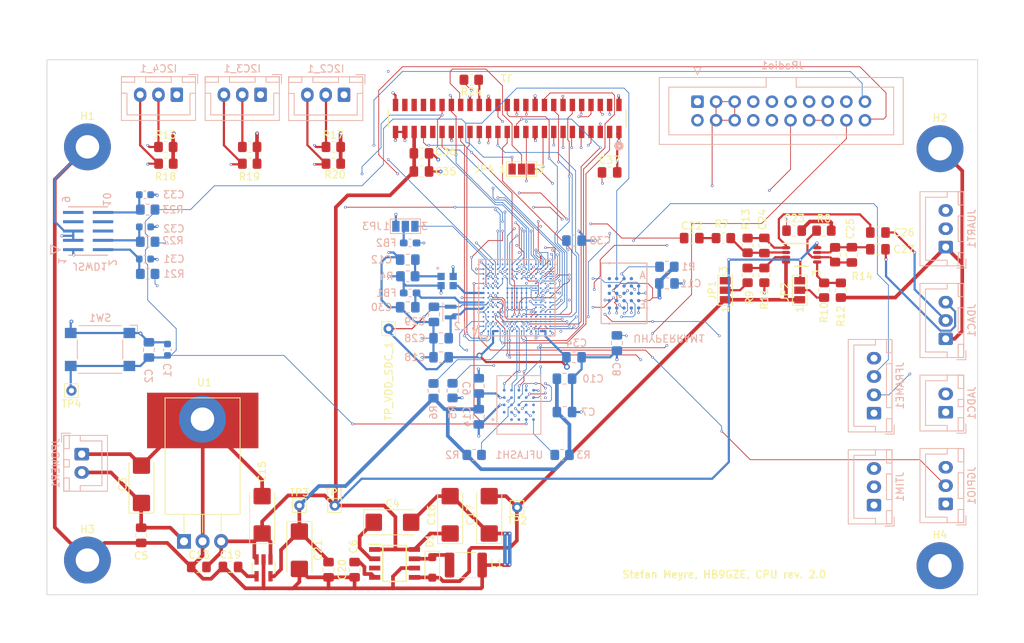
<source format=kicad_pcb>
(kicad_pcb (version 20240108) (generator "pcbnew") (generator_version "8.0")
  (title_block (title "Phasor Radio CPU") (date "2024-08-15") (rev "v2") (company "HB9GZE") (comment 4 "AISLER Project ID: JOFAWKKH"))
  (layers (0 "F.Cu" signal) (1 "In1.Cu" signal) (2 "In2.Cu" signal) (31 "B.Cu" signal) (34 "B.Paste" user) (35 "F.Paste" user) (36 "B.SilkS" user "B.Silkscreen") (37 "F.SilkS" user "F.Silkscreen") (38 "B.Mask" user) (39 "F.Mask" user) (44 "Edge.Cuts" user))
  (net 0 "")
  (net 1 "Net-(PS1-REF)")
  (net 2 "Net-(PS1-COMP)")
  (net 3 "/PG6")
  (net 4 "Net-(IC1-BYP)")
  (net 5 "Net-(C23-Pad2)")
  (net 6 "Net-(U2A-OUT)")
  (net 7 "Net-(JDAC1-Pin_2)")
  (net 8 "/NRST")
  (net 9 "Net-(JDAC1-Pin_3)")
  (net 10 "Net-(JP3-C)")
  (net 11 "/PB13")
  (net 12 "/PB12")
  (net 13 "+5V")
  (net 14 "-5V")
  (net 15 "Net-(JP2-C)")
  (net 16 "Net-(JP3-B)")
  (net 17 "/PD11")
  (net 18 "/PD12")
  (net 19 "Net-(J1-Pad32)")
  (net 21 "/PD13")
  (net 22 "Net-(UFLASH1-~{ECS})")
  (net 23 "Net-(U2A-IN-)")
  (net 24 "Net-(U2B-IN-)")
  (net 25 "Net-(U2B-OUT)")
  (net 26 "Net-(C31-Pad1)")
  (net 27 "Net-(C33-Pad2)")
  (net 28 "Net-(C32-Pad2)")
  (net 29 "Net-(D1-K)")
  (net 30 "Net-(JP4-C)")
  (net 32 "Net-(U2A-IN+)")
  (net 33 "Net-(U2B-IN+)")
  (net 34 "Net-(U3B-VDDA)")
  (net 35 "/PD6")
  (net 36 "/PH3")
  (net 37 "/PD3")
  (net 38 "/PG14")
  (net 39 "/PH15")
  (net 40 "GND")
  (net 42 "+3.3V")
  (net 52 "/PE0")
  (net 53 "/PH9")
  (net 54 "/PG12")
  (net 55 "/PE1")
  (net 56 "/PB9")
  (net 57 "/PH11")
  (net 58 "/PH4")
  (net 59 "/PE13")
  (net 60 "/PH8")
  (net 61 "/PG10")
  (net 62 "/PF0")
  (net 63 "/PC2_C")
  (net 64 "/PF2")
  (net 65 "/PF4")
  (net 66 "/PF12")
  (net 67 "/PH10")
  (net 68 "/PE2")
  (net 69 "/PB2")
  (net 70 "/PB8")
  (net 71 "/PF3")
  (net 72 "/PG0")
  (net 73 "/PF1")
  (net 74 "/PG11")
  (net 75 "/PA6")
  (net 76 "/PG1")
  (net 77 "/PE15")
  (net 79 "/PC7")
  (net 80 "/PC13")
  (net 81 "/PB0")
  (net 82 "/PH7")
  (net 84 "/PG13")
  (net 85 "/PB1")
  (net 86 "/PA1_C")
  (net 87 "/PC9")
  (net 88 "/PB15")
  (net 89 "/PA0_C")
  (net 90 "/PB3")
  (net 91 "/PE4")
  (net 92 "/PD1")
  (net 93 "/PH14")
  (net 95 "/PG3")
  (net 96 "/PA3")
  (net 97 "/PE11")
  (net 98 "/PF15")
  (net 99 "/PG9")
  (net 100 "/PF14")
  (net 101 "/PF10")
  (net 102 "/PC6")
  (net 103 "/PG15")
  (net 104 "/PG2")
  (net 105 "/VDD_SDC")
  (net 106 "/PE12")
  (net 107 "/PA15")
  (net 108 "/PC4")
  (net 111 "/PD10")
  (net 113 "/PDR_ON")
  (net 114 "/VLXSMPS")
  (net 115 "/PH0")
  (net 116 "/BOOT0")
  (net 117 "Net-(X1-STAND-BY)")
  (net 118 "/VDDSMPS")
  (net 121 "/PA4")
  (net 122 "/PA0")
  (net 123 "/PB11")
  (net 125 "/PA14")
  (net 126 "/PF6")
  (net 128 "/PB10")
  (net 129 "/PA5")
  (net 130 "/PA13")
  (net 132 "Net-(JP1-C)")
  (net 133 "/PA8")
  (net 136 "/PH6")
  (net 142 "Net-(C22-Pad2)")
  (net 150 "/PD0")
  (net 156 "/PA12")
  (net 160 "Net-(JPOWER1-Pin_2)")
  (net 170 "/PH12")
  (net 172 "/PG7")
  (net 180 "/PD5")
  (net 183 "/PG5")
  (net 184 "/PD4")
  (net 187 "/PB14")
  (net 188 "/PD7")
  (footprint "Diode_SMD:D_SOD-123F" (layer "F.Cu") (at 136.615 118.6709 -90)
    (property "Reference" "D1")
    (property "Value" "PMEG2010AEH" (hide yes))
  )
  (footprint "Resistor_SMD:R_0805_2012Metric_Pad1.20x1.40mm_HandSolder" (layer "F.Cu") (at 191.5799 76.0059 -90)
    (property "Reference" "R14")
    (property "Value" "10k" (hide yes))
  )
  (footprint "Connector_Pin:Pin_D0.7mm_L6.5mm_W1.8mm_FlatFork" (layer "F.Cu") (at 123.3099 110.2269)
    (property "Reference" "TP1")
    (property "Value" "TestPoint" (hide yes))
  )
  (footprint "Private:OPA1678_L" (layer "F.Cu") (at 187.0079 76.0219)
    (property "Reference" "U2" (hide yes))
    (property "Value" "OPA1678IDGKT" (hide yes))
  )
  (footprint "Resistor_SMD:R_0805_2012Metric_Pad1.20x1.40mm_HandSolder" (layer "F.Cu") (at 111.7029 63.5859)
    (property "Reference" "R19")
    (property "Value" "4.7k" (hide yes))
  )
  (footprint "Capacitor_Tantalum_SMD:CP_EIA-6032-20_AVX-F_Pad2.25x2.35mm_HandSolder" (layer "F.Cu") (at 96.9367 107.3309 90)
    (property "Reference" "C3")
    (property "Value" "47uF Tant. 25V" (hide yes))
  )
  (footprint "Resistor_SMD:R_0805_2012Metric_Pad1.20x1.40mm_HandSolder" (layer "F.Cu") (at 123.1169 61.2999)
    (property "Reference" "R17")
    (property "Value" "4.7k" (hide yes))
  )
  (footprint "Resistor_SMD:R_0805_2012Metric_Pad1.20x1.40mm_HandSolder" (layer "F.Cu") (at 111.7029 61.2999)
    (property "Reference" "R16" (hide yes))
    (property "Value" "4.7k" (hide yes))
  )
  (footprint "Private:SOT95P275X120-5N" (layer "F.Cu") (at 113.5919 118.7339 -90)
    (property "Reference" "IC1" (hide yes))
    (property "Value" "NCP700BSN33T1G" (hide yes))
  )
  (footprint "Capacitor_Tantalum_SMD:CP_EIA-6032-20_AVX-F_Pad2.25x2.35mm_HandSolder" (layer "F.Cu") (at 118.4839 116.3229 -90)
    (property "Reference" "C21")
    (property "Value" "10uF Tant. 25V" (hide yes))
  )
  (footprint "Connector_Pin:Pin_D0.7mm_L6.5mm_W1.8mm_FlatFork" (layer "F.Cu") (at 148.2019 110.4809)
    (property "Reference" "TP2")
    (property "Value" "TestPoint" (hide yes))
  )
  (footprint "Capacitor_SMD:C_0805_2012Metric_Pad1.18x1.45mm_HandSolder" (layer "F.Cu") (at 193.8659 76.0219 90)
    (property "Reference" "C25")
    (property "Value" "1nF" (hide yes))
  )
  (footprint "Resistor_SMD:R_0805_2012Metric_Pad1.20x1.40mm_HandSolder" (layer "F.Cu") (at 100.2729 63.5859)
    (property "Reference" "R18")
    (property "Value" "4.7k" (hide yes))
  )
  (footprint "Private:TO-220-3_Horizontal_TabDown_GND_Pad" (layer "F.Cu") (at 102.7359 115.1138)
    (property "Reference" "U1")
    (property "Value" "L7805" (hide yes))
  )
  (footprint "Resistor_SMD:R_0805_2012Metric_Pad1.20x1.40mm_HandSolder" (layer "F.Cu") (at 190.0559 72.7199)
    (property "Reference" "R8")
    (property "Value" "10k" (hide yes))
  )
  (footprint "Connector_Pin:Pin_D0.7mm_L6.5mm_W1.8mm_FlatFork" (layer "F.Cu") (at 130.670306 86.096919)
    (property "Reference" "TP_VDD_SDC_1")
    (property "Value" "TestPoint" (hide yes))
  )
  (footprint "Inductor_SMD:L_1812_4532Metric_Pad1.30x3.40mm_HandSolder" (layer "F.Cu") (at 141.1998 118.3549)
    (property "Reference" "L1")
    (property "Value" "10uH" (hide yes))
  )
  (footprint "Capacitor_SMD:C_0805_2012Metric_Pad1.18x1.45mm_HandSolder" (layer "F.Cu") (at 135.1407 64.6469)
    (property "Reference" "C35")
    (property "Value" "10uF" (hide yes))
  )
  (footprint "Resistor_SMD:R_0805_2012Metric_Pad1.20x1.40mm_HandSolder" (layer "F.Cu") (at 123.1169 63.5859)
    (property "Reference" "R20")
    (property "Value" "4.7k" (hide yes))
  )
  (footprint "Capacitor_SMD:C_0805_2012Metric_Pad1.18x1.45mm_HandSolder" (layer "F.Cu") (at 185.9919 72.7199)
    (property "Reference" "C23")
    (property "Value" "10uF" (hide yes))
  )
  (footprint "Jumper:SolderJumper-3_P1.3mm_Open_Pad1.0x1.5mm_NumberLabels" (layer "F.Cu") (at 148.8079 64.3219)
    (property "Reference" "JP4")
    (property "Value" "SolderJumper_3_Open" (hide yes))
  )
  (footprint "Capacitor_Tantalum_SMD:CP_EIA-6032-20_AVX-F_Pad2.25x2.35mm_HandSolder" (layer "F.Cu") (at 113.4039 111.4969 90)
    (property "Reference" "C15")
    (property "Value" "47uF Tant. 25V" (hide yes))
  )
  (footprint "Capacitor_SMD:C_0805_2012Metric_Pad1.18x1.45mm_HandSolder" (layer "F.Cu") (at 96.8939 114.2909 -90)
    (property "Reference" "C5")
    (property "Value" "100nF" (hide yes))
  )
  (footprint "Resistor_SMD:R_0805_2012Metric_Pad1.20x1.40mm_HandSolder" (layer "F.Cu") (at 181.9279 78.8159 90)
    (property "Reference" "R11")
    (property "Value" "10k" (hide yes))
  )
  (footprint "Capacitor_SMD:C_0805_2012Metric_Pad1.18x1.45mm_HandSolder" (layer "F.Cu") (at 122.4605 118.9841 -90)
    (property "Reference" "C20")
    (property "Value" "100nF" (hide yes))
  )
  (footprint "Capacitor_Tantalum_SMD:CP_EIA-6032-20_AVX-F_Pad2.25x2.35mm_HandSolder" (layer "F.Cu") (at 144.3919 111.4969 90)
    (property "Reference" "C17")
    (property "Value" "100uF Tant. 25V" (hide yes))
  )
  (footprint "Capacitor_SMD:C_0805_2012Metric_Pad1.18x1.45mm_HandSolder" (layer "F.Cu") (at 172.0219 73.7359)
    (property "Reference" "C22")
    (property "Value" "10uF" (hide yes))
  )
  (footprint "Resistor_SMD:R_0805_2012Metric_Pad1.20x1.40mm_HandSolder" (layer "F.Cu") (at 100.2569 61.2999)
    (property "Reference" "R15")
    (property "Value" "4.7k" (hide yes))
  )
  (footprint "Private:CON50_2X25_UF_FLE_SAI" (layer "F.Cu") (at 162.0843 55.5679 180)
    (property "Reference" "J1")
    (property "Value" "FLE-125-01-G-DV" (hide yes))
  )
  (footprint "Capacitor_Tantalum_SMD:CP_EIA-6032-20_AVX-F_Pad2.25x2.35mm_HandSolder" (layer "F.Cu") (at 131.1839 112.5129)
    (property "Reference" "C4")
    (property "Value" "10uF Tant. 25V" (hide yes))
  )
  (footprint "Private:SOIC127P600X175-8N" (layer "F.Cu") (at 131.4713 118.126)
    (property "Reference" "PS1" (hide yes))
    (property "Value" "TPS6735ID" (hide yes))
  )
  (footprint "MountingHole:MountingHole_3.2mm_M3_Pad_TopBottom" (layer "F.Cu") (at 105.2579 98.4469)
    (property "Reference" "H5" (hide yes))
    (property "Value" "MountingHole_Pad" (hide yes))
  )
  (footprint "Jumper:SolderJumper-3_P1.3mm_Open_Pad1.0x1.5mm_NumberLabels" (layer "F.Cu") (at 186.7539 80.8479 90)
    (property "Reference" "JP2")
    (property "Value" "SolderJumper_3_Open" (hide yes))
  )
  (footprint "Capacitor_SMD:C_0805_2012Metric_Pad1.18x1.45mm_HandSolder" (layer "F.Cu") (at 109.0859 118.6089)
    (property "Reference" "C19")
    (property "Value" "1uF" (hide yes))
  )
  (footprint "Resistor_SMD:R_0805_2012Metric_Pad1.20x1.40mm_HandSolder" (layer "F.Cu") (at 179.6419 74.7359 -90)
    (property "Reference" "R13")
    (property "Value" "10k" (hide yes))
  )
  (footprint "Capacitor_SMD:C_0805_2012Metric_Pad1.18x1.45mm_HandSolder" (layer "F.Cu") (at 197.4219 72.9739)
    (property "Reference" "C26")
    (property "Value" "10uF" (hide yes))
  )
  (footprint "MountingHole:MountingHole_3.2mm_M3_Pad_TopBottom" (layer "F.Cu") (at 89.5649 61.2829)
    (property "Reference" "H1")
    (property "Value" "MountingHole_Pad" (hide yes))
  )
  (footprint "MountingHole:MountingHole_3.2mm_M3_Pad_TopBottom" (layer "F.Cu") (at 205.8969 61.5369)
    (property "Reference" "H2")
    (property "Value" "MountingHole_Pad" (hide yes))
  )
  (footprint "Capacitor_SMD:C_0805_2012Metric_Pad1.18x1.45mm_HandSolder" (layer "F.Cu") (at 126.0162 118.9792 -90)
    (property "Reference" "C6")
    (property "Value" "optional: 82pF" (hide yes))
  )
  (footprint "Resistor_SMD:R_0805_2012Metric_Pad1.20x1.40mm_HandSolder" (layer "F.Cu") (at 192.3689 80.8479 90)
    (property "Reference" "R12")
    (property "Value" "10k" (hide yes))
  )
  (footprint "Resistor_SMD:R_0805_2012Metric_Pad1.20x1.40mm_HandSolder" (layer "F.Cu") (at 141.9407 52.1328 180)
    (property "Reference" "R24")
    (property "Value" "0R" (hide yes))
  )
  (footprint "Jumper:SolderJumper-3_P1.3mm_Open_Pad1.0x1.5mm_NumberLabels" (layer "F.Cu") (at 176.5939 80.8479 90)
    (property "Reference" "JP1")
    (property "Value" "SolderJumper_3_Open" (hide yes))
  )
  (footprint "Capacitor_SMD:C_0805_2012Metric_Pad1.18x1.45mm_HandSolder" (layer "F.Cu") (at 104.7679 118.6089 180)
    (property "Reference" "C13")
    (property "Value" "100nF" (hide yes))
  )
  (footprint "Capacitor_SMD:C_0805_2012Metric_Pad1.18x1.45mm_HandSolder" (layer "F.Cu") (at 181.9279 74.7519 90)
    (property "Reference" "C24")
    (property "Value" "1nF" (hide yes))
  )
  (footprint "Capacitor_Tantalum_SMD:CP_EIA-6032-20_AVX-F_Pad2.25x2.35mm_HandSolder" (layer "F.Cu") (at 139.0579 111.4969 90)
    (property "Reference" "C16")
    (property "Value" "1uF, Tant. 25V" (hide yes))
  )
  (footprint "Connector_Pin:Pin_D0.7mm_L6.5mm_W1.8mm_FlatFork" (layer "F.Cu") (at 87.3829 94.5469)
    (property "Reference" "TP4")
    (property "Value" "TestPoint" (hide yes))
  )
  (footprint "Capacitor_SMD:C_0805_2012Metric_Pad1.18x1.45mm_HandSolder" (layer "F.Cu") (at 160.8157 64.7728)
    (property "Reference" "C37")
    (property "Value" "100nF" (hide yes))
  )
  (footprint "Connector_Pin:Pin_D0.7mm_L6.5mm_W1.8mm_FlatFork" (layer "F.Cu") (at 118.4839 110.2269)
    (property "Reference" "TP3")
    (property "Value" "TestPoint" (hide yes))
  )
  (footprint "Resistor_SMD:R_0805_2012Metric_Pad1.20x1.40mm_HandSolder" (layer "F.Cu") (at 190.0829 80.8479 -90)
    (property "Reference" "R10")
    (property "Value" "10k" (hide yes))
  )
  (footprint "Resistor_SMD:R_0805_2012Metric_Pad1.20x1.40mm_HandSolder" (layer "F.Cu") (at 179.6419 78.8159 -90)
    (property "Reference" "R9")
    (property "Value" "10k" (hide yes))
  )
  (footprint "MountingHole:MountingHole_3.2mm_M3_Pad_TopBottom" (layer "F.Cu") (at 89.5649 117.6709)
    (property "Reference" "H3")
    (property "Value" "MountingHole_Pad" (hide yes))
  )
  (footprint "MountingHole:MountingHole_3.2mm_M3_Pad_TopBottom" (layer "F.Cu") (at 205.8969 118.4329)
    (property "Reference" "H4")
    (property "Value" "MountingHole_Pad" (hide yes))
  )
  (footprint "Resistor_SMD:R_0805_2012Metric_Pad1.20x1.40mm_HandSolder" (layer "F.Cu") (at 176.3399 73.7359 180)
    (property "Reference" "R7")
    (property "Value" "10k" (hide yes))
  )
  (footprint "Capacitor_SMD:C_0805_2012Metric_Pad1.18x1.45mm_HandSolder" (layer "F.Cu") (at 135.1407 62.1728)
    (property "Reference" "C36")
    (property "Value" "100nF" (hide yes))
  )
  (footprint "Capacitor_SMD:C_0805_2012Metric_Pad1.18x1.45mm_HandSolder" (layer "F.Cu") (at 197.4219 75.2599)
    (property "Reference" "C27")
    (property "Value" "10uF" (hide yes))
  )
  (footprint "Resistor_SMD:R_0805_2012Metric_Pad1.20x1.40mm_HandSolder" (layer "B.Cu") (at 97.7829 69.8469 180)
    (property "Reference" "R23")
    (property "Value" "22R" (hide yes))
  )
  (footprint "Capacitor_SMD:C_0603_1608Metric" (layer "B.Cu") (at 100.4909 88.9689 -90)
    (property "Reference" "C1")
    (property "Value" "PGB1010603" (hide yes))
  )
  (footprint "Connector_JST:JST_XH_B3B-XH-A_1x03_P2.50mm_Vertical" (layer "B.Cu") (at 124.5769 54.1879 180)
    (property "Reference" "I2C2_1")
    (property "Value" "Conn_01x03_Socket" (hide yes))
  )
  (footprint "Private:CON10_2X5_DUK_FTSH_SAI-M" (layer "B.Cu") (at 89.6579 72.7719 90)
    (property "Reference" "JSWD1")
    (property "Value" "FTSH-105-01-L-DV-K" (hide yes))
  )
  (footprint "Capacitor_SMD:C_0603_1608Metric" (layer "B.Cu") (at 97.4129 76.5899)
    (property "Reference" "C31")
    (property "Value" "PGB1010603" (hide yes))
  )
  (footprint "Private:BGA_735IGK6_STM" (layer "B.Cu") (at 148.1579 81.8719)
    (property "Reference" "U3" (hide yes))
    (property "Value" "STM32H735IGK6" (hide yes))
  )
  (footprint "Resistor_SMD:R_0805_2012Metric_Pad1.20x1.40mm_HandSolder" (layer "B.Cu") (at 133.270353 78.9469)
    (property "Reference" "R4")
    (property "Value" "10k" (hide yes))
  )
  (footprint "Capacitor_SMD:C_0805_2012Metric_Pad1.18x1.45mm_HandSolder" (layer "B.Cu") (at 133.270353 83.1719 180)
    (property "Reference" "C30")
    (property "Value" "10uF" (hide yes))
  )
  (footprint "Capacitor_SMD:C_0805_2012Metric_Pad1.18x1.45mm_HandSolder" (layer "B.Cu") (at 97.9509 88.9904 90)
    (property "Reference" "C2")
    (property "Value" "100nF" (hide yes))
  )
  (footprint "Connector_JST:JST_XH_B3B-XH-A_1x03_P2.50mm_Vertical" (layer "B.Cu") (at 206.6759 110.0109 90)
    (property "Reference" "JGPIO1")
    (property "Value" "Conn_01x03_Socket" (hide yes))
  )
  (footprint "Resistor_SMD:R_0805_2012Metric_Pad1.20x1.40mm_HandSolder" (layer "B.Cu") (at 142.3329 103.3219)
    (property "Reference" "R2")
    (property "Value" "10k" (hide yes))
  )
  (footprint "Inductor_SMD:L_Murata_DFE201610P" (layer "B.Cu") (at 139.120353 83.8219 -90)
    (property "Reference" "L2")
    (property "Value" "2.2uH" (hide yes))
  )
  (footprint "Capacitor_SMD:C_0805_2012Metric_Pad1.18x1.45mm_HandSolder" (layer "B.Cu") (at 154.6579 92.9219)
    (property "Reference" "C10")
    (property "Value" "100nF" (hide yes))
  )
  (footprint "Capacitor_SMD:C_0805_2012Metric_Pad1.18x1.45mm_HandSolder" (layer "B.Cu") (at 133.270353 76.6719)
    (property "Reference" "C12")
    (property "Value" "100nF" (hide yes))
  )
  (footprint "Connector_IDC:IDC-Header_2x10_P2.54mm_Vertical" (layer "B.Cu") (at 172.8029 55.1194 -90)
    (property "Reference" "JRadio1")
    (property "Value" "Conn_02x10_Odd_Even" (hide yes))
  )
  (footprint "Inductor_SMD:L_0603_1608Metric_Pad1.05x0.95mm_HandSolder" (layer "B.Cu") (at 133.595353 81.2219)
    (property "Reference" "FB1")
    (property "Value" "FBMJ1608" (hide yes))
  )
  (footprint "Connector_JST:JST_XH_B2B-XH-A_1x02_P2.50mm_Vertical" (layer "B.Cu") (at 206.6759 97.4936 90)
    (property "Reference" "JADC1")
    (property "Value" "Conn_01x02_Socket" (hide yes))
  )
  (footprint "Resistor_SMD:R_0805_2012Metric_Pad1.20x1.40mm_HandSolder" (layer "B.Cu") (at 139.3829 94.5469 -90)
    (property "Reference" "R5")
    (property "Value" "5k1" (hide yes))
  )
  (footprint "Inductor_SMD:L_0603_1608Metric_Pad1.05x0.95mm_HandSolder" (layer "B.Cu") (at 133.595353 74.3969)
    (property "Reference" "FB2")
    (property "Value" "FCM1608" (hide yes))
  )
  (footprint "Capacitor_SMD:C_0805_2012Metric_Pad1.18x1.45mm_HandSolder" (layer "B.Cu") (at 155.9579 89.9969 180)
    (property "Reference" "C34")
    (property "Value" "4.7uF low ESR" (hide yes))
  )
  (footprint "Jumper:SolderJumper-3_P1.3mm_Open_Pad1.0x1.5mm_NumberLabels" (layer "B.Cu") (at 132.945353 72.1219)
    (property "Reference" "JP3")
    (property "Value" "SolderJumper_3_Open" (hide yes))
  )
  (footprint "Capacitor_SMD:C_0805_2012Metric_Pad1.18x1.45mm_HandSolder" (layer "B.Cu") (at 137.820353 89.9969)
    (property "Reference" "C18")
    (property "Value" "4.7uF low ESR" (hide yes))
  )
  (footprint "Connector_JST:JST_XH_B2B-XH-A_1x02_P2.50mm_Vertical" (layer "B.Cu") (at 88.7859 103.2129 -90)
    (property "Reference" "JPOWER1")
    (property "Value" "Conn_01x02_Socket" (hide yes))
  )
  (footprint "Connector_JST:JST_XH_B3B-XH-A_1x03_P2.50mm_Vertical" (layer "B.Cu") (at 206.6759 87.4762 90)
    (property "Reference" "JDAC1")
    (property "Value" "Conn_01x03_Socket" (hide yes))
  )
  (footprint "Resistor_SMD:R_0805_2012Metric_Pad1.20x1.40mm_HandSolder" (layer "B.Cu") (at 154.3329 103.3219 180)
    (property "Reference" "R3")
    (property "Value" "10k" (hide yes))
  )
  (footprint "Connector_JST:JST_XH_B4B-XH-A_1x04_P2.50mm_Vertical" (layer "B.Cu") (at 196.8907 97.6228 90)
    (property "Reference" "JFRAME1")
    (property "Value" "Conn_01x04_Socket" (hide yes))
  )
  (footprint "Connector_JST:JST_XH_B3B-XH-A_1x03_P2.50mm_Vertical" (layer "B.Cu") (at 101.7569 54.1709 180)
    (property "Reference" "I2C4_1")
    (property "Value" "Conn_01x03_Socket" (hide yes))
  )
  (footprint "Capacitor_SMD:C_0805_2012Metric_Pad1.18x1.45mm_HandSolder" (layer "B.Cu") (at 155.9579 74.0719 180)
    (property "Reference" "C38")
    (property "Value" "4.7uF low ESR" (hide yes))
  )
  (footprint "Button_Switch_SMD:SW_SPST_Omron_B3FS-100xP" (layer "B.Cu") (at 91.2829 88.9329 180)
    (property "Reference" "SW1")
    (property "Value" "SW_Omron_B3FS" (hide yes))
  )
  (footprint "Capacitor_SMD:C_0805_2012Metric_Pad1.18x1.45mm_HandSolder" (layer "B.Cu") (at 168.6329 79.9219)
    (property "Reference" "C11")
    (property "Value" "100nF" (hide yes))
  )
  (footprint "Capacitor_SMD:C_0805_2012Metric_Pad1.18x1.45mm_HandSolder" (layer "B.Cu") (at 161.8079 88.0469 -90)
    (property "Reference" "C8")
    (property "Value" "100nF" (hide yes))
  )
  (footprint "Capacitor_SMD:C_0603_1608Metric" (layer "B.Cu") (at 97.4129 72.2049 180)
    (property "Reference" "C32")
    (property "Value" "PGB1010603" (hide yes))
  )
  (footprint "Capacitor_SMD:C_0805_2012Metric_Pad1.18x1.45mm_HandSolder" (layer "B.Cu") (at 142.9579 98.1219 -90)
    (property "Reference" "C14")
    (property "Value" "100nF" (hide yes))
  )
  (footprint "Private:TFBGA24_6X8_ISI" (layer "B.Cu") (at 162.7829 81.2719 180)
    (property "Reference" "UHYPERRAM1")
    (property "Value" "IS66WVH16M8DBLL-100B1LI" (hide yes))
  )
  (footprint "Capacitor_SMD:C_0805_2012Metric_Pad1.18x1.45mm_HandSolder" (layer "B.Cu") (at 136.845353 84.1469 -90)
    (property "Reference" "C29")
    (property "Value" "10uF" (hide yes))
  )
  (footprint "Capacitor_SMD:C_0805_2012Metric_Pad1.18x1.45mm_HandSolder" (layer "B.Cu") (at 154.6579 97.4719)
    (property "Reference" "C7")
    (property "Value" "100nF" (hide yes))
  )
  (footprint "Resistor_SMD:R_0805_2012Metric_Pad1.20x1.40mm_HandSolder" (layer "B.Cu") (at 97.7829 78.6219 180)
    (property "Reference" "R21")
    (property "Value" "22R" (hide yes))
  )
  (footprint "Resistor_SMD:R_0805_2012Metric_Pad1.20x1.40mm_HandSolder" (layer "B.Cu") (at 168.6329 77.6469 180)
    (property "Reference" "R1")
    (property "Value" "10k" (hide yes))
  )
  (footprint "Private:BGA24C100P5X5_600X800X120" (layer "B.Cu") (at 148.4329 96.4969)
    (property "Reference" "UFLASH1")
    (property "Value" "MX25LM51245GXDI00" (hide yes))
  )
  (footprint "Connector_JST:JST_XH_B3B-XH-A_1x03_P2.50mm_Vertical" (layer "B.Cu") (at 206.6759 74.9589 90)
    (property "Reference" "JUART1")
    (property "Value" "Conn_01x03_Socket" (hide yes))
  )
  (footprint "Resistor_SMD:R_0805_2012Metric_Pad1.20x1.40mm_HandSolder" (layer "B.Cu") (at 136.7829 94.5719 -90)
    (property "Reference" "R6")
    (property "Value" "10k" (hide yes))
  )
  (footprint "Capacitor_SMD:C_0805_2012Metric_Pad1.18x1.45mm_HandSolder" (layer "B.Cu") (at 137.820353 87.3969)
    (property "Reference" "C28")
    (property "Value" "220pF" (hide yes))
  )
  (footprint "Capacitor_SMD:C_0805_2012Metric_Pad1.18x1.45mm_HandSolder" (layer "B.Cu") (at 142.9579 93.8969 90)
    (property "Reference" "C9")
    (property "Value" "100nF" (hide yes))
  )
  (footprint "Private:NSC5004_NDK" (layer "B.Cu") (at 138.645353 79.5969 -90)
    (property "Reference" "X1" (hide yes))
    (property "Value" "NSC5004A-25M" (hide yes))
  )
  (footprint "Connector_JST:JST_XH_B3B-XH-A_1x03_P2.50mm_Vertical" (layer "B.Cu") (at 196.8907 110.1728 90)
    (property "Reference" "JTIM1")
    (property "Value" "Conn_01x03_Socket" (hide yes))
  )
  (footprint "Resistor_SMD:R_0805_2012Metric_Pad1.20x1.40mm_HandSolder" (layer "B.Cu") (at 97.7829 74.2369 180)
    (property "Reference" "R22")
    (property "Value" "22R" (hide yes))
  )
  (footprint "Capacitor_SMD:C_0603_1608Metric" (layer "B.Cu") (at 97.4129 67.8149 180)
    (property "Reference" "C33")
    (property "Value" "PGB1010603" (hide yes))
  )
  (footprint "Connector_JST:JST_XH_B3B-XH-A_1x03_P2.50mm_Vertical" (layer "B.Cu") (at 113.1869 54.1709 180)
    (property "Reference" "I2C3_1")
    (property "Value" "Conn_01x03_Socket" (hide yes))
  )
  (gr_rect (start 84.032853 49.400919) (end 211.032853 122.400919) (stroke (width 0.1)) (fill none) (layer "Edge.Cuts"))
  (gr_text "Stefan Meyre, HB9GZE, CPU rev. 2.0" (at 162.457853 120.221919 0) (layer "F.SilkS") (effects (font (size 1 1) (thickness 0.2) (bold yes)) (justify left bottom)))
  (segment (start 128.7603 117.491) (end 128.201934 117.491) (width 0.5) (layer "F.Cu") (net 1))
  (segment (start 126.707853 114.438947) (end 128.6339 112.5129) (width 0.5) (layer "F.Cu") (net 1))
  (segment (start 128.201934 117.491) (end 126.707853 115.996919) (width 0.5) (layer "F.Cu") (net 1))
  (segment (start 126.707853 115.996919) (end 126.707853 114.438947) (width 0.5) (layer "F.Cu") (net 1))
  (segment (start 127.357853 119.571919) (end 128.301219 119.571919) (width 0.5) (layer "F.Cu") (net 2))
  (segment (start 126.0162 117.9417) (end 126.702634 117.9417) (width 0.5) (layer "F.Cu") (net 2))
  (segment (start 127.357853 118.596919) (end 127.357853 119.571919) (width 0.5) (layer "F.Cu") (net 2))
  (segment (start 128.301219 119.571919) (end 128.7603 120.031) (width 0.5) (layer "F.Cu") (net 2))
  (segment (start 126.702634 117.9417) (end 127.357853 118.596919) (width 0.5) (layer "F.Cu") (net 2))
  (via (at 151.407853 88.371919) (size 0.35) (drill 0.2) (layers "F.Cu" "B.Cu") (net 3))
  (via (at 149.969463 82.368617) (size 0.35) (drill 0.2) (layers "F.Cu" "B.Cu") (net 3))
  (segment (start 150.432853 91.296919) (end 151.407853 90.321919) (width 0.1) (layer "B.Cu") (net 3))
  (segment (start 143.3329 101.646872) (end 146.95855 98.021222) (width 0.1) (layer "B.Cu") (net 3))
  (segment (start 146.95855 96.792548) (end 147.137252 96.792548) (width 0.1) (layer "B.Cu") (net 3))
  (segment (start 143.3329 103.3219) (end 143.3329 101.646872) (width 0.1) (layer "B.Cu") (net 3))
  (segment (start 152.0579 83.171872) (end 151.732947 82.846919) (width 0.1) (layer "B.Cu") (net 3))
  (segment (start 147.832853 96.096947) (end 147.4329 96.4969) (width 0.1) (layer "B.Cu") (net 3))
  (segment (start 150.432853 91.296919) (end 147.832853 93.896919) (width 0.1) (layer "B.Cu") (net 3))
  (segment (start 149.969463 82.383529) (end 149.969463 82.368617) (width 0.1) (layer "B.Cu") (net 3))
  (segment (start 147.137252 96.792548) (end 147.4329 96.4969) (width 0.1) (layer "B.Cu") (net 3))
  (segment (start 151.732947 82.846919) (end 150.432853 82.846919) (width 0.1) (layer "B.Cu") (net 3))
  (segment (start 147.832853 93.896919) (end 147.832853 96.096947) (width 0.1) (layer "B.Cu") (net 3))
  (segment (start 150.432853 82.846919) (end 149.969463 82.383529) (width 0.1) (layer "B.Cu") (net 3))
  (segment (start 151.407853 90.321919) (end 151.407853 88.371919) (width 0.1) (layer "B.Cu") (net 3))
  (segment (start 146.95855 98.021222) (end 146.95855 96.792548) (width 0.1) (layer "B.Cu") (net 3))
  (segment (start 112.6419 119.8789) (end 111.3934 119.8789) (width 0.5) (layer "F.Cu") (net 4))
  (segment (start 111.3934 119.8789) (end 110.1234 118.6089) (width 0.5) (layer "F.Cu") (net 4))
  (segment (start 191.0559 71.668326) (end 191.0559 72.7199) (width 0.5) (layer "F.Cu") (net 5))
  (segment (start 191.065058 71.659168) (end 191.0559 71.668326) (width 0.5) (layer "F.Cu") (net 5))
  (segment (start 188.132853 71.471919) (end 190.877809 71.471919) (width 0.5) (layer "F.Cu") (net 5))
  (segment (start 190.877809 71.471919) (end 191.065058 71.659168) (width 0.5) (layer "F.Cu") (net 5))
  (segment (start 187.0294 72.575372) (end 188.132853 71.471919) (width 0.5) (layer "F.Cu") (net 5))
  (segment (start 187.0294 72.7199) (end 187.0294 72.575372) (width 0.5) (layer "F.Cu") (net 5))
  (segment (start 183.260401 75.046901) (end 184.8829 75.046901) (width 0.3) (layer "F.Cu") (net 6))
  (segment (start 196.3844 71.923466) (end 196.3844 72.9739) (width 0.3) (layer "F.Cu") (net 6))
  (segment (start 184.8829 74.721966) (end 183.907853 73.746919) (width 0.3) (layer "F.Cu") (net 6))
  (segment (start 183.907853 73.746919) (end 183.907853 71.146919) (width 0.3) (layer "F.Cu") (net 6))
  (segment (start 179.6419 73.7359) (end 181.9064 73.7359) (width 0.3) (layer "F.Cu") (net 6))
  (segment (start 181.9064 73.7359) (end 181.9279 73.7144) (width 0.3) (layer "F.Cu") (net 6))
  (segment (start 181.9279 73.7144) (end 183.260401 75.046901) (width 0.3) (layer "F.Cu") (net 6))
  (segment (start 194.957853 70.496919) (end 196.3844 71.923466) (width 0.3) (layer "F.Cu") (net 6))
  (segment (start 184.557853 70.496919) (end 194.957853 70.496919) (width 0.3) (layer "F.Cu") (net 6))
  (segment (start 184.8829 75.046901) (end 184.8829 74.721966) (width 0.3) (layer "F.Cu") (net 6))
  (segment (start 183.907853 71.146919) (end 184.557853 70.496919) (width 0.3) (layer "F.Cu") (net 6))
  (segment (start 199.709834 72.9739) (end 202.432853 75.696919) (width 0.3) (layer "F.Cu") (net 7))
  (segment (start 198.4594 72.9739) (end 199.709834 72.9739) (width 0.3) (layer "F.Cu") (net 7))
  (via (at 202.432853 75.696919) (size 0.4) (drill 0.25) (layers "F.Cu" "B.Cu") (net 7))
  (segment (start 202.432853 80.733153) (end 206.6759 84.9762) (width 0.3) (layer "B.Cu") (net 7))
  (segment (start 202.432853 75.696919) (end 202.432853 80.733153) (width 0.3) (layer "B.Cu") (net 7))
  (segment (start 143.607853 99.096919) (end 125.732853 99.096919) (width 0.1) (layer "F.Cu") (net 8))
  (segment (start 142.307853 79.921919) (end 142.307853 97.796919) (width 0.1) (layer "F.Cu") (net 8))
  (segment (start 142.307853 97.796919) (end 143.607853 99.096919) (width 0.1) (layer "F.Cu") (net 8))
  (segment (start 147.5079 64.3219) (end 147.5079 62.696966) (width 0.1) (layer "F.Cu") (net 8))
  (segment (start 147.5079 62.696966) (end 147.507853 62.696919) (width 0.1) (layer "F.Cu") (net 8))
  (segment (start 149.457853 99.096919) (end 143.607853 99.096919) (width 0.1) (layer "F.Cu") (net 8))
  (via (at 142.307853 79.921919) (size 0.35) (drill 0.2) (layers "F.Cu" "B.Cu") (net 8))
  (via (at 147.507853 62.696919) (size 0.35) (drill 0.2) (layers "F.Cu" "B.Cu") (net 8))
  (via (at 125.732853 99.096919) (size 0.35) (drill 0.2) (layers "F.Cu" "B.Cu") (net 8))
  (via (at 149.457853 99.096919) (size 0.35) (drill 0.2) (layers "F.Cu" "B.Cu") (net 8))
  (segment (start 98.7829 70.146872) (end 98.7829 69.8469) (width 0.1) (layer "B.Cu") (net 8))
  (segment (start 127.032853 66.596919) (end 106.882853 66.596919) (width 0.1) (layer "B.Cu") (net 8))
  (segment (start 100.960872 89.7439) (end 101.682853 89.021919) (width 0.1) (layer "B.Cu") (net 8))
  (segment (start 161.7829 67.271872) (end 163.432853 65.621919) (width 0.1) (layer "B.Cu") (net 8))
  (segment (start 141.657853 60.746919) (end 141.332853 60.746919) (width 0.1) (layer "B.Cu") (net 8))
  (segment (start 97.47544 77.078895) (end 97.47544 75.354332) (width 0.1) (layer "B.Cu") (net 8))
  (segment (start 129.957853 63.671919) (end 127.032853 66.596919) (width 0.1) (layer "B.Cu") (net 8))
  (segment (start 141.186111 58.060013) (end 140.623017 57.496919) (width 0.1) (layer "B.Cu") (net 8))
  (segment (start 143.6079 79.921942) (end 142.307876 79.921942) (width 0.1) (layer "B.Cu") (net 8))
  (segment (start 129.957853 58.796919) (end 129.957853 63.671919) (width 0.1) (layer "B.Cu") (net 8))
  (segment (start 87.2829 91.1829) (end 95.2829 91.1829) (width 0.3) (layer "B.Cu") (net 8))
  (segment (start 147.507853 62.696919) (end 143.607853 62.696919) (width 0.1) (layer "B.Cu") (net 8))
  (segment (start 149.4329 98.4969) (end 149.4329 99.071966) (width 0.1) (layer "B.Cu") (net 8))
  (segment (start 125.732853 99.096919) (end 116.379834 89.7439) (width 0.1) (layer "B.Cu") (net 8))
  (segment (start 149.4329 99.071966) (end 149.457853 99.096919) (width 0.1) (layer "B.Cu") (net 8))
  (segment (start 143.607853 62.696919) (end 141.657853 60.746919) (width 0.1) (layer "B.Cu") (net 8))
  (segment (start 161.7829 79.2719) (end 161.7829 67.271872) (width 0.1) (layer "B.Cu") (net 8))
  (segment (start 162.782853 53.271919) (end 148.157853 53.271919) (width 0.1) (layer "B.Cu") (net 8))
  (segment (start 106.882853 66.596919) (end 103.632872 69.8469) (width 0.1) (layer "B.Cu") (net 8))
  (segment (start 97.782853 82.196919) (end 97.782853 77.386308) (width 0.1) (layer "B.Cu") (net 8))
  (segment (start 141.332853 60.746919) (end 141.186111 60.600177) (width 0.1) (layer "B.Cu") (net 8))
  (segment (start 142.307876 79.921942) (end 142.307853 79.921919) (width 0.1) (layer "B.Cu") (net 8))
  (segment (start 143.369759 58.060013) (end 141.186111 58.060013) (width 0.1) (layer "B.Cu") (net 8))
  (segment (start 97.457853 73.096919) (end 97.457853 71.471919) (width 0.1) (layer "B.Cu") (net 8))
  (segment (start 101.682853 86.096919) (end 97.782853 82.196919) (width 0.1) (layer "B.Cu") (net 8))
  (segment (start 163.432853 53.921919) (end 162.782853 53.271919) (width 0.1) (layer "B.Cu") (net 8))
  (segment (start 97.782853 77.386308) (end 97.47544 77.078895) (width 0.1) (layer "B.Cu") (net 8))
  (segment (start 97.457853 71.471919) (end 98.7829 70.146872) (width 0.1) (layer "B.Cu") (net 8))
  (segment (start 163.432853 65.621919) (end 163.432853 53.921919) (width 0.1) (layer "B.Cu") (net 8))
  (segment (start 103.632872 69.8469) (end 98.7829 69.8469) (width 0.1) (layer "B.Cu") (net 8))
  (segment (start 141.186111 60.600177) (end 141.186111 58.060013) (width 0.1) (layer "B.Cu") (net 8))
  (segment (start 97.9509 90.0279) (end 100.2069 90.0279) (width 0.3) (layer "B.Cu") (net 8))
  (segment (start 101.682853 89.021919) (end 101.682853 86.096919) (width 0.1) (layer "B.Cu") (net 8))
  (segment (start 100.2069 90.0279) (end 100.4909 89.7439) (width 0.3) (layer "B.Cu") (net 8))
  (segment (start 96.7959 91.1829) (end 97.9509 90.0279) (width 0.3) (layer "B.Cu") (net 8))
  (segment (start 97.782853 73.421919) (end 97.457853 73.096919) (width 0.1) (layer "B.Cu") (net 8))
  (segment (start 116.379834 89.7439) (end 100.4909 89.7439) (width 0.1) (layer "B.Cu") (net 8))
  (segment (start 87.2829 91.1829) (end 87.2829 94.4469) (width 0.3) (layer "B.Cu") (net 8))
  (segment (start 95.2829 91.1829) (end 96.7959 91.1829) (width 0.3) (layer "B.Cu") (net 8))
  (segment (start 148.157853 53.271919) (end 143.369759 58.060013) (width 0.1) (layer "B.Cu") (net 8))
  (segment (start 97.782853 75.046919) (end 97.782853 73.421919) (width 0.1) (layer "B.Cu") (net 8))
  (segment (start 100.4909 89.7439) (end 100.960872 89.7439) (width 0.1) (layer "B.Cu") (net 8))
  (segment (start 131.257853 57.496919) (end 129.957853 58.796919) (width 0.1) (layer "B.Cu") (net 8))
  (segment (start 87.2829 94.4469) (end 87.3829 94.5469) (width 0.3) (layer "B.Cu") (net 8))
  (segment (start 97.47544 75.354332) (end 97.782853 75.046919) (width 0.1) (layer "B.Cu") (net 8))
  (segment (start 140.623017 57.496919) (end 131.257853 57.496919) (width 0.1) (layer "B.Cu") (net 8))
  (segment (start 198.4594 75.2599) (end 198.532853 76.671919) (width 0.3) (layer "F.Cu") (net 9))
  (segment (start 198.532853 76.671919) (end 198.4594 76.598466) (width 0.3) (layer "F.Cu") (net 9))
  (via (at 198.532853 76.671919) (size 0.4) (drill 0.25) (layers "F.Cu" "B.Cu") (net 9))
  (segment (start 198.532853 76.671919) (end 198.532853 78.946919) (width 0.3) (layer "B.Cu") (net 9))
  (segment (start 207.957853 85.771919) (end 207.957853 83.758153) (width 0.3) (layer "B.Cu") (net 9))
  (segment (start 205.962134 86.3762) (end 207.353572 86.3762) (width 0.3) (layer "B.Cu") (net 9))
  (segment (start 207.957853 83.758153) (end 206.6759 82.4762) (width 0.3) (layer "B.Cu") (net 9))
  (segment (start 207.353572 86.3762) (end 207.957853 85.771919) (width 0.3) (layer "B.Cu") (net 9))
  (segment (start 198.532853 78.946919) (end 205.962134 86.3762) (width 0.3) (layer "B.Cu") (net 9))
  (segment (start 132.720353 74.3969) (end 132.720353 72.3469) (width 0.3) (layer "B.Cu") (net 10))
  (segment (start 132.720353 72.3469) (end 132.945353 72.1219) (width 0.3) (layer "B.Cu") (net 10))
  (segment (start 153.357853 79.921919) (end 153.357853 79.271919) (width 0.1) (layer "F.Cu") (net 11))
  (segment (start 153.863806 78.765966) (end 155.307853 78.765966) (width 0.1) (layer "F.Cu") (net 11))
  (segment (start 153.357853 79.271919) (end 153.863806 78.765966) (width 0.1) (layer "F.Cu") (net 11))
  (segment (start 190.5829 57.6594) (end 188.0429 57.6594) (width 0.1) (layer "F.Cu") (net 11))
  (via (at 155.307853 78.765966) (size 0.35) (drill 0.2) (layers "F.Cu" "B.Cu") (net 11))
  (via (at 153.357853 79.921919) (size 0.35) (drill 0.2) (layers "F.Cu" "B.Cu") (net 11))
  (segment (start 153.35783 79.921942) (end 153.357853 79.921919) (width 0.1) (layer "B.Cu") (net 11))
  (segment (start 152.7079 79.921942) (end 153.35783 79.921942) (width 0.1) (layer "B.Cu") (net 11))
  (segment (start 152.707876 79.921942) (end 152.707853 79.921919) (width 0.1) (layer "B.Cu") (net 11))
  (via (at 153.032853 79.271919) (size 0.35) (drill 0.2) (layers "F.Cu" "B.Cu") (net 12))
  (segment (start 152.7079 79.271956) (end 153.032853 79.271919) (width 0.1) (layer "B.Cu") (net 12))
  (segment (start 153.032853 79.271919) (end 153.032816 79.271956) (width 0.1) (layer "B.Cu") (net 12))
  (segment (start 107.8159 115.1138) (end 107.8159 116.5984) (width 0.5) (layer "F.Cu") (net 13))
  (segment (start 176.5939 79.5479) (end 177.082853 79.058947) (width 0.3) (layer "F.Cu") (net 13))
  (segment (start 112.337 117.284) (end 112.6419 117.5889) (width 0.5) (layer "F.Cu") (net 13))
  (segment (start 123.457853 69.521919) (end 123.457853 110.078947) (width 0.5) (layer "F.Cu") (net 13))
  (segment (start 134.1443 59.2509) (end 134.1443 64.6058) (width 0.5) (layer "F.Cu") (net 13))
  (segment (start 112.337 115.1138) (end 113.4039 114.0469) (width 0.5) (layer "F.Cu") (net 13))
  (segment (start 123.3099 110.2269) (end 130.037834 110.2269) (width 0.5) (layer "F.Cu") (net 13))
  (segment (start 112.337 115.1138) (end 112.337 117.284) (width 0.5) (layer "F.Cu") (net 13))
  (segment (start 177.082853 79.058947) (end 177.082853 76.671919) (width 0.3) (layer "F.Cu") (net 13))
  (segment (start 189.1329 74.421966) (end 189.107853 74.396919) (width 0.3) (layer "F.Cu") (net 13))
  (segment (start 107.8159 115.1138) (end 112.337 115.1138) (width 0.5) (layer "F.Cu") (net 13))
  (segment (start 186.832853 76.671919) (end 186.832853 79.468947) (width 0.3) (layer "F.Cu") (net 13))
  (segment (start 189.1329 75.046901) (end 189.1329 74.421966) (width 0.3) (layer "F.Cu") (net 13))
  (segment (start 131.582853 116.221) (end 134.1823 116.221) (width 0.5) (layer "F.Cu") (net 13))
  (segment (start 116.957853 108.846919) (end 121.929919 108.846919) (width 0.5) (layer "F.Cu") (net 13))
  (segment (start 114.5419 115.1849) (end 113.4039 114.0469) (width 0.5) (layer "F.Cu") (net 13))
  (segment (start 113.4039 112.400872) (end 116.957853 108.846919) (width 0.5) (layer "F.Cu") (net 13))
  (segment (start 125.082853 67.896919) (end 123.457853 69.521919) (width 0.5) (layer "F.Cu") (net 13))
  (segment (start 139.0579 114.0469) (end 136.3564 114.0469) (width 0.5) (layer "F.Cu") (net 13))
  (segment (start 131.582853 111.771919) (end 131.582853 116.221) (width 0.5) (layer "F.Cu") (net 13))
  (segment (start 136.3564 114.0469) (end 134.1823 116.221) (width 0.5) (layer "F.Cu") (net 13))
  (segment (start 114.5419 117.5889) (end 114.5419 115.1849) (width 0.5) (layer "F.Cu") (net 13))
  (segment (start 123.457853 110.078947) (end 123.3099 110.2269) (width 0.3) (layer "F.Cu") (net 13))
  (segment (start 128.7603 116.221) (end 131.582853 116.221) (width 0.5) (layer "F.Cu") (net 13))
  (segment (start 134.1032 64.6469) (end 130.853181 67.896919) (width 0.5) (layer "F.Cu") (net 13))
  (segment (start 121.929919 108.846919) (end 123.3099 110.2269) (width 0.5) (layer "F.Cu") (net 13))
  (segment (start 134.1443 64.6058) (end 134.1032 64.6469) (width 0.3) (layer "F.Cu") (net 13))
  (segment (start 186.832853 79.468947) (end 186.7539 79.5479) (width 0.3) (layer "F.Cu") (net 13))
  (segment (start 130.853181 67.896919) (end 125.082853 67.896919) (width 0.5) (layer "F.Cu") (net 13))
  (segment (start 113.4039 114.0469) (end 113.4039 112.400872) (width 0.5) (layer "F.Cu") (net 13))
  (segment (start 107.8159 116.5984) (end 105.8054 118.6089) (width 0.5) (layer "F.Cu") (net 13))
  (segment (start 130.037834 110.2269) (end 131.582853 111.771919) (width 0.5) (layer "F.Cu") (net 13))
  (via (at 189.107853 74.396919) (size 0.4) (drill 0.25) (layers "F.Cu" "B.Cu") (net 13))
  (via (at 177.082853 76.671919) (size 0.4) (drill 0.25) (layers "F.Cu" "B.Cu") (net 13))
  (via (at 186.832853 76.671919) (size 0.4) (drill 0.25) (layers "F.Cu" "B.Cu") (net 13))
  (segment (start 177.082853 104.296919) (end 174.807853 106.571919) (width 0.3) (layer "B.Cu") (net 13))
  (segment (start 186.832853 76.671919) (end 186.7539 76.750872) (width 0.3) (layer "B.Cu") (net 13))
  (segment (start 189.107853 74.396919) (end 186.832853 76.671919) (width 0.3) (layer "B.Cu") (net 13))
  (segment (start 126.964881 106.571919) (end 123.3099 110.2269) (width 0.3) (layer "B.Cu") (net 13))
  (segment (start 186.832853 76.671919) (end 177.082853 76.671919) (width 0.3) (layer "B.Cu") (net 13))
  (segment (start 177.082853 76.671919) (end 177.082853 104.296919) (width 0.3) (layer "B.Cu") (net 13))
  (segment (start 174.807853 106.571919) (end 126.964881 106.571919) (width 0.3) (layer "B.Cu") (net 13))
  (segment (start 184.8829 76.996902) (end 184.8829 82.147853) (width 0.5) (layer "F.Cu") (net 14))
  (segment (start 140.357853 120.546919) (end 141.657853 119.246919) (width 0.5) (layer "F.Cu") (net 14))
  (segment (start 148.157853 110.524947) (end 148.2019 110.4809) (width 0.5) (layer "F.Cu") (net 14))
  (segment (start 176.5349 82.1479) (end 176.5939 82.1479) (width 0.5) (layer "F.Cu") (net 14))
  (segment (start 146.6679 108.9469) (end 144.3919 108.9469) (width 0.5) (layer "F.Cu") (net 14))
  (segment (start 138.082853 120.546919) (end 140.357853 120.546919) (width 0.5) (layer "F.Cu") (net 14))
  (segment (start 137.606834 120.0709) (end 138.082853 120.546919) (width 0.5) (layer "F.Cu") (net 14))
  (segment (start 141.657853 116.321919) (end 141.982853 115.996919) (width 0.5) (layer "F.Cu") (net 14))
  (segment (start 147.182853 115.996919) (end 148.157853 115.021919) (width 0.5) (layer "F.Cu") (net 14))
  (segment (start 148.2019 110.4809) (end 176.5349 82.1479) (width 0.5) (layer "F.Cu") (net 14))
  (segment (start 136.5751 120.031) (end 136.615 120.0709) (width 0.5) (layer "F.Cu") (net 14))
  (segment (start 184.8829 82.147853) (end 184.882853 82.1479) (width 0.5) (layer "F.Cu") (net 14))
  (segment (start 148.157853 115.021919) (end 148.157853 110.524947) (width 0.5) (layer "F.Cu") (net 14))
  (segment (start 141.982853 115.996919) (end 147.182853 115.996919) (width 0.5) (layer "F.Cu") (net 14))
  (segment (start 141.657853 119.246919) (end 141.657853 116.321919) (width 0.5) (layer "F.Cu") (net 14))
  (segment (start 176.5939 82.1479) (end 184.882853 82.1479) (width 0.5) (layer "F.Cu") (net 14))
  (segment (start 134.1823 120.031) (end 136.5751 120.031) (width 0.5) (layer "F.Cu") (net 14))
  (segment (start 136.615 120.0709) (end 137.606834 120.0709) (width 0.5) (layer "F.Cu") (net 14))
  (segment (start 184.882853 82.1479) (end 186.7539 82.1479) (width 0.5) (layer "F.Cu") (net 14))
  (segment (start 148.2019 110.4809) (end 146.6679 108.9469) (width 0.5) (layer "F.Cu") (net 14))
  (segment (start 190.0829 81.8479) (end 189.083834 81.8479) (width 0.3) (layer "F.Cu") (net 15))
  (segment (start 188.083834 80.8479) (end 186.7539 80.8479) (width 0.3) (layer "F.Cu") (net 15))
  (segment (start 189.083834 81.8479) (end 188.083834 80.8479) (width 0.3) (layer "F.Cu") (net 15))
  (via (at 144.582853 78.946919) (size 0.35) (drill 0.2) (layers "F.Cu" "B.Cu") (net 16))
  (segment (start 144.582853 78.946919) (end 143.932853 78.946919) (width 0.1) (layer "B.Cu") (net 16))
  (segment (start 139.382834 72.1219) (end 134.245353 72.1219) (width 0.1) (layer "B.Cu") (net 16))
  (segment (start 144.9079 79.271956) (end 144.90789 79.271956) (width 0.1) (layer "B.Cu") (net 16))
  (segment (start 143.932853 76.671919) (end 139.382834 72.1219) (width 0.1) (layer "B.Cu") (net 16))
  (segment (start 143.932853 78.946919) (end 143.932853 76.671919) (width 0.1) (layer "B.Cu") (net 16))
  (segment (start 134.245306 72.121853) (end 134.245353 72.1219) (width 0.5) (layer "B.Cu") (net 16))
  (segment (start 144.90789 79.271956) (end 144.582853 78.946919) (width 0.1) (layer "B.Cu") (net 16))
  (segment (start 152.057853 94.221919) (end 151.407853 93.571919) (width 0.1) (layer "F.Cu") (net 17))
  (segment (start 151.407853 93.571919) (end 150.757853 93.571919) (width 0.1) (layer "F.Cu") (net 17))
  (via (at 152.057853 94.221919) (size 0.35) (drill 0.2) (layers "F.Cu" "B.Cu") (net 17))
  (via (at 151.732853 80.896919) (size 0.35) (drill 0.2) (layers "F.Cu" "B.Cu") (net 17))
  (via (at 150.757853 93.571919) (size 0.35) (drill 0.2) (layers "F.Cu" "B.Cu") (net 17))
  (segment (start 151.4079 81.221872) (end 151.732853 80.896919) (width 0.1) (layer "B.Cu") (net 17))
  (segment (start 148.4329 95.4969) (end 148.917928 95.011872) (width 0.1) (layer "B.Cu") (net 17))
  (segment (start 151.4079 81.221914) (end 151.4079 81.221872) (width 0.1) (layer "B.Cu") (net 17))
  (segment (start 148.917928 93.786844) (end 149.132853 93.571919) (width 0.1) (layer "B.Cu") (net 17))
  (segment (start 148.917928 95.011872) (end 148.917928 94.925682) (width 0.1) (layer "B.Cu") (net 17))
  (segment (start 149.132853 93.571919) (end 150.757853 93.571919) (width 0.1) (layer "B.Cu") (net 17))
  (segment (start 148.917928 94.925682) (end 148.917928 93.786844) (width 0.1) (layer "B.Cu") (net 17))
  (via (at 146.936827 95.984546) (size 0.35) (drill 0.2) (layers "F.Cu" "B.Cu") (net 18))
  (via (at 152.057853 95.521919) (size 0.35) (drill 0.2) (layers "F.Cu" "B.Cu") (net 18))
  (via (at 154.010524 81.224585) (size 0.35) (drill 0.2) (layers "F.Cu" "B.Cu") (net 18))
  (segment (start 152.7079 81.221914) (end 154.007853 81.221914) (width 0.1) (layer "B.Cu") (net 18))
  (segment (start 154.007853 81.221914) (end 154.010524 81.224585) (width 0.1) (layer "B.Cu") (net 18))
  (segment (start 146.945254 95.984546) (end 146.936827 95.984546) (width 0.1) (layer "B.Cu") (net 18))
  (segment (start 147.4329 95.4969) (end 146.945254 95.984546) (width 0.1) (layer "B.Cu") (net 18))
  (segment (start 143.0343 52.2264) (end 142.9407 52.1328) (width 0.3) (layer "F.Cu") (net 19))
  (segment (start 143.0343 55.5679) (end 143.0343 52.2264) (width 0.3) (layer "F.Cu") (net 19))
  (segment (start 149.894815 94.993995) (end 151.935777 94.993995) (width 0.1) (layer "F.Cu") (net 21))
  (segment (start 151.935777 94.993995) (end 152.057853 94.871919) (width 0.1) (layer "F.Cu") (net 21))
  (via (at 153.357853 81.871919) (size 0.35) (drill 0.2) (layers "F.Cu" "B.Cu") (net 21))
  (via (at 152.057853 94.871919) (size 0.35) (drill 0.2) (layers "F.Cu" "B.Cu") (net 21))
  (via (at 149.894815 94.993995) (size 0.35) (drill 0.2) (layers "F.Cu" "B.Cu") (net 21))
  (segment (start 152.7079 81.8719) (end 153.357834 81.8719) (width 0.1) (layer "B.Cu") (net 21))
  (segment (start 149.4329 95.4969) (end 149.894815 95.034985) (width 0.1) (layer "B.Cu") (net 21))
  (segment (start 149.894815 95.034985) (end 149.894815 94.993995) (width 0.1) (layer "B.Cu") (net 21))
  (segment (start 153.357834 81.8719) (end 153.357853 81.871919) (width 0.1) (layer "B.Cu") (net 21))
  (segment (start 150.4329 98.4969) (end 150.4329 100.4219) (width 0.1) (layer "B.Cu") (net 22))
  (segment (start 150.4329 100.4219) (end 153.3329 103.3219) (width 0.1) (layer "B.Cu") (net 22))
  (segment (start 182.020398 75.696902) (end 181.9279 75.7894) (width 0.3) (layer "F.Cu") (net 23))
  (segment (start 179.6419 75.7359) (end 181.8744 75.7359) (width 0.3) (layer "F.Cu") (net 23))
  (segment (start 184.8829 75.696902) (end 182.020398 75.696902) (width 0.3) (layer "F.Cu") (net 23))
  (segment (start 179.3399 75.7359) (end 179.6419 75.7359) (width 0.3) (layer "F.Cu") (net 23))
  (segment (start 177.3399 73.7359) (end 179.3399 75.7359) (width 0.3) (layer "F.Cu") (net 23))
  (segment (start 181.8744 75.7359) (end 181.9279 75.7894) (width 0.3) (layer "F.Cu") (net 23))
  (segment (start 190.920901 76.346901) (end 191.5799 77.0059) (width 0.3) (layer "F.Cu") (net 24))
  (segment (start 191.6334 77.0594) (end 191.5799 77.0059) (width 0.3) (layer "F.Cu") (net 24))
  (segment (start 189.0559 72.7199) (end 187.807853 73.967947) (width 0.3) (layer "F.Cu") (net 24))
  (segment (start 187.807853 73.967947) (end 187.807853 75.696919) (width 0.3) (layer "F.Cu") (net 24))
  (segment (start 193.8659 77.0594) (end 191.6334 77.0594) (width 0.3) (layer "F.Cu") (net 24))
  (segment (start 189.1329 76.346901) (end 190.920901 76.346901) (width 0.3) (layer "F.Cu") (net 24))
  (segment (start 187.807853 75.696919) (end 188.457835 76.346901) (width 0.3) (layer "F.Cu") (net 24))
  (segment (start 188.457835 76.346901) (end 189.1329 76.346901) (width 0.3) (layer "F.Cu") (net 24))
  (segment (start 196.1089 74.9844) (end 196.3844 75.2599) (width 0.3) (layer "F.Cu") (net 25))
  (segment (start 193.8659 74.9844) (end 191.6014 74.9844) (width 0.3) (layer "F.Cu") (net 25))
  (segment (start 189.1329 75.696902) (end 190.888898 75.696902) (width 0.3) (layer "F.Cu") (net 25))
  (segment (start 193.8659 74.9844) (end 196.1089 74.9844) (width 0.3) (layer "F.Cu") (net 25))
  (segment (start 191.6014 74.9844) (end 191.5799 75.0059) (width 0.3) (layer "F.Cu") (net 25))
  (segment (start 190.888898 75.696902) (end 191.5799 75.0059) (width 0.3) (layer "F.Cu") (net 25))
  (segment (start 96.6379 78.4769) (end 96.7829 78.6219) (width 0.3) (layer "B.Cu") (net 26))
  (segment (start 95.3599 75.3119) (end 96.6379 76.5899) (width 0.3) (layer "B.Cu") (net 26))
  (segment (start 96.6379 76.5899) (end 96.6379 78.4769) (width 0.3) (layer "B.Cu") (net 26))
  (segment (start 91.6899 75.3119) (end 95.3599 75.3119) (width 0.3) (layer "B.Cu") (net 26))
  (segment (start 96.6379 69.7019) (end 96.7829 69.8469) (width 0.3) (layer "B.Cu") (net 27))
  (segment (start 91.6899 70.2319) (end 96.3979 70.2319) (width 0.3) (layer "B.Cu") (net 27))
  (segment (start 96.6379 67.8149) (end 96.6379 69.7019) (width 0.3) (layer "B.Cu") (net 27))
  (segment (start 96.3979 70.2319) (end 96.7829 69.8469) (width 0.3) (layer "B.Cu") (net 27))
  (segment (start 91.6899 74.0419) (end 96.5879 74.0419) (width 0.3) (layer "B.Cu") (net 28))
  (segment (start 96.5879 74.0419) (end 96.7829 74.2369) (width 0.3) (layer "B.Cu") (net 28))
  (segment (start 96.6379 74.0919) (end 96.7829 74.2369) (width 0.3) (layer "B.Cu") (net 28))
  (segment (start 96.6379 72.2049) (end 96.6379 74.0919) (width 0.3) (layer "B.Cu") (net 28))
  (segment (start 136.3949 117.491) (end 136.615 117.2709) (width 0.5) (layer "F.Cu") (net 29))
  (segment (start 138.732853 116.971919) (end 136.913981 116.971919) (width 0.5) (layer "F.Cu") (net 29))
  (segment (start 136.913981 116.971919) (end 136.615 117.2709) (width 0.5) (layer "F.Cu") (net 29))
  (segment (start 138.9748 117.213866) (end 138.732853 116.971919) (width 0.5) (layer "F.Cu") (net 29))
  (segment (start 138.9748 118.3549) (end 138.9748 117.213866) (width 0.5) (layer "F.Cu") (net 29))
  (segment (start 134.1823 117.491) (end 136.3949 117.491) (width 0.5) (layer "F.Cu") (net 29))
  (segment (start 148.8079 64.3219) (end 148.8079 62.371966) (width 0.1) (layer "F.Cu") (net 30))
  (segment (start 140.357853 53.921919) (end 140.357853 55.431453) (width 0.1) (layer "F.Cu") (net 30))
  (segment (start 139.382853 50.671919) (end 139.057853 50.996919) (width 0.1) (layer "F.Cu") (net 30))
  (segment (start 146.207853 52.946919) (end 143.932853 50.671919) (width 0.1) (layer "F.Cu") (net 30))
  (segment (start 143.932853 50.671919) (end 139.382853 50.671919) (width 0.1) (layer "F.Cu") (net 30))
  (segment (start 146.207853 56.846919) (end 146.207853 52.946919) (width 0.1) (layer "F.Cu") (net 30))
  (segment (start 147.507853 61.071919) (end 147.507853 58.146919) (width 0.1) (layer "F.Cu") (net 30))
  (segment (start 139.057853 50.996919) (end 139.057853 52.621919) (width 0.1) (layer "F.Cu") (net 30))
  (segment (start 140.357853 55.431453) (end 140.4943 55.5679) (width 0.1) (layer "F.Cu") (net 30))
  (segment (start 148.8079 62.371966) (end 147.507853 61.071919) (width 0.1) (layer "F.Cu") (net 30))
  (segment (start 147.507853 58.146919) (end 146.207853 56.846919) (width 0.1) (layer "F.Cu") (net 30))
  (segment (start 139.057853 52.621919) (end 140.357853 53.921919) (width 0.1) (layer "F.Cu") (net 30))
  (segment (start 184.8829 76.346901) (end 183.396899 76.346901) (width 0.3) (layer "F.Cu") (net 32))
  (segment (start 183.396899 76.346901) (end 181.9279 77.8159) (width 0.3) (layer "F.Cu") (net 32))
  (segment (start 181.9279 77.8159) (end 179.6419 77.8159) (width 0.3) (layer "F.Cu") (net 32))
  (segment (start 190.0829 79.8479) (end 192.3689 79.8479) (width 0.3) (layer "F.Cu") (net 33))
  (segment (start 189.1329 76.996902) (end 189.1329 78.8979) (width 0.3) (layer "F.Cu") (net 33))
  (segment (start 189.1329 78.8979) (end 190.0829 79.8479) (width 0.3) (layer "F.Cu") (net 33))
  (via (at 135.482853 74.396919) (size 0.35) (drill 0.2) (layers "F.Cu" "B.Cu") (net 34))
  (via (at 142.632853 74.396919) (size 0.35) (drill 0.2) (layers "F.Cu" "B.Cu") (net 34))
  (via (at 145.232853 78.946919) (size 0.35) (drill 0.2) (layers "F.Cu" "B.Cu") (net 34))
  (segment (start 144.257853 76.021919) (end 142.632853 74.396919) (width 0.1) (layer "B.Cu") (net 34))
  (segment (start 145.232853 78.946919) (end 145.232853 76.996919) (width 0.1) (layer "B.Cu") (net 34))
  (segment (start 145.55789 79.271956) (end 145.232853 78.946919) (width 0.1) (layer "B.Cu") (net 34))
  (segment (start 134.470372 74.396919) (end 134.470353 74.3969) (width 0.1) (layer "B.Cu") (net 34))
  (segment (start 135.482853 74.396919) (end 134.470372 74.396919) (width 0.1) (layer "B.Cu") (net 34))
  (segment (start 145.232853 76.996919) (end 144.257853 76.021919) (width 0.1) (layer "B.Cu") (net 34))
  (segment (start 145.5579 79.271956) (end 145.55789 79.271956) (width 0.1) (layer "B.Cu") (net 34))
  (segment (start 155.632853 75.371919) (end 146.207853 65.946919) (width 0.1) (layer "F.Cu") (net 35))
  (segment (start 146.8443 60.733366) (end 146.8443 59.2509) (width 0.1) (layer "F.Cu") (net 35))
  (segment (start 155.307853 84.146919) (end 155.632853 83.821919) (width 0.1) (layer "F.Cu") (net 35))
  (segment (start 155.632853 83.821919) (end 155.632853 75.371919) (width 0.1) (layer "F.Cu") (net 35))
  (segment (start 149.132853 84.146919) (end 155.307853 84.146919) (width 0.1) (layer "F.Cu") (net 35))
  (segment (start 146.207853 61.396919) (end 146.857853 60.746919) (width 0.1) (layer "F.Cu") (net 35))
  (segment (start 146.857853 60.746919) (end 146.8443 60.733366) (width 0.1) (layer "F.Cu") (net 35))
  (segment (start 146.207853 65.946919) (end 146.207853 61.396919) (width 0.1) (layer "F.Cu") (net 35))
  (via (at 149.132853 84.146919) (size 0.35) (drill 0.2) (layers "F.Cu" "B.Cu") (net 35))
  (segment (start 148.8079 84.471844) (end 148.807928 84.471844) (width 0.1) (layer "B.Cu") (net 35))
  (segment (start 148.807928 84.471844) (end 149.132853 84.146919) (width 0.1) (layer "B.Cu") (net 35))
  (segment (start 159.532853 58.146919) (end 159.532853 59.239453) (width 0.1) (layer "F.Cu") (net 36))
  (segment (start 159.532853 59.239453) (end 159.5443 59.2509) (width 0.1) (layer "F.Cu") (net 36))
  (via (at 159.532853 58.146919) (size 0.35) (drill 0.2) (layers "F.Cu" "B.Cu") (net 36))
  (via (at 145.557853 72.771919) (size 0.35) (drill 0.2) (layers "F.Cu" "B.Cu") (net 36))
  (segment (start 145.5579 77.321998) (end 145.557853 77.321951) (width 0.1) (layer "B.Cu") (net 36))
  (segment (start 145.557853 77.321951) (end 145.557853 72.771919) (width 0.1) (layer "B.Cu") (net 36))
  (segment (start 161.157853 53.921919) (end 152.707853 53.921919) (width 0.1) (layer "F.Cu") (net 37))
  (segment (start 157.257853 85.446919) (end 157.257853 64.321919) (width 0.1) (layer "F.Cu") (net 37))
  (segment (start 161.482853 54.246919) (end 161.157853 53.921919) (width 0.1) (layer "F.Cu") (net 37))
  (segment (start 151.9243 54.705472) (end 151.9243 55.5679) (width 0.1) (layer "F.Cu") (net 37))
  (segment (start 157.257853 64.321919) (end 160.182853 61.396919) (width 0.1) (layer "F.Cu") (net 37))
  (segment (start 154.982853 87.721919) (end 157.257853 85.446919) (width 0.1) (layer "F.Cu") (net 37))
  (segment (start 149.132853 87.721919) (end 154.982853 87.721919) (width 0.1) (layer "F.Cu") (net 37))
  (segment (start 161.482853 56.846919) (end 161.482853 54.246919) (width 0.1) (layer "F.Cu") (net 37))
  (segment (start 160.182853 58.146919) (end 161.482853 56.846919) (width 0.1) (layer "F.Cu") (net 37))
  (segment (start 152.707853 53.921919) (end 151.9243 54.705472) (width 0.1) (layer "F.Cu") (net 37))
  (segment (start 160.182853 61.396919) (end 160.182853 58.146919) (width 0.1) (layer "F.Cu") (net 37))
  (via (at 149.132853 87.721919) (size 0.35) (drill 0.2) (layers "F.Cu" "B.Cu") (net 37))
  (segment (start 148.8079 86.421802) (end 148.8079 87.396966) (width 0.1) (layer "B.Cu") (net 37))
  (segment (start 148.8079 87.396966) (end 149.132853 87.721919) (width 0.1) (layer "B.Cu") (net 37))
  (segment (start 149.457853 59.324453) (end 149.3843 59.2509) (width 0.1) (layer "F.Cu") (net 38))
  (segment (start 149.457853 65.946919) (end 149.457853 59.324453) (width 0.1) (layer "F.Cu") (net 38))
  (via (at 149.457853 65.946919) (size 0.35) (drill 0.2) (layers "F.Cu" "B.Cu") (net 38))
  (via (at 147.182853 85.446919) (size 0.35) (drill 0.2) (layers "F.Cu" "B.Cu") (net 38))
  (segment (start 147.5079 85.12183) (end 147.5079 85.121872) (width 0.1) (layer "B.Cu") (net 38))
  (segment (start 147.5079 85.121872) (end 147.182853 85.446919) (width 0.1) (layer "B.Cu") (net 38))
  (segment (start 155.307853 65.296919) (end 155.307853 60.547939) (width 0.1) (layer "F.Cu") (net 39))
  (segment (start 155.307853 60.547939) (end 155.105058 60.345144) (width 0.1) (layer "F.Cu") (net 39))
  (segment (start 155.105058 60.345144) (end 155.105058 57.374714) (width 0.1) (layer "F.Cu") (net 39))
  (segment (start 155.105058 57.374714) (end 155.7343 56.745472) (width 0.1) (layer "F.Cu") (net 39))
  (segment (start 155.7343 56.745472) (end 155.7343 55.5679) (width 0.1) (layer "F.Cu") (net 39))
  (via (at 155.307853 65.296919) (size 0.35) (drill 0.2) (layers "F.Cu" "B.Cu") (net 39))
  (segment (start 153.682853 73.096919) (end 155.307853 71.471919) (width 0.1) (layer "B.Cu") (net 39))
  (segment (start 150.757928 84.471844) (end 151.082853 84.146919) (width 0.1) (layer "B.Cu") (net 39))
  (segment (start 154.007853 84.146919) (end 154.982853 83.171919) (width 0.1) (layer "B.Cu") (net 39))
  (segment (start 150.7579 84.471844) (end 150.757928 84.471844) (width 0.1) (layer "B.Cu") (net 39))
  (segment (start 154.982853 83.171919) (end 154.982853 75.696919) (width 0.1) (layer "B.Cu") (net 39))
  (segment (start 151.082853 84.146919) (end 154.007853 84.146919) (width 0.1) (layer "B.Cu") (net 39))
  (segment (start 154.982853 75.696919) (end 153.682853 74.396919) (width 0.1) (layer "B.Cu") (net 39))
  (segment (start 155.307853 71.471919) (end 155.307853 65.296919) (width 0.1) (layer "B.Cu") (net 39))
  (segment (start 153.682853 74.396919) (end 153.682853 73.096919) (width 0.1) (layer "B.Cu") (net 39))
  (segment (start 137.757834 64.6469) (end 137.757853 64.646919) (width 0.3) (layer "F.Cu") (net 40))
  (segment (start 141.7643 55.5679) (end 141.7643 54.38852) (width 0.3) (layer "F.Cu") (net 40))
  (segment (start 162.0843 55.5679) (end 162.0843 54.367254) (width 0.3) (layer "F.Cu") (net 40))
  (segment (start 113.5919 117.5889) (end 113.5919 121.405966) (width 0.5) (layer "F.Cu") (net 40))
  (segment (start 113.4039 106.7318) (end 105.2959 98.6238) (width 0.5) (layer "F.Cu") (net 40))
  (segment (start 103.7304 118.6089) (end 105.343419 120.221919) (width 0.5) (layer "F.Cu") (net 40))
  (segment (start 143.4248 121.379972) (end 143.282853 121.521919) (width 0.5) (layer "F.Cu") (net 40))
  (segment (start 126.0162 121.480266) (end 126.057853 121.521919) (width 0.5) (layer "F.Cu") (net 40))
  (segment (start 162.0843 59.2509) (end 162.0843 60.399657) (width 0.3) (layer "F.Cu") (net 40))
  (segment (start 131.257853 121.521919) (end 126.057853 121.521919) (width 0.5) (layer "F.Cu") (net 40))
  (segment (start 181.9279 81.191966) (end 181.957853 81.221919) (width 0.3) (layer "F.Cu") (net 40))
  (segment (start 126.0162 120.0167) (end 126.0162 121.480266) (width 0.5) (layer "F.Cu") (net 40))
  (segment (start 139.0579 108.9469) (end 139.2919 108.9469) (width 0.5) (layer "F.Cu") (net 40))
  (segment (start 208.932853 77.215853) (end 206.6759 74.9589) (width 0.5) (layer "F.Cu") (net 40))
  (segment (start 85.107853 65.739947) (end 89.5649 61.2829) (width 0.5) (layer "F.Cu") (net 40))
  (segment (start 118.4839 120.645872) (end 117.607853 121.521919) (width 0.5) (layer "F.Cu") (net 40))
  (segment (start 144.3043 54.407939) (end 144.273795 54.377434) (width 0.3) (layer "F.Cu") (net 40))
  (segment (start 143.932853 78.946919) (end 144.582853 78.296919) (width 0.1) (layer "F.Cu") (net 40))
  (segment (start 139.2243 59.2509) (end 139.382853 59.092347) (width 0.3) (layer "F.Cu") (net 40))
  (segment (start 122.4605 121.499566) (end 122.482853 121.521919) (width 0.5) (layer "F.Cu") (net 40))
  (segment (start 144.582853 78.296919) (end 143.282853 76.996919) (width 0.1) (layer "F.Cu") (net 40))
  (segment (start 122.4605 120.0216) (end 126.0113 120.0216) (width 0.5) (layer "F.Cu") (net 40))
  (segment (start 131.6043 60.400472) (end 131.582853 60.421919) (width 0.3) (layer "F.Cu") (net 40))
  (segment (start 122.482853 121.521919) (end 116.957853 121.521919) (width 0.5) (layer "F.Cu") (net 40))
  (segment (start 106.435381 120.221919) (end 108.0484 118.6089) (width 0.5) (layer "F.Cu") (net 40))
  (segment (start 136.583734 62.1728) (end 137.432853 63.021919) (width 0.3) (layer "F.Cu") (net 40))
  (segment (start 105.2759 117.0634) (end 105.2759 115.1138) (width 0.5) (layer "F.Cu") (net 40))
  (segment (start 150.6543 60.375999) (end 150.706458 60.428157) (width 0.3) (layer "F.Cu") (net 40))
  (segment (start 205.8969 61.5369) (end 208.932853 64.572853) (width 0.5) (layer "F.Cu") (net 40))
  (segment (start 113.4039 108.9469) (end 113.4039 106.7318) (width 0.5) (layer "F.Cu") (net 40))
  (segment (start 199.7869 81.8479) (end 192.3689 81.8479) (width 0.5) (layer "F.Cu") (net 40))
  (segment (start 96.8939 115.3284) (end 100.4499 115.3284) (width 0.5) (layer "F.Cu") (net 40))
  (segment (start 161.856939 63.095312) (end 161.8532 63.099051) (width 0.3) (layer "F.Cu") (net 40))
  (segment (start 139.2243 60.401506) (end 139.260953 60.438159) (width 0.3) (layer "F.Cu") (net 40))
  (segment (start 105.2959 115.0938) (end 105.2959 98.6238) (width 0.5) (layer "F.Cu") (net 40))
  (segment (start 161.8532 60.687757) (end 161.8532 63.091573) (width 0.3) (layer "F.Cu") (net 40))
  (segment (start 133.7339 112.5129) (end 137.2999 108.9469) (width 0.5) (layer "F.Cu") (net 40))
  (segment (start 136.1782 64.6469) (end 137.757834 64.6469) (width 0.3) (layer "F.Cu") (net 40))
  (segment (start 85.107853 113.213853) (end 85.107853 65.739947) (width 0.5) (layer "F.Cu") (net 40))
  (segment (start 95.3687 103.2129) (end 96.9367 104.7809) (width 0.5) (layer "F.Cu") (net 40))
  (segment (start 108.194834 118.6089) (end 111.107853 121.521919) (width 0.5) (layer "F.Cu") (net 40))
  (segment (start 207.878572 87.4762) (end 208.932853 86.421919) (width 0.5) (layer "F.Cu") (net 40))
  (segment (start 162.1128 60.428157) (end 161.8532 60.687757) (width 0.3) (layer "F.Cu") (net 40))
  (segment (start 208.932853 86.421919) (end 208.932853 77.215853) (width 0.5) (layer "F.Cu") (net 40))
  (segment (start 113.707853 121.521919) (end 111.107853 121.521919) (width 0.5) (layer "F.Cu") (net 40))
  (segment (start 105.343419 120.221919) (end 106.435381 120.221919) (width 0.5) (layer "F.Cu") (net 40))
  (segment (start 132.393772 118.761) (end 131.257853 119.896919) (width 0.5) (layer "F.Cu") (net 40))
  (segment (start 88.7859 103.2129) (end 95.3687 103.2129) (width 0.5) (layer "F.Cu") (net 40))
  (segment (start 144.3043 55.5679) (end 144.3043 54.407939) (width 0.3) (layer "F.Cu") (net 40))
  (segment (start 132.8743 60.413366) (end 132.882853 60.421919) (width 0.3) (layer "F.Cu") (net 40))
  (segment (start 126.0113 120.0216) (end 126.0162 120.0167) (width 0.5) (layer "F.Cu") (net 40))
  (segment (start 146.532853 118.271919) (end 146.615834 118.3549) (width 0.5) (layer "F.Cu") (net 40))
  (segment (start 206.6759 87.4762) (end 207.878572 87.4762) (width 0.5) (layer "F.Cu") (net 40))
  (segment (start 143.282853 121.521919) (end 131.257853 121.521919) (width 0.5) (layer "F.Cu") (net 40))
  (segment (start 113.5919 121.405966) (end 113.707853 121.521919) (width 0.5) (layer "F.Cu") (net 40))
  (segment (start 147.099872 118.3549) (end 147.182853 118.271919) (width 0.5) (layer "F.Cu") (net 40))
  (segment (start 105.2759 115.1138) (end 105.2959 115.0938) (width 0.5) (layer "F.Cu") (net 40))
  (segment (start 137.2999 108.9469) (end 139.0579 108.9469) (width 0.5) (layer "F.Cu") (net 40))
  (segment (start 161.8532 63.099051) (end 161.8532 64.7728) (width 0.3) (layer "F.Cu") (net 40))
  (segment (start 132.8743 59.2509) (end 131.6043 59.2509) (width 0.3) (layer "F.Cu") (net 40))
  (segment (start 96.9367 104.7809) (end 103.0938 98.6238) (width 0.5) (layer "F.Cu") (net 40))
  (segment (start 131.257853 119.896919) (end 131.257853 121.521919) (width 0.5) (layer "F.Cu") (net 40))
  (segment (start 103.7304 118.6089) (end 105.2759 117.0634) (width 0.5) (layer "F.Cu") (net 40))
  (segment (start 141.7643 54.38852) (end 141.724892 54.349112) (width 0.3) (layer "F.Cu") (net 40))
  (segment (start 162.0843 54.367254) (end 162.027836 54.31079) (width 0.3) (layer "F.Cu") (net 40))
  (segment (start 118.4839 118.8729) (end 118.4839 120.645872) (width 0.5) (layer "F.Cu") (net 40))
  (segment (start 150.757853 77.971919) (end 149.782853 78.946919) (width 0.1) (layer "F.Cu") (net 40))
  (segment (start 126.057853 121.521919) (end 122.482853 121.521919) (width 0.5) (layer "F.Cu") (net 40))
  (segment (start 139.2243 59.2509) (end 139.2243 60.401506) (width 0.3) (layer "F.Cu") (net 40))
  (segment (start 150.6543 55.5679) (end 150.6543 54.343595) (width 0.3) (layer "F.Cu") (net 40))
  (segment (start 119.6326 120.0216) (end 122.4605 120.0216) (width 0.5) (layer "F.Cu") (net 40))
  (segment (start 161.8532 63.091573) (end 161.856939 63.095312) (width 0.3) (layer "F.Cu") (net 40))
  (segment (start 150.6543 59.2509) (end 150.6543 60.375999) (width 0.3) (layer "F.Cu") (net 40))
  (segment (start 136.1782 64.6469) (end 136.1782 62.1728) (width 0.3) (layer "F.Cu") (net 40))
  (segment (start 146.449872 118.3549) (end 146.532853 118.271919) (width 0.5) (layer "F.Cu") (net 40))
  (segment (start 208.932853 64.572853) (end 208.932853 77.215853) (width 0.5) (layer "F.Cu") (net 40))
  (segment (start 206.6759 74.9589) (end 199.7869 81.8479) (width 0.5) (layer "F.Cu") (net 40))
  (segment (start 146.615834 118.3549) (end 147.099872 118.3549) (width 0.5) (layer "F.Cu") (net 40))
  (segment (start 144.3919 114.0469) (end 146.532853 114.046919) (width 0.5) (layer "F.Cu") (net 40))
  (segment (start 162.0843 60.399657) (end 162.1128 60.428157) (width 0.3) (layer "F.Cu") (net 40))
  (segment (start 181.9279 79.8159) (end 181.9279 81.191966) (width 0.3) (layer "F.Cu") (net 40))
  (segment (start 151.407853 77.971919) (end 150.757853 77.971919) (width 0.1) (layer "F.Cu") (net 40))
  (segment (start 96.8939 115.3284) (end 91.9074 115.3284) (width 0.5) (layer "F.Cu") (net 40))
  (segment (start 132.8743 59.2509) (end 132.8743 60.413366) (width 0.3) (layer "F.Cu") (net 40))
  (segment (start 146.532853 114.046919) (end 147.182853 114.046919) (width 0.5) (layer "F.Cu") (net 40))
  (segment (start 139.2919 108.9469) (end 144.3919 114.0469) (width 0.5) (layer "F.Cu") (net 40))
  (segment (start 89.5649 117.6709) (end 85.107853 113.213853) (width 0.5) (layer "F.Cu") (net 40))
  (segment (start 150.6543 54.343595) (end 150.642736 54.332031) (width 0.3) (layer "F.Cu") (net 40))
  (segment (start 152.707853 76.671919) (end 151.407853 77.971919) (width 0.1) (layer "F.Cu") (net 40))
  (segment (start 118.4839 118.8729) (end 119.6326 120.0216) (width 0.5) (layer "F.Cu") (net 40))
  (segment (start 143.4248 118.3549) (end 143.4248 121.379972) (width 0.5) (layer "F.Cu") (net 40))
  (segment (start 103.0938 98.6238) (end 105.2959 98.6238) (width 0.5) (layer "F.Cu") (net 40))
  (segment (start 147.182853 114.046919) (end 147.182834 114.0469) (width 0.5) (layer "F.Cu") (net 40))
  (segment (start 161.8532 59.482) (end 162.0843 59.2509) (width 0.3) (layer "F.Cu") (net 40))
  (segment (start 91.9074 115.3284) (end 89.5649 117.6709) (width 0.5) (layer "F.Cu") (net 40))
  (segment (start 143.932853 80.246919) (end 143.932853 78.946919) (width 0.1) (layer "F.Cu") (net 40))
  (segment (start 100.4499 115.3284) (end 103.7304 118.6089) (width 0.5) (layer "F.Cu") (net 40))
  (segment (start 136.1782 62.1728) (end 136.583734 62.1728) (width 0.3) (layer "F.Cu") (net 40))
  (segment (start 117.607853 121.521919) (end 116.957853 121.521919) (width 0.5) (layer "F.Cu") (net 40))
  (segment (start 134.1823 118.761) (end 132.393772 118.761) (width 0.5) (layer "F.Cu") (net 40))
  (segment (start 116.957853 121.521919) (end 113.707853 121.521919) (width 0.5) (layer "F.Cu") (net 40))
  (segment (start 108.0484 118.6089) (end 108.194834 118.6089) (width 0.5) (layer "F.Cu") (net 40))
  (segment (start 122.4605 120.0216) (end 122.4605 121.499566) (width 0.5) (layer "F.Cu") (net 40))
  (segment (start 143.4248 118.3549) (end 146.449872 118.3549) (width 0.5) (layer "F.Cu") (net 40))
  (segment (start 131.6043 59.2509) (end 131.6043 60.400472) (width 0.3) (layer "F.Cu") (net 40))
  (segment (start 124.432853 54.043853) (end 124.5769 54.1879) (width 0.5) (layer "F.Cu") (net 40))
  (via (at 131.582853 60.421919) (size 0.4) (drill 0.25) (layers "F.Cu" "B.Cu") (net 40))
  (via (at 99.082853 72.121919) (size 0.4) (drill 0.25) (layers "F.Cu" "B.Cu") (net 40))
  (via (at 162.027836 54.31079) (size 0.4) (drill 0.25) (layers "F.Cu" "B.Cu") (net 40))
  (via (at 144.582853 78.296919) (size 0.35) (drill 0.2) (layers "F.Cu" "B.Cu") (net 40))
  (via (at 137.432853 63.021919) (size 0.5) (drill 0.25) (layers "F.Cu" "B.Cu") (net 40))
  (via (at 181.957853 81.221919) (size 0.4) (drill 0.25) (layers "F.Cu" "B.Cu") (net 40))
  (via (at 161.807853 90.321919) (size 0.4) (drill 0.25) (layers "F.Cu" "B.Cu") (net 40))
  (via (at 151.082853 94.546919) (size 0.35) (drill 0.2) (layers "F.Cu" "B.Cu") (net 40))
  (via (at 132.882853 60.421919) (size 0.4) (drill 0.25) (layers "F.Cu" "B.Cu") (net 40))
  (via (at 139.260953 60.438159) (size 0.4) (drill 0.25) (layers "F.Cu" "B.Cu") (net 40))
  (via (at 87.382853 85.121919) (size 0.5) (drill 0.25) (layers "F.Cu" "B.Cu") (net 40))
  (via (at 148.807853 83.496919) (size 0.35) (drill 0.2) (layers "F.Cu" "B.Cu") (net 40))
  (via (at 142.957853 100.721919) (size 0.4) (drill 0.25) (layers "F.Cu" "B.Cu") (net 40))
  (via (at 135.220306 89.996919) (size 0.35) (drill 0.2) (layers "F.Cu" "B.Cu") (net 40))
  (via (at 170.907853 79.921919) (size 0.4) (drill 0.25) (layers "F.Cu" "B.Cu") (net 40))
  (via (at 99.082853 76.671919) (size 0.4) (drill 0.25) (layers "F.Cu" "B.Cu") (net 40))
  (via (at 156.932853 97.471919) (size 0.4) (drill 0.25) (layers "F.Cu" "B.Cu") (net 40))
  (via (at 142.957853 83.821919) (size 0.35) (drill 0.2) (layers "F.Cu" "B.Cu") (net 40))
  (via (at 152.707853 76.671919) (size 0.35) (drill 0.2) (layers "F.Cu" "B.Cu") (net 40))
  (via (at 144.273795 54.377434) (size 0.4) (drill 0.25) (layers "F.Cu" "B.Cu") (net 40))
  (via (at 137.757853 64.646919) (size 0.5) (drill 0.25) (layers "F.Cu" "B.Cu") (net 40))
  (via (at 86.082853 73.421919) (size 0.4) (drill 0.25) (layers "F.Cu" "B.Cu") (net 40))
  (via (at 146.857853 83.496919) (size 0.35) (drill 0.2) (layers "F.Cu" "B.Cu") (net 40))
  (via (at 140.682853 95.521919) (size 0.4) (drill 0.25) (layers "F.Cu" "B.Cu") (net 40))
  (via (at 147.182853 118.271919) (size 0.35) (drill 0.2) (layers "F.Cu" "B.Cu") (net 40))
  (via (at 145.232853 79.596919) (size 0.35) (drill 0.2) (layers "F.Cu" "B.Cu") (net 40))
  (via (at 99.082853 67.896919) (size 0.4) (drill 0.25) (layers "F.Cu" "B.Cu") (net 40))
  (via (at 147.954587 96.980825) (size 0.35) (drill 0.2) (layers "F.Cu" "B.Cu") (net 40))
  (via (at 145.882853 96.496919) (size 0.35) (drill 0.2) (layers "F.Cu" "B.Cu") (net 40))
  (via (at 149.782853 78.946919) (size 0.35) (drill 0.2) (layers "F.Cu" "B.Cu") (net 40))
  (via (at 96.807853 86.746919) (size 0.5) (drill 0.25) (layers "F.Cu" "B.Cu") (net 40))
  (via (at 143.282853 86.746919) (size 0.35) (drill 0.2) (layers "F.Cu" "B.Cu") (net 40))
  (via (at 149.457853 83.496919) (size 0.35) (drill 0.2) (layers "F.Cu" "B.Cu") (net 40))
  (via (at 156.607853 72.771919) (size 0.35) (drill 0.2) (layers "F.Cu" "B.Cu") (net 40))
  (via (at 160.777971 83.946536) (size 0.35) (drill 0.2) (layers "F.Cu" "B.Cu") (net 40))
  (via (at 148.157853 83.496919) (size 0.35) (drill 0.2) (layers "F.Cu" "B.Cu") (net 40))
  (via (at 147.182853 114.046919) (size 0.35) (drill 0.2) (layers "F.Cu" "B.Cu") (net 40))
  (via (at 141.724892 54.349112) (size 0.4) (drill 0.25) (layers "F.Cu" "B.Cu") (net 40))
  (via (at 150.432853 83.496919) (size 0.35) (drill 0.2) (layers "F.Cu" "B.Cu") (net 40))
  (via (at 139.445306 77.646919) (size 0.4) (drill 0.25) (layers "F.Cu" "B.Cu") (net 40))
  (via (at 153.032853 86.746919) (size 0.35) (drill 0.2) (layers "F.Cu" "B.Cu") (net 40))
  (via (at 150.642736 54.332031) (size 0.4) (drill 0.25) (layers "F.Cu" "B.Cu") (net 40))
  (via (at 143.932853 80.246919) (size 0.35) (drill 0.2) (layers "F.Cu" "B.Cu") (net 40))
  (via (at 165.707853 81.221919) (size 0.35) (drill 0.2) (layers "F.Cu" "B.Cu") (net 40))
  (via (at 150.107853 80.571919) (size 0.35) (drill 0.2) (layers "F.Cu" "B.Cu") (net 40))
  (via (at 130.670306 75.696919) (size 0.35) (drill 0.2) (layers "F.Cu" "B.Cu") (net 40))
  (via (at 143.282853 76.996919) (size 0.35) (drill 0.2) (layers "F.Cu" "B.Cu") (net 40))
  (via (at 150.706458 60.428157) (size 0.4) (drill 0.25) (layers "F.Cu" "B.Cu") (net 40))
  (via (at 158.882853 74.071919) (size 0.4) (drill 0.25) (layers "F.Cu" "B.Cu") (net 40))
  (via (at 147.507853 83.496919) (size 0.35) (drill 0.2) (layers "F.Cu" "B.Cu") (net 40))
  (via (at 135.220306 87.396919) (size 0.35) (drill 0.2) (layers "F.Cu" "B.Cu") (net 40))
  (via (at 142.906904 91.590057) (size 0.4) (drill 0.25) (layers "F.Cu" "B.Cu") (net 40))
  (via (at 152.382853 80.896919) (size 0.35) (drill 0.2) (layers "F.Cu" "B.Cu") (net 40))
  (via (at 146.532853 114.046919) (size 0.35) (drill 0.2) (layers "F.Cu" "B.Cu") (net 40))
  (via (at 146.532853 118.271919) (size 0.35) (drill 0.2) (layers "F.Cu" "B.Cu") (net 40))
  (via (at 162.1128 60.428157) (size 0.4) (drill 0.25) (layers "F.Cu" "B.Cu") (net 40))
  (via (at 161.856939 63.095312) (size 0.35) (drill 0.2) (layers "F.Cu" "B.Cu") (net 40))
  (via (at 146.532853 78.946919) (size 0.35) (drill 0.2) (layers "F.Cu" "B.Cu") (net 40))
  (segment (start 130.670306 83.171919) (end 132.232834 83.171919) (width 0.3) (layer "B.Cu") (net 40))
  (segment (start 96.744919 86.746919) (end 96.807853 86.746919) (width 0.3) (layer "B.Cu") (net 40))
  (segment (start 156.9954 89.9969) (end 160.8954 89.9969) (width 0.3) (layer "B.Cu") (net 40))
  (segment (start 146.8579 79.271956) (end 146.8579 80.571928) (width 0.1) (layer "B.Cu") (net 40))
  (segment (start 142.9579 99.1594) (end 143.220372 99.1594) (width 0.3) (layer "B.Cu") (net 40))
  (segment (start 132.232853 76.6719) (end 131.907872 76.346919) (width 0.3) (layer "B.Cu") (net 40))
  (segment (start 143.932853 84.796919) (end 143.932853 84.146811) (width 0.1) (layer "B.Cu") (net 40))
  (segment (start 144.9079 78.62197) (end 144.9079 78.621966) (width 0.1) (layer "B.Cu") (net 40))
  (segment (start 96.6809 86.6829) (end 96.744919 86.746919) (width 0.3) (layer "B.Cu") (net 40))
  (segment (start 87.2829 86.6829) (end 95.2829 86.6829) (width 0.3) (layer "B.Cu") (net 40))
  (segment (start 156.9954 91.6219) (end 155.6954 92.9219) (width 0.3) (layer "B.Cu") (net 40))
  (segment (start 151.032834 94.4969) (end 151.082853 94.546919) (width 0.15) (layer "B.Cu") (net 40))
  (segment (start 170.907834 79.9219) (end 170.907853 79.921919) (width 0.3) (layer "B.Cu") (net 40))
  (segment (start 98.999872 72.2049) (end 99.082853 72.121919) (width 0.3) (layer "B.Cu") (net 40))
  (segment (start 146.8579 84.471844) (end 146.8579 83.496966) (width 0.1) (layer "B.Cu") (net 40))
  (segment (start 85.107853 71.471919) (end 85.107853 65.739947) (width 0.3) (layer "B.Cu") (net 40))
  (segment (start 143.932853 85.446877) (end 143.932853 86.096919) (width 0.1) (layer "B.Cu") (net 40))
  (segment (start 149.4579 80.571928) (end 149.4579 83.171872) (width 0.1) (layer "B.Cu") (net 40))
  (segment (start 130.345306 76.346919) (end 129.695306 76.996919) (width 0.3) (layer "B.Cu") (net 40))
  (segment (start 87.2829 85.221872) (end 87.382853 85.121919) (width 0.3) (layer "B.Cu") (net 40))
  (segment (start 150.107844 80.571928) (end 150.107853 80.571919) (width 0.1) (layer "B.Cu") (net 40))
  (segment (start 139.3829 95.5469) (end 140.657872 95.5469) (width 0.3) (layer "B.Cu") (net 40))
  (segment (start 146.532853 118.271919) (end 146.532853 114.046919) (width 0.5) (layer "B.Cu") (net 40))
  (segment (start 149.4579 79.271956) (end 149.4579 79.271872) (width 0.1) (layer "B.Cu") (net 40))
  (segment (start 164.535243 79.767594) (end 163.287206 79.767594) (width 0.1) (layer "B.Cu") (net 40))
  (segment (start 150.7579 83.171872) (end 150.432853 83.496919) (width 0.1) (layer "B.Cu") (net 40))
  (segment (start 144.257862 80.571928) (end 143.932853 80.246919) (width 0.1) (layer "B.Cu") (net 40))
  (segment (start 148.8079 80.571928) (end 148.8079 83.171872) (width 0.1) (layer "B.Cu") (net 40))
  (segment (start 146.857853 83.496919) (end 149.457853 83.496919) (width 0.1) (layer "B.Cu") (net 40))
  (segment (start 150.107853 80.571919) (end 150.107862 80.571928) (width 0.1) (layer "B.Cu") (net 40))
  (segment (start 148.4329 97.459138) (end 147.954587 96.980825) (width 0.1) (layer "B.Cu") (net 40))
  (segment (start 149.4579 79.271872) (end 149.782853 78.946919) (width 0.1) (layer "B.Cu") (net 40))
  (segment (start 132.232853 76.609466) (end 131.320306 75.696919) (width 0.3) (layer "B.Cu") (net 40))
  (segment (start 136.845353 85.1844) (end 134.245353 85.1844) (width 0.3) (layer "B.Cu") (net 40))
  (segment (start 155.6954 97.4719) (end 155.6954 92.9219) (width 0.3) (layer "B.Cu") (net 40))
  (segment (start 156.9954 74.0719) (end 156.9954 73.159466) (width 0.3) (layer "B.Cu") (net 40))
  (segment (start 146.8579 83.496966) (end 146.857853 83.496919) (width 0.1) (layer "B.Cu") (net 40))
  (segment (start 143.6079 86.421872) (end 143.282853 86.746919) (width 0.1) (layer "B.Cu") (net 40))
  (segment (start 135.220325 89.9969) (end 135.220306 89.996919) (width 0.3) (layer "B.Cu") (net 40))
  (segment (start 158.882834 74.0719) (end 158.882853 74.071919) (width 0.3) (layer "B.Cu") (net 40))
  (segment (start 142.9579 92.8594) (end 142.9579 91.641053) (width 0.3) (layer "B.Cu") (net 40))
  (segment (start 164.7829 80.2719) (end 164.7829 81.2719) (width 0.1) (layer "B.Cu") (net 40))
  (segment (start 143.932989 84.796919) (end 143.932853 84.796919) (width 0.1) (layer "B.Cu") (net 40))
  (segment (start 96.807853 86.809853) (end 97.9509 87.9529) (width 0.3) (layer "B.Cu") (net 40))
  (segment (start 152.7079 86.421802) (end 152.7079 86.421966) (width 0.1) (layer "B.Cu") (net 40))
  (segment (start 148.8079 83.496872) (end 148.807853 83.496919) (width 0.1) (layer "B.Cu") (net 40))
  (segment (start 163.287206 79.767594) (end 162.7829 80.2719) (width 0.1) (layer "B.Cu") (net 40))
  (segment (start 96.807853 86.746919) (end 96.807853 86.809853) (width 0.3) (layer "B.Cu") (net 40))
  (segment (start 165.657872 81.2719) (end 165.707853 81.221919) (width 0.1) (layer "B.Cu") (net 40))
  (segment (start 147.5079 83.171872) (end 147.5079 83.496872) (width 0.1) (layer "B.Cu") (net 40))
  (segment (start 149.4579 84.471844) (end 149.4579 83.496966) (width 0.1) (layer "B.Cu") (net 40))
  (segment (start 143.220372 99.1594) (end 145.882853 96.496919) (width 0.3) (layer "B.Cu") (net 40))
  (segment (start 132.232834 83.171919) (end 132.232853 83.1719) (width 0.3) (layer "B.Cu") (net 40))
  (segment (start 136.782853 85.2469) (end 136.845353 85.1844) (width 0.3) (layer "B.Cu") (net 40))
  (segment (start 146.8579 80.571928) (end 146.8579 83.171872) (width 0.1) (layer "B.Cu") (net 40))
  (segment (start 132.232853 76.6719) (end 132.232853 76.609466) (width 0.3) (layer "B.Cu") (net 40))
  (segment (start 143.6079 83.821858) (end 143.607914 83.821858) (width 0.1) (layer "B.Cu") (net 40))
  (segment (start 87.6259 73.421919) (end 86.082853 73.421919) (width 0.3) (layer "B.Cu") (net 40))
  (segment (start 135.220325 87.3969) (end 135.220306 87.396919) (width 0.1) (layer "B.Cu") (net 40))
  (segment (start 139.470353 78.9719) (end 139.470353 77.671966) (width 0.3) (layer "B.Cu") (net 40))
  (segment (start 146.8579 80.571928) (end 149.4579 80.571928) (width 0.1) (layer "B.Cu") (net 40))
  (segment (start 131.320306 75.696919) (end 130.670306 75.696919) (width 0.3) (layer "B.Cu") (net 40))
  (segment (start 150.107862 80.571928) (end 150.7579 80.571928) (width 0.1) (layer "B.Cu") (net 40))
  (segment (start 85.107853 65.739947) (end 89.5649 61.2829) (width 0.3) (layer "B.Cu") (net 40))
  (segment (start 149.4579 80.571928) (end 150.107844 80.571928) (width 0.1) (layer "B.Cu") (net 40))
  (segment (start 142.957914 83.821858) (end 142.957853 83.821919) (width 0.1) (layer "B.Cu") (net 40))
  (segment (start 131.907872 76.346919) (end 130.345306 76.346919) (width 0.3) (layer "B.Cu") (net 40))
  (segment (start 164.7829 80.015251) (end 164.535243 79.767594) (width 0.1) (layer "B.Cu") (net 40))
  (segment (start 142.9579 99.1594) (end 142.9579 100.721872) (width 0.3) (layer "B.Cu") (net 40))
  (segment (start 144.2579 85.12183) (end 143.932853 85.446877) (width 0.1) (layer "B.Cu") (net 40))
  (segment (start 142.9579 100.721872) (end 142.957853 100.721919) (width 0.3) (layer "B.Cu") (net 40))
  (segment (start 150.4329 94.4969) (end 151.032834 94.4969) (width 0.15) (layer "B.Cu") (net 40))
  (segment (start 156.9954 73.159466) (end 156.607853 72.771919) (width 0.3) (layer "B.Cu") (net 40))
  (segment (start 152.7079 76.671966) (end 152.7079 77.321998) (width 0.1) (layer "B.Cu") (net 40))
  (segment (start 148.1579 83.496872) (end 148.157853 83.496919) (width 0.1) (layer "B.Cu") (net 40))
  (segment (start 146.8579 83.496872) (end 146.857853 83.496919) (width 0.1) (layer "B.Cu") (net 40))
  (segment (start 136.782853 87.3969) (end 135.220325 87.3969) (width 0.1) (layer "B.Cu") (net 40))
  (segment (start 146.8579 79.271956) (end 146.85789 79.271956) (width 0.1) (layer "B.Cu") (net 40))
  (segment (start 169.6704 79.9219) (end 170.907834 79.9219) (width 0.3) (layer "B.Cu") (net 40))
  (segment (start 152.7079 86.421966) (end 153.032853 86.746919) (width 0.1) (layer "B.Cu") (net 40))
  (segment (start 145.557876 79.921942) (end 145.232853 79.596919) (width 0.1) (layer "B.Cu") (net 40))
  (segment (start 149.4579 83.171872) (end 149.4579 83.496872) (width 0.1) (layer "B.Cu") (net 40))
  (segment (start 160.7829 83.2719) (end 160.7829 83.941607) (width 0.1) (layer "B.Cu") (net 40))
  (segment (start 156.9954 74.0719) (end 158.882834 74.0719) (width 0.3) (layer "B.Cu") (net 40))
  (segment (start 143.6079 83.821858) (end 142.957914 83.821858) (width 0.1) (layer "B.Cu") (net 40))
  (segment (start 143.607914 83.821858) (end 144.2579 83.171872) (width 0.1) (layer "B.Cu") (net 40))
  (segment (start 149.4579 83.496872) (end 149.457853 83.496919) (width 0.1) (layer "B.Cu") (net 40))
  (segment (start 147.182853 114.046919) (end 147.182853 118.271919) (width 0.5) (layer "B.Cu") (net 40))
  (segment (start 144.2579 85.12183) (end 143.932989 84.796919) (width 0.1) (layer "B.Cu") (net 40))
  (segment (start 129.695306 82.196919) (end 130.670306 83.171919) (width 0.3) (layer "B.Cu") (net 40))
  (segment (start 152.707853 76.671919) (end 152.7079 76.671966) (width 0.1) (layer "B.Cu") (net 40))
  (segment (start 160.7829 83.941607) (end 160.777971 83.946536) (width 0.1) (layer "B.Cu") (net 40))
  (segment (start 139.470353 77.671966) (end 139.445306 77.646919) (width 0.3) (layer "B.Cu") (net 40))
  (segment (start 156.9954 89.9969) (end 156.9954 91.6219) (width 0.3) (layer "B.Cu") (net 40))
  (segment (start 87.6259 72.7719) (end 86.407834 72.7719) (width 0.3) (layer "B.Cu") (net 40))
  (segment (start 146.8579 83.171872) (end 146.8579 83.496872) (width 0.1) (layer "B.Cu") (net 40))
  (segment (start 148.4329 97.4969) (end 148.4329 97.459138) (width 0.1) (layer "B.Cu") (net 40))
  (segment (start 143.282853 76.996919) (end 143.6079 77.321966) (width 0.1) (layer "B.Cu") (net 40))
  (segment (start 148.1579 80.571928) (end 148.1579 83.171872) (width 0.1) (layer "B.Cu") (net 40))
  (segment (start 148.8079 83.171872) (end 148.8079 83.496872) (width 0.1) (layer "B.Cu") (net 40))
  (segment (start 98.1879 67.8149) (end 99.000834 67.8149) (width 0.3) (layer "B.Cu") (net 40))
  (segment (start 134.245353 85.1844) (end 132.232853 83.1719) (width 0.3) (layer "B.Cu") (net 40))
  (segment (start 144.2579 85.12183) (end 144.2579 85.121872) (width 0.1) (layer "B.Cu") (net 40))
  (segment (start 86.407834 72.7719) (end 85.107853 71.471919) (width 0.3) (layer "B.Cu") (net 40))
  (segment (start 146.4329 96.4969) (end 145.882872 96.4969) (width 0.1) (layer "B.Cu") (net 40))
  (segment (start 147.5079 80.571928) (end 147.5079 83.171872) (width 0.1) (layer "B.Cu") (net 40))
  (segment (start 144.2579 80.571928) (end 144.257862 80.571928) (width 0.1) (layer "B.Cu") (net 40))
  (segment (start 164.7829 81.2719) (end 165.657872 81.2719) (width 0.1) (layer "B.Cu") (net 40))
  (segment (start 147.5079 83.496872) (end 147.507853 83.496919) (width 0.1) (layer "B.Cu") (net 40))
  (segment (start 99.000834 76.5899) (end 99.082853 76.671919) (width 0.3) (layer "B.Cu") (net 40))
  (segment (start 99.000834 67.8149) (end 99.082853 67.896919) (width 0.3) (layer "B.Cu") (net 40))
  (segment (start 145.882872 96.4969) (end 145.882853 96.496919) (width 0.1) (layer "B.Cu") (net 40))
  (segment (start 148.1579 83.171872) (end 148.1579 83.496872) (width 0.1) (layer "B.Cu") (net 40))
  (segment (start 155.6954 97.4719) (end 156.932834 97.4719) (width 0.3) (layer "B.Cu") (net 40))
  (segment (start 152.0579 81.221872) (end 152.382853 80.896919) (width 0.1) (layer "B.Cu") (net 40))
  (segment (start 97.9509 87.9529) (end 100.2499 87.9529) (width 0.3) (layer "B.Cu") (net 40))
  (segment (start 87.6259 73.421919) (end 87.6259 72.7719) (width 0.3) (layer "B.Cu") (net 40))
  (segment (start 129.695306 76.996919) (end 129.695306 82.196919) (width 0.3) (layer "B.Cu") (net 40))
  (segment (start 145.5579 79.921942) (end 145.557876 79.921942) (width 0.1) (layer "B.Cu") (net 40))
  (segment (start 143.6079 86.421802) (end 143.6079 86.421872) (width 0.1) (layer "B.Cu") (net 40))
  (segment (start 143.6079 77.321966) (end 143.6079 77.321998) (width 0.1) (layer "B.Cu") (net 40))
  (segment (start 161.807853 89.084447) (end 161.807853 90.321919) (width 0.3) (layer "B.Cu") (net 40))
  (segment (start 146.85789 79.271956) (end 146.532853 78.946919) (width 0.1) (layer "B.Cu") (net 40))
  (segment (start 87.6259 74.0419) (end 87.6259 73.421919) (width 0.3) (layer "B.Cu") (net 40))
  (segment (start 98.1879 76.5899) (end 99.000834 76.5899) (width 0.3) (layer "B.Cu") (net 40))
  (segment (start 152.0579 81.221914) (end 152.0579 81.221872) (width 0.1) (layer "B.Cu") (net 40))
  (segment (start 164.7829 80.2719) (end 164.7829 80.015251) (width 0.1) (layer "B.Cu") (net 40))
  (segment (start 95.2829 86.6829) (end 96.6809 86.6829) (width 0.3) (layer "B.Cu") (net 40))
  (segment (start 98.1879 72.2049) (end 98.999872 72.2049) (width 0.3) (layer "B.Cu") (net 40))
  (segment (start 100.2499 87.9529) (end 100.4909 88.1939) (width 0.3) (layer "B.Cu") (net 40))
  (segment (start 136.782853 89.9969) (end 135.220325 89.9969) (width 0.3) (layer "B.Cu") (net 40))
  (segment (start 143.932783 86.096919) (end 143.6079 86.421802) (width 0.1) (layer "B.Cu") (net 40))
  (segment (start 143.932853 84.146811) (end 143.6079 83.821858) (width 0.1) (layer "B.Cu") (net 40))
  (segment (start 140.657872 95.5469) (end 140.682853 95.521919) (width 0.3) (layer "B.Cu") (net 40))
  (segment (start 136.782853 89.9969) (end 136.782853 85.2469) (width 0.3) (layer "B.Cu") (net 40))
  (segment (start 160.8954 89.9969) (end 161.8079 89.0844) (width 0.3) (layer "B.Cu") (net 40))
  (segment (start 156.932834 97.4719) (end 156.932853 97.471919) (width 0.3) (layer "B.Cu") (net 40))
  (segment (start 143.932853 86.096919) (end 143.932783 86.096919) (width 0.1) (layer "B.Cu") (net 40))
  (segment (start 142.9579 91.641053) (end 142.906904 91.590057) (width 0.3) (layer "B.Cu") (net 40))
  (segment (start 144.9079 78.621966) (end 144.582853 78.296919) (width 0.1) (layer "B.Cu") (net 40))
  (segment (start 149.4579 83.496966) (end 149.457853 83.496919) (width 0.1) (layer "B.Cu") (net 40))
  (segment (start 161.8079 89.0844) (end 161.807853 89.084447) (width 0.3) (layer "B.Cu") (net 40))
  (segment (start 87.2829 86.6829) (end 87.2829 85.221872) (width 0.3) (layer "B.Cu") (net 40))
  (segment (start 150.432853 83.496919) (end 149.457853 83.496919) (width 0.1) (layer "B.Cu") (net 40))
  (segment (start 166.682853 81.871919) (end 167.657853 81.871919) (width 0.1) (layer "F.Cu") (net 42))
  (segment (start 115.982853 118.921919) (end 115.025872 119.8789) (width 0.5) (layer "F.Cu") (net 42))
  (segment (start 166.682853 81.871919) (end 166.307505 82.247267) (width 0.1) (layer "F.Cu") (net 42))
  (segment (start 124.202919 63.671919) (end 124.1169 63.5859) (width 0.5) (layer "F.Cu") (net 42))
  (segment (start 159.7782 64.7728) (end 159.7782 66.192266) (width 0.1) (layer "F.Cu") (net 42))
  (segment (start 161.778651 82.817717) (end 161.482853 82.521919) (width 0.1) (layer "F.Cu") (net 42))
  (segment (start 131.6043 54.268366) (end 131.257853 53.921919) (width 0.3) (layer "F.Cu") (net 42))
  (segment (start 151.082853 79.596919) (end 149.782853 79.596919) (width 0.1) (layer "F.Cu") (net 42))
  (segment (start 159.7782 66.192266) (end 159.857853 66.271919) (width 0.1) (layer "F.Cu") (net 42))
  (segment (start 101.2569 63.5699) (end 101.2729 63.5859) (width 0.5) (layer "F.Cu") (net 42))
  (segment (start 166.032853 79.921919) (end 166.682853 80.571919) (width 0.1) (layer "F.Cu") (net 42))
  (segment (start 131.6043 55.5679) (end 131.6043 54.268366) (width 0.3) (layer "F.Cu") (net 42))
  (segment (start 161.306632 80.896919) (end 162.281632 79.921919) (width 0.1) (layer "F.Cu") (net 42))
  (segment (start 124.107853 61.290853) (end 124.107853 59.446919) (width 0.5) (layer "F.Cu") (net 42))
  (segment (start 149.782853 79.596919) (end 149.132853 78.946919) (width 0.1) (layer "F.Cu") (net 42))
  (segment (start 161.482853 82.521919) (end 161.807853 82.196919) (width 0.1) (layer "F.Cu") (net 42))
  (segment (start 151.082853 81.546919) (end 151.082853 79.596919) (width 0.1) (layer "F.Cu") (net 42))
  (segment (start 122.4605 117.9466) (end 122.4605 117.7495) (width 0.5) (layer "F.Cu") (net 42))
  (segment (start 161.807853 82.196919) (end 161.807853 81.39814) (width 0.1) (layer "F.Cu") (net 42))
  (segment (start 101.2569 59.547872) (end 101.357853 59.446919) (width 0.5) (layer "F.Cu") (net 42))
  (segment (start 112.7029 61.2999) (end 112.7029 63.5859) (width 0.5) (layer "F.Cu") (net 42))
  (segment (start 124.107853 61.290853) (end 124.1169 61.2999) (width 0.5) (layer "F.Cu") (net 42))
  (segment (start 101.2569 61.2999) (end 101.2569 63.5699) (width 0.5) (layer "F.Cu") (net 42))
  (segment (start 161.778651 83.946536) (end 161.778651 82.817717) (width 0.1) (layer "F.Cu") (net 42))
  (segment (start 161.807853 81.39814) (end 161.306632 80.896919) (width 0.1) (layer "F.Cu") (net 42))
  (segment (start 166.307505 82.247267) (end 165.743611 82.247267) (width 0.1) (layer "F.Cu") (net 42))
  (segment (start 122.4605 117.7495) (end 118.4839 113.7729) (width 0.5) (layer "F.Cu") (net 42))
  (segment (start 162.281632 79.921919) (end 166.032853 79.921919) (width 0.1) (layer "F.Cu") (net 42))
  (segment (start 166.682853 80.571919) (end 166.682853 81.871919) (width 0.1) (layer "F.Cu") (net 42))
  (segment (start 115.982853 116.273947) (end 115.982853 118.921919) (width 0.5) (layer "F.Cu") (net 42))
  (segment (start 124.1169 61.2999) (end 124.1169 63.5859) (width 0.5) (layer "F.Cu") (net 42))
  (segment (start 118.4839 113.7729) (end 115.982853 116.273947) (width 0.5) (layer "F.Cu") (net 42))
  (segment (start 101.2569 61.2999) (end 101.2569 59.547872) (width 0.5) (layer "F.Cu") (net 42))
  (segment (start 115.025872 119.8789) (end 114.5419 119.8789) (width 0.5) (layer "F.Cu") (net 42))
  (segment (start 118.4839 110.2269) (end 118.4839 113.7729) (width 0.5) (layer "F.Cu") (net 42))
  (segment (start 101.2569 61.2999) (end 101.2569 60.847872) (width 0.5) (layer "F.Cu") (net 42))
  (segment (start 112.7029 61.2999) (end 112.7029 59.476872) (width 0.5) (layer "F.Cu") (net 42))
  (segment (start 112.7029 59.476872) (end 112.732853 59.446919) (width 0.5) (layer "F.Cu") (net 42))
  (via (at 131.645306 70.496919) (size 0.4) (drill 0.25) (layers "F.Cu" "B.Cu") (net 42))
  (via (at 146.207853 83.821919) (size 0.35) (drill 0.2) (layers "F.Cu" "B.Cu") (net 42))
  (via (at 159.857853 66.271919) (size 0.35) (drill 0.2) (layers "F.Cu" "B.Cu") (net 42))
  (via (at 137.820306 81.221919) (size 0.4) (drill 0.25) (layers "F.Cu" "B.Cu") (net 42))
  (via (at 145.882853 95.521919) (size 0.35) (drill 0.2) (layers "F.Cu" "B.Cu") (net 42))
  (via (at 161.778651 83.946536) (size 0.35) (drill 0.2) (layers "F.Cu" "B.Cu") (net 42))
  (via (at 87.707853 76.021919) (size 0.4) (drill 0.25) (layers "F.Cu" "B.Cu") (net 42))
  (via (at 161.306632 80.896919) (size 0.35) (drill 0.2) (layers "F.Cu" "B.Cu") (net 42))
  (via (at 145.232853 80.246919) (size 0.35) (drill 0.2) (layers "F.Cu" "B.Cu") (net 42))
  (via (at 112.732853 59.446919) (size 0.4) (drill 0.25) (layers "F.Cu" "B.Cu") (net 42))
  (via (at 124.107853 59.446919) (size 0.4) (drill 0.25) (layers "F.Cu" "B.Cu") (net 42))
  (via (at 151.082853 79.596919) (size 0.35) (drill 0.2) (layers "F.Cu" "B.Cu") (net 42))
  (via (at 149.457853 93.896919) (size 0.35) (drill 0.2) (layers "F.Cu" "B.Cu") (net 42))
  (via (at 150.018884 97.968919) (size 0.35) (drill 0.2) (layers "F.Cu" "B.Cu") (net 42))
  (via (at 149.132853 78.946919) (size 0.35) (drill 0.2) (layers "F.Cu" "B.Cu") (net 42))
  (via (at 167.657853 81.871919) (size 0.35) (drill 0.2) (layers "F.Cu" "B.Cu") (net 42))
  (via (at 101.357853 59.446919) (size 0.4) (drill 0.25) (layers "F.Cu" "B.Cu") (net 42))
  (via (at 130.670306 78.946919) (size 0.4) (drill 0.25) (layers "F.Cu" "B.Cu") (net 42))
  (via (at 150.107853 83.821919) (size 0.35) (drill 0.2) (layers "F.Cu" "B.Cu") (net 42))
  (via (at 131.257853 53.921919) (size 0.4) (drill 0.25) (layers "F.Cu" "B.Cu") (net 42))
  (via (at 163.107853 87.071919) (size 0.35) (drill 0.2) (layers "F.Cu" "B.Cu") (net 42))
  (via (at 151.082853 81.546919) (size 0.35) (drill 0.2) (layers "F.Cu" "B.Cu") (net 42))
  (via (at 165.743611 82.247267) (size 0.35) (drill 0.2) (layers "F.Cu" "B.Cu") (net 42))
  (via (at 145.882853 82.521919) (size 0.35) (drill 0.2) (layers "F.Cu" "B.Cu") (net 42))
  (segment (start 161.306632 80.896919) (end 161.306632 80.748168) (width 0.1) (layer "B.Cu") (net 42))
  (segment (start 145.5579 80.571928) (end 146.2079 79.921928) (width 0.1) (layer "B.Cu") (net 42))
  (segment (start 148.8079 79.271872) (end 149.132853 78.946919) (width 0.1) (layer "B.Cu") (net 42))
  (segment (start 167.5954 81.809466) (end 167.657853 81.871919) (width 0.5) (layer "B.Cu") (net 42))
  (segment (start 146.207792 83.821858) (end 145.5579 83.821858) (width 0.1) (layer "B.Cu") (net 42))
  (segment (start 145.907872 95.4969) (end 145.882853 95.521919) (width 0.1) (layer "B.Cu") (net 42))
  (segment (start 150.7579 79.921872) (end 151.082853 79.596919) (width 0.1) (layer "B.Cu") (net 42))
  (segment (start 138.732853 97.0844) (end 138.732853 100.721853) (width 0.5) (layer "B.Cu") (net 42))
  (segment (start 143.282919 105.271919) (end 153.382881 105.271919) (width 0.5) (layer "B.Cu") (net 42))
  (segment (start 132.270353 78.9469) (end 130.670325 78.9469) (width 0.3) (layer "B.Cu") (net 42))
  (segment (start 149.4329 93.921872) (end 149.457853 93.896919) (width 0.1) (layer "B.Cu") (net 42))
  (segment (start 146.2079 79.921928) (end 146.2079 79.271956) (width 0.1) (layer "B.Cu") (net 42))
  (segment (start 131.645353 72.1219) (end 131.645353 70.496966) (width 0.3) (layer "B.Cu") (net 42))
  (segment (start 143.545419 95.521919) (end 142.9579 94.9344) (width 0.1) (layer "B.Cu") (net 42))
  (segment (start 149.904919 97.968919) (end 150.018884 97.968919) (width 0.1) (layer "B.Cu") (net 42))
  (segment (start 145.5579 80.571928) (end 145.232891 80.246919) (width 0.1) (layer "B.Cu") (net 42))
  (segment (start 161.7829 83.2719) (end 161.7829 83.942287) (width 0.1) (layer "B.Cu") (net 42))
  (segment (start 87.6259 75.939966) (end 87.707853 76.021919) (width 0.3) (layer "B.Cu") (net 42))
  (segment (start 137.820353 80.2219) (end 137.820353 81.221872) (width 0.3) (layer "B.Cu") (net 42))
  (segment (start 163.045334 87.0094) (end 163.107853 87.071919) (width 0.1) (layer "B.Cu") (net 42))
  (segment (start 137.820353 81.221872) (end 137.820306 81.221919) (width 0.3) (layer "B.Cu") (net 42))
  (segment (start 150.7579 79.921942) (end 150.7579 79.921872) (width 0.1) (layer "B.Cu") (net 42))
  (segment (start 150.7579 81.871872) (end 151.082853 81.546919) (width 0.1) (layer "B.Cu") (net 42))
  (segment (start 153.382881 105.271919) (end 155.3329 103.3219) (width 0.5) (layer "B.Cu") (net 42))
  (segment (start 141.3329 103.3219) (end 143.282919 105.271919) (width 0.5) (layer "B.Cu") (net 42))
  (segment (start 124.786492 107.568308) (end 121.142492 107.568308) (width 0.5) (layer "B.Cu") (net 42))
  (segment (start 167.5954 79.6844) (end 169.6329 77.6469) (width 0.5) (layer "B.Cu") (net 42))
  (segment (start 145.232891 80.246919) (end 145.232853 80.246919) (width 0.1) (layer "B.Cu") (net 42))
  (segment (start 149.4329 94.4969) (end 149.4329 93.921872) (width 0.1) (layer "B.Cu") (net 42))
  (segment (start 132.720353 79.3969) (end 132.270353 78.9469) (width 0.3) (layer "B.Cu") (net 42))
  (segment (start 167.5954 79.9219) (end 167.5954 79.6844) (width 0.5) (layer "B.Cu") (net 42))
  (segment (start 136.7829 95.5719) (end 138.2954 97.0844) (width 0.5) (layer "B.Cu") (net 42))
  (segment (start 150.7579 81.8719) (end 150.7579 81.871872) (width 0.1) (layer "B.Cu") (net 42))
  (segment (start 146.207853 82.846919) (end 145.882853 82.521919) (width 0.1) (layer "B.Cu") (net 42))
  (segment (start 145.5579 83.821858) (end 145.557914 83.821858) (width 0.1) (layer "B.Cu") (net 42))
  (segment (start 161.7829 83.942287) (end 161.778651 83.946536) (width 0.1) (layer "B.Cu") (net 42))
  (segment (start 150.7579 83.821858) (end 150.757886 83.821858) (width 0.1) (layer "B.Cu") (net 42))
  (segment (start 132.720353 79.921919) (end 132.720353 79.3969) (width 0.3) (layer "B.Cu") (net 42))
  (segment (start 132.720353 81.2219) (end 132.720353 79.921919) (width 0.3) (layer "B.Cu") (net 42))
  (segment (start 165.718978 82.2719) (end 165.743611 82.247267) (width 0.1) (layer "B.Cu") (net 42))
  (segment (start 167.5954 79.9219) (end 167.5954 81.809466) (width 0.5) (layer "B.Cu") (net 42))
  (segment (start 130.670325 78.9469) (end 130.670306 78.946919) (width 0.3) (layer "B.Cu") (net 42))
  (segment (start 145.5579 82.521886) (end 145.88282 82.521886) (width 0.1) (layer "B.Cu") (net 42))
  (segment (start 146.207853 83.821919) (end 146.207792 83.821858) (width 0.1) (layer "B.Cu") (net 42))
  (segment (start 87.6259 75.3119) (end 87.6259 75.939966) (width 0.3) (layer "B.Cu") (net 42))
  (segment (start 137.820353 80.2219) (end 133.020334 80.2219) (width 0.3) (layer "B.Cu") (net 42))
  (segment (start 150.757886 83.821858) (end 150.1079 84.471844) (width 0.1) (layer "B.Cu") (net 42))
  (segment (start 124.786492 107.568308) (end 136.7829 95.5719) (width 0.5) (layer "B.Cu") (net 42))
  (segment (start 133.020334 80.2219) (end 132.720353 79.921919) (width 0.3) (layer "B.Cu") (net 42))
  (segment (start 148.8079 79.271956) (end 148.8079 79.271872) (width 0.1) (layer "B.Cu") (net 42))
  (segment (start 161.306632 80.748168) (end 161.7829 80.2719) (width 0.1) (layer "B.Cu") (net 42))
  (segment (start 150.107914 83.821858) (end 150.107853 83.821919) (width 0.1) (layer "B.Cu") (net 42))
  (segment (start 145.882853 95.521919) (end 145.295334 94.9344) (width 0.3) (layer "B.Cu") (net 42))
  (segment (start 131.645353 70.496966) (end 131.645306 70.496919) (width 0.3) (layer "B.Cu") (net 42))
  (segment (start 146.207853 83.821919) (end 146.207853 82.846919) (width 0.1) (layer "B.Cu") (net 42))
  (segment (start 153.6204 97.4719) (end 155.3329 99.1844) (width 0.5) (layer "B.Cu") (net 42))
  (segment (start 145.88282 82.521886) (end 145.882853 82.521919) (width 0.1) (layer "B.Cu") (net 42))
  (segment (start 150.7579 83.821858) (end 150.107914 83.821858) (width 0.1) (layer "B.Cu") (net 42))
  (segment (start 155.3329 99.1844) (end 155.3329 103.3219) (width 0.5) (layer "B.Cu") (net 42))
  (segment (start 138.732853 97.0844) (end 142.9579 97.0844) (width 0.5) (layer "B.Cu") (net 42))
  (segment (start 121.142492 107.568308) (end 118.4839 110.2269) (width 0.5) (layer "B.Cu") (net 42))
  (segment (start 146.4329 95.4969) (end 145.907872 95.4969) (width 0.1) (layer "B.Cu") (net 42))
  (segment (start 153.6204 92.9219) (end 153.6204 97.4719) (width 0.5) (layer "B.Cu") (net 42))
  (segment (start 161.8079 87.0094) (end 163.045334 87.0094) (width 0.1) (layer "B.Cu") (net 42))
  (segment (start 145.295334 94.9344) (end 142.9579 94.9344) (width 0.3) (layer "B.Cu") (net 42))
  (segment (start 138.732853 100.721853) (end 141.3329 103.3219) (width 0.5) (layer "B.Cu") (net 42))
  (segment (start 138.2954 97.0844) (end 138.732853 97.0844) (width 0.5) (layer "B.Cu") (net 42))
  (segment (start 142.9579 97.0844) (end 142.9579 94.9344) (width 0.5) (layer "B.Cu") (net 42))
  (segment (start 149.4329 97.4969) (end 149.904919 97.968919) (width 0.1) (layer "B.Cu") (net 42))
  (segment (start 145.557914 83.821858) (end 146.2079 84.471844) (width 0.1) (layer "B.Cu") (net 42))
  (segment (start 161.778651 83.946536) (end 161.753698 83.921583) (width 0.1) (layer "B.Cu") (net 42))
  (segment (start 164.7829 82.2719) (end 165.718978 82.2719) (width 0.1) (layer "B.Cu") (net 42))
  (segment (start 157.582853 85.446919) (end 157.582853 64.971919) (width 0.1) (layer "F.Cu") (net 52))
  (segment (start 157.582853 64.971919) (end 160.8143 61.740472) (width 0.1) (layer "F.Cu") (net 52))
  (segment (start 160.8143 61.740472) (end 160.8143 59.2509) (width 0.1) (layer "F.Cu") (net 52))
  (segment (start 154.982853 88.046919) (end 146.207853 88.046919) (width 0.1) (layer "F.Cu") (net 52))
  (segment (start 154.982853 88.046919) (end 157.582853 85.446919) (width 0.1) (layer "F.Cu") (net 52))
  (via (at 146.207853 88.046919) (size 0.35) (drill 0.2) (layers "F.Cu" "B.Cu") (net 52))
  (segment (start 145.5579 85.771816) (end 145.5579 85.771966) (width 0.1) (layer "B.Cu") (net 52))
  (segment (start 145.882853 86.096919) (end 145.882853 87.721919) (width 0.1) (layer "B.Cu") (net 52))
  (segment (start 145.5579 85.771966) (end 145.882853 86.096919) (width 0.1) (layer "B.Cu") (net 52))
  (segment (start 145.882853 87.721919) (end 146.207853 88.046919) (width 0.1) (layer "B.Cu") (net 52))
  (segment (start 156.932853 61.396919) (end 156.932853 59.322347) (width 0.1) (layer "F.Cu") (net 53))
  (segment (start 156.932853 59.322347) (end 157.0043 59.2509) (width 0.1) (layer "F.Cu") (net 53))
  (via (at 153.682853 76.021919) (size 0.35) (drill 0.2) (layers "F.Cu" "B.Cu") (net 53))
  (via (at 156.932853 61.396919) (size 0.35) (drill 0.2) (layers "F.Cu" "B.Cu") (net 53))
  (segment (start 153.682853 78.621919) (end 153.682853 77.971919) (width 0.1) (layer "B.Cu") (net 53))
  (segment (start 153.682853 77.971919) (end 153.682853 76.021919) (width 0.1) (layer "B.Cu") (net 53))
  (segment (start 152.382853 78.946919) (end 153.357853 78.946919) (width 0.1) (layer "B.Cu") (net 53))
  (segment (start 152.0579 79.271956) (end 152.0579 79.271872) (width 0.1) (layer "B.Cu") (net 53))
  (segment (start 153.357853 78.946919) (end 153.682853 78.621919) (width 0.1) (layer "B.Cu") (net 53))
  (segment (start 152.0579 79.271872) (end 152.382853 78.946919) (width 0.1) (layer "B.Cu") (net 53))
  (segment (start 154.982853 79.921919) (end 155.307853 79.596919) (width 0.1) (layer "F.Cu") (net 54))
  (segment (start 148.482853 84.146919) (end 148.482853 82.521919) (width 0.1) (layer "F.Cu") (net 54))
  (segment (start 148.482853 82.521919) (end 149.132853 81.871919) (width 0.1) (layer "F.Cu") (net 54))
  (segment (start 152.707853 81.871919) (end 154.657853 79.921919) (width 0.1) (layer "F.Cu") (net 54))
  (segment (start 154.657853 79.921919) (end 154.982853 79.921919) (width 0.1) (layer "F.Cu") (net 54))
  (segment (start 155.307853 79.596919) (end 155.307853 79.271919) (width 0.1) (layer "F.Cu") (net 54))
  (segment (start 149.132853 81.871919) (end 152.707853 81.871919) (width 0.1) (layer "F.Cu") (net 54))
  (via (at 162.457853 78.621919) (size 0.35) (drill 0.2) (layers "F.Cu" "B.Cu") (net 54))
  (via (at 148.482853 84.146919) (size 0.35) (drill 0.2) (layers "F.Cu" "B.Cu") (net 54))
  (via (at 158.557853 79.271919) (size 0.35) (drill 0.2) (layers "F.Cu" "B.Cu") (net 54))
  (via (at 155.307853 79.271919) (size 0.35) (drill 0.2) (layers "F.Cu" "B.Cu") (net 54))
  (segment (start 162.7829 79.2719) (end 162.7829 78.946966) (width 0.1) (layer "B.Cu") (net 54))
  (segment (start 162.335151 79.719649) (end 162.7829 79.2719) (width 0.1) (layer "B.Cu") (net 54))
  (segment (start 148.1579 84.471844) (end 148.157928 84.471844) (width 0.1) (layer "B.Cu") (net 54))
  (segment (start 162.457853 78.621919) (end 163.432872 77.6469) (width 0.1) (layer "B.Cu") (net 54))
  (segment (start 160.146716 79.786667) (end 162.335151 79.786667) (width 0.1) (layer "B.Cu") (net 54))
  (segment (start 148.157928 84.471844) (end 148.482853 84.146919) (width 0.1) (layer "B.Cu") (net 54))
  (segment (start 163.432872 77.6469) (end 167.6329 77.6469) (width 0.1) (layer "B.Cu") (net 54))
  (segment (start 162.335151 79.786667) (end 162.335151 79.719649) (width 0.1) (layer "B.Cu") (net 54))
  (segment (start 159.631968 79.271919) (end 160.146716 79.786667) (width 0.1) (layer "B.Cu") (net 54))
  (segment (start 158.557853 79.271919) (end 159.631968 79.271919) (width 0.1) (layer "B.Cu") (net 54))
  (segment (start 162.7829 78.946966) (end 162.457853 78.621919) (width 0.1) (layer "B.Cu") (net 54))
  (segment (start 153.1943 61.038672) (end 153.199712 61.044084) (width 0.1) (layer "F.Cu") (net 55))
  (segment (start 153.1943 59.2509) (end 153.1943 61.038672) (width 0.1) (layer "F.Cu") (net 55))
  (via (at 145.232853 85.446919) (size 0.35) (drill 0.2) (layers "F.Cu" "B.Cu") (net 55))
  (via (at 153.199712 61.044084) (size 0.35) (drill 0.2) (layers "F.Cu" "B.Cu") (net 55))
  (segment (start 145.5579 85.12183) (end 145.5579 85.121872) (width 0.1) (layer "B.Cu") (net 55))
  (segment (start 145.5579 85.121872) (end 145.232853 85.446919) (width 0.1) (layer "B.Cu") (net 55))
  (segment (start 145.5579 85.12183) (end 145.557764 85.12183) (width 0.1) (layer "B.Cu") (net 55))
  (segment (start 140.4943 60.528368) (end 140.4943 59.2509) (width 0.1) (layer "F.Cu") (net 56))
  (segment (start 141.007853 61.041921) (end 140.4943 60.528368) (width 0.1) (layer "F.Cu") (net 56))
  (segment (start 141.007853 87.071919) (end 141.007853 61.041921) (width 0.1) (layer "F.Cu") (net 56))
  (via (at 141.007853 87.071919) (size 0.35) (drill 0.2) (layers "F.Cu" "B.Cu") (net 56))
  (segment (start 144.582853 86.096919) (end 144.9079 85.771872) (width 0.1) (layer "B.Cu") (net 56))
  (segment (start 141.657853 87.721919) (end 144.257853 87.721919) (width 0.1) (layer "B.Cu") (net 56))
  (segment (start 144.9079 85.771872) (end 144.9079 85.771816) (width 0.1) (layer "B.Cu") (net 56))
  (segment (start 144.257853 87.721919) (end 144.582853 87.396919) (width 0.1) (layer "B.Cu") (net 56))
  (segment (start 141.007853 87.071919) (end 141.657853 87.721919) (width 0.1) (layer "B.Cu") (net 56))
  (segment (start 144.582853 87.396919) (end 144.582853 86.096919) (width 0.1) (layer "B.Cu") (net 56))
  (segment (start 152.057853 78.946919) (end 151.732853 78.946919) (width 0.1) (layer "F.Cu") (net 57))
  (segment (start 154.4643 61.391343) (end 154.4643 59.2509) (width 0.1) (layer "F.Cu") (net 57))
  (segment (start 152.057853 75.046919) (end 153.357853 75.046919) (width 0.1) (layer "F.Cu") (net 57))
  (segment (start 153.357853 77.646919) (end 152.057853 78.946919) (width 0.1) (layer "F.Cu") (net 57))
  (segment (start 154.458724 61.396919) (end 154.4643 61.391343) (width 0.1) (layer "F.Cu") (net 57))
  (segment (start 153.357853 75.046919) (end 153.357853 77.646919) (width 0.1) (layer "F.Cu") (net 57))
  (via (at 151.732853 78.946919) (size 0.35) (drill 0.2) (layers "F.Cu" "B.Cu") (net 57))
  (via (at 152.057853 75.046919) (size 0.35) (drill 0.2) (layers "F.Cu" "B.Cu") (net 57))
  (via (at 154.458724 61.396919) (size 0.35) (drill 0.2) (layers "F.Cu" "B.Cu") (net 57))
  (segment (start 151.4079 79.271956) (end 151.4079 79.271872) (width 0.1) (layer "B.Cu") (net 57))
  (segment (start 151.4079 79.271872) (end 151.732853 78.946919) (width 0.1) (layer "B.Cu") (net 57))
  (segment (start 154.434906 55.538506) (end 154.4643 55.5679) (width 0.1) (layer "F.Cu") (net 58))
  (segment (start 154.434906 54.364673) (end 154.434906 55.538506) (width 0.1) (layer "F.Cu") (net 58))
  (via (at 145.232853 69.846919) (size 0.35) (drill 0.2) (layers "F.Cu" "B.Cu") (net 58))
  (via (at 154.434906 54.364673) (size 0.35) (drill 0.2) (layers "F.Cu" "B.Cu") (net 58))
  (segment (start 145.5579 77.971984) (end 145.5579 77.971872) (width 0.1) (layer "B.Cu") (net 58))
  (segment (start 145.882853 70.496919) (end 145.232853 69.846919) (width 0.1) (layer "B.Cu") (net 58))
  (segment (start 145.882853 77.646919) (end 145.882853 70.496919) (width 0.1) (layer "B.Cu") (net 58))
  (segment (start 145.5579 77.971872) (end 145.882853 77.646919) (width 0.1) (layer "B.Cu") (net 58))
  (segment (start 149.457853 55.641453) (end 149.3843 55.5679) (width 0.1) (layer "F.Cu") (net 59))
  (segment (start 149.457853 56.846919) (end 149.457853 55.641453) (width 0.1) (layer "F.Cu") (net 59))
  (via (at 150.757853 75.371919) (size 0.35) (drill 0.2) (layers "F.Cu" "B.Cu") (net 59))
  (via (at 149.457853 56.846919) (size 0.35) (drill 0.2) (layers "F.Cu" "B.Cu") (net 59))
  (segment (start 151.082853 76.346919) (end 150.757853 76.021919) (width 0.1) (layer "B.Cu") (net 59))
  (segment (start 151.732853 76.671919) (end 151.407853 76.346919) (width 0.1) (layer "B.Cu") (net 59))
  (segment (start 150.757853 76.021919) (end 150.757853 75.371919) (width 0.1) (layer "B.Cu") (net 59))
  (segment (start 151.732853 77.646919) (end 151.732853 76.671919) (width 0.1) (layer "B.Cu") (net 59))
  (segment (start 151.4079 77.971984) (end 151.4079 77.971872) (width 0.1) (layer "B.Cu") (net 59))
  (segment (start 151.4079 77.971872) (end 151.732853 77.646919) (width 0.1) (layer "B.Cu") (net 59))
  (segment (start 151.407853 76.346919) (end 151.082853 76.346919) (width 0.1) (layer "B.Cu") (net 59))
  (segment (start 158.2743 59.2509) (end 158.2743 60.705472) (width 0.1) (layer "F.Cu") (net 60))
  (segment (start 158.557853 59.534453) (end 158.2743 59.2509) (width 0.1) (layer "F.Cu") (net 60))
  (segment (start 158.2743 60.705472) (end 157.907853 61.071919) (width 0.1) (layer "F.Cu") (net 60))
  (via (at 151.732853 78.296919) (size 0.35) (drill 0.2) (layers "F.Cu" "B.Cu") (net 60))
  (via (at 157.907853 61.071919) (size 0.35) (drill 0.2) (layers "F.Cu" "B.Cu") (net 60))
  (segment (start 151.4079 78.621872) (end 151.732853 78.296919) (width 0.1) (layer "B.Cu") (net 60))
  (segment (start 151.4079 78.62197) (end 151.4079 78.621872) (width 0.1) (layer "B.Cu") (net 60))
  (via (at 163.7829 83.914049) (size 0.35) (drill 0.2) (layers "F.Cu" "B.Cu") (net 61))
  (via (at 147.832853 85.446919) (size 0.35) (drill 0.2) (layers "F.Cu" "B.Cu") (net 61))
  (segment (start 147.832853 85.446877) (end 147.832853 85.446919) (width 0.1) (layer "B.Cu") (net 61))
  (segment (start 148.1579 85.12183) (end 147.832853 85.446877) (width 0.1) (layer "B.Cu") (net 61))
  (segment (start 163.7829 83.2719) (end 163.7829 83.914049) (width 0.1) (layer "B.Cu") (net 61))
  (via (at 145.232853 82.846919) (size 0.35) (drill 0.2) (layers "F.Cu" "B.Cu") (net 62))
  (via (at 162.810225 83.979745) (size 0.35) (drill 0.2) (layers "F.Cu" "B.Cu") (net 62))
  (segment (start 162.871708 82.2719) (end 162.7829 82.2719) (width 0.1) (layer "B.Cu") (net 62))
  (segment (start 163.254265 82.654457) (end 162.871708 82.2719) (width 0.1) (layer "B.Cu") (net 62))
  (segment (start 162.905865 83.979745) (end 163.254265 83.631345) (width 0.1) (layer "B.Cu") (net 62))
  (segment (start 145.5579 83.171872) (end 145.232947 82.846919) (width 0.1) (layer "B.Cu") (net 62))
  (segment (start 163.254265 83.631345) (end 163.254265 82.654457) (width 0.1) (layer "B.Cu") (net 62))
  (segment (start 145.232947 82.846919) (end 145.232853 82.846919) (width 0.1) (layer "B.Cu") (net 62))
  (segment (start 162.810225 83.979745) (end 162.905865 83.979745) (width 0.1) (layer "B.Cu") (net 62))
  (segment (start 141.982853 76.346919) (end 144.257853 74.071919) (width 0.1) (layer "F.Cu") (net 63))
  (segment (start 152.707853 69.521919) (end 154.332853 71.146919) (width 0.1) (layer "F.Cu") (net 63))
  (segment (start 150.432853 69.521919) (end 152.707853 69.521919) (width 0.1) (layer "F.Cu") (net 63))
  (segment (start 146.207853 74.071919) (end 146.207853 72.771919) (width 0.1) (layer "F.Cu") (net 63))
  (segment (start 144.257853 74.071919) (end 146.207853 74.071919) (width 0.1) (layer "F.Cu") (net 63))
  (via (at 150.432853 69.521919) (size 0.35) (drill 0.2) (layers "F.Cu" "B.Cu") (net 63))
  (via (at 141.982853 76.346919) (size 0.35) (drill 0.2) (layers "F.Cu" "B.Cu") (net 63))
  (via (at 146.207853 72.771919) (size 0.35) (drill 0.2) (layers "F.Cu" "B.Cu") (net 63))
  (via (at 154.332853 71.146919) (size 0.35) (drill 0.2) (layers "F.Cu" "B.Cu") (net 63))
  (segment (start 141.982853 77.971919) (end 141.982853 76.346919) (width 0.1) (layer "B.Cu") (net 63))
  (segment (start 142.632904 78.62197) (end 141.982853 77.971919) (width 0.1) (layer "B.Cu") (net 63))
  (segment (start 143.6079 78.62197) (end 142.632904 78.62197) (width 0.1) (layer "B.Cu") (net 63))
  (segment (start 146.287521 83.092251) (end 145.882853 83.496919) (width 0.1) (layer "F.Cu") (net 64))
  (segment (start 144.582853 82.196919) (end 144.657639 82.122133) (width 0.1) (layer "F.Cu") (net 64))
  (segment (start 146.041592 82.122133) (end 146.287521 82.368062) (width 0.1) (layer "F.Cu") (net 64))
  (segment (start 145.882853 83.496919) (end 145.882853 84.545657) (width 0.1) (layer "F.Cu") (net 64))
  (segment (start 146.287521 82.368062) (end 146.287521 82.444916) (width 0.1) (layer "F.Cu") (net 64))
  (segment (start 146.287521 82.444916) (end 146.287521 83.092251) (width 0.1) (layer "F.Cu") (net 64))
  (segment (start 144.657639 82.122133) (end 146.041592 82.122133) (width 0.1) (layer "F.Cu") (net 64))
  (segment (start 145.882853 84.545657) (end 146.272151 84.934955) (width 0.1) (layer "F.Cu") (net 64))
  (segment (start 146.272151 84.934955) (end 146.459115 85.121919) (width 0.1) (layer "F.Cu") (net 64))
  (segment (start 146.459115 85.121919) (end 154.982853 85.121919) (width 0.1) (layer "F.Cu") (net 64))
  (via (at 144.582853 82.196919) (size 0.35) (drill 0.2) (layers "F.Cu" "B.Cu") (net 64))
  (via (at 162.257586 81.707126) (size 0.35) (drill 0.2) (layers "F.Cu" "B.Cu") (net 64))
  (via (at 154.982853 85.121919) (size 0.35) (drill 0.2) (layers "F.Cu" "B.Cu") (net 64))
  (segment (start 144.9079 82.521886) (end 144.90782 82.521886) (width 0.1) (layer "B.Cu") (net 64))
  (segment (start 144.90782 82.521886) (end 144.582853 82.196919) (width 0.1) (layer "B.Cu") (net 64))
  (segment (start 162.218126 81.707126) (end 161.7829 81.2719) (width 0.1) (layer "B.Cu") (net 64))
  (segment (start 162.257586 81.707126) (end 162.218126 81.707126) (width 0.1) (layer "B.Cu") (net 64))
  (segment (start 146.532853 84.471919) (end 146.857853 84.796919) (width 0.1) (layer "F.Cu") (net 65))
  (segment (start 146.857853 84.796919) (end 154.332853 84.796919) (width 0.1) (layer "F.Cu") (net 65))
  (segment (start 146.532853 82.196919) (end 146.532853 82.521919) (width 0.1) (layer "F.Cu") (net 65))
  (segment (start 146.207853 81.871919) (end 146.532853 82.196919) (width 0.1) (layer "F.Cu") (net 65))
  (segment (start 146.532853 82.521919) (end 146.532853 84.471919) (width 0.1) (layer "F.Cu") (net 65))
  (segment (start 144.907853 81.871919) (end 146.207853 81.871919) (width 0.1) (layer "F.Cu") (net 65))
  (segment (start 144.582853 81.546919) (end 144.907853 81.871919) (width 0.1) (layer "F.Cu") (net 65))
  (via (at 154.332853 84.796919) (size 0.35) (drill 0.2) (layers "F.Cu" "B.Cu") (net 65))
  (via (at 144.582853 81.546919) (size 0.35) (drill 0.2) (layers "F.Cu" "B.Cu") (net 65))
  (via (at 164.240394 80.738778) (size 0.35) (drill 0.2) (layers "F.Cu" "B.Cu") (net 65))
  (segment (start 164.240394 80.729394) (end 163.7829 80.2719) (width 0.1) (layer "B.Cu") (net 65))
  (segment (start 144.2579 81.8719) (end 144.2579 81.871872) (width 0.1) (layer "B.Cu") (net 65))
  (segment (start 164.240394 80.738778) (end 164.240394 80.729394) (width 0.1) (layer "B.Cu") (net 65))
  (segment (start 144.2579 81.871872) (end 144.582853 81.546919) (width 0.1) (layer "B.Cu") (net 65))
  (via (at 150.432853 77.646919) (size 0.35) (drill 0.2) (layers "F.Cu" "B.Cu") (net 66))
  (via (at 163.277954 80.891106) (size 0.35) (drill 0.2) (layers "F.Cu" "B.Cu") (net 66))
  (segment (start 162.7829 81.2719) (end 162.89716 81.2719) (width 0.1) (layer "B.Cu") (net 66))
  (segment (start 150.1079 77.971984) (end 150.1079 77.971872) (width 0.1) (layer "B.Cu") (net 66))
  (segment (start 150.1079 77.971872) (end 150.432853 77.646919) (width 0.1) (layer "B.Cu") (net 66))
  (segment (start 162.89716 81.2719) (end 163.277954 80.891106) (width 0.1) (layer "B.Cu") (net 66))
  (segment (start 155.632853 59.352347) (end 155.7343 59.2509) (width 0.1) (layer "F.Cu") (net 67))
  (segment (start 155.632853 61.396919) (end 155.632853 59.352347) (width 0.1) (layer "F.Cu") (net 67))
  (via (at 155.632853 61.396919) (size 0.35) (drill 0.2) (layers "F.Cu" "B.Cu") (net 67))
  (via (at 153.032853 75.371919) (size 0.35) (drill 0.2) (layers "F.Cu" "B.Cu") (net 67))
  (segment (start 153.357853 75.696919) (end 153.032853 75.371919) (width 0.1) (layer "B.Cu") (net 67))
  (segment (start 153.356749 78.281523) (end 153.357853 78.280419) (width 0.1) (layer "B.Cu") (net 67))
  (segment (start 152.0579 78.621872) (end 152.398249 78.281523) (width 0.1) (layer "B.Cu") (net 67))
  (segment (start 152.0579 78.62197) (end 152.0579 78.621872) (width 0.1) (layer "B.Cu") (net 67))
  (segment (start 152.398249 78.281523) (end 153.356749 78.281523) (width 0.1) (layer "B.Cu") (net 67))
  (segment (start 153.357853 78.280419) (end 153.357853 75.696919) (width 0.1) (layer "B.Cu") (net 67))
  (via (at 148.894263 97.009272) (size 0.35) (drill 0.2) (layers "F.Cu" "B.Cu") (net 68))
  (via (at 144.582853 85.446919) (size 0.35) (drill 0.2) (layers "F.Cu" "B.Cu") (net 68))
  (segment (start 149.4329 96.4969) (end 149.406635 96.4969) (width 0.1) (layer "B.Cu") (net 68))
  (segment (start 144.9079 85.121872) (end 144.582853 85.446919) (width 0.1) (layer "B.Cu") (net 68))
  (segment (start 144.9079 85.12183) (end 144.9079 85.121872) (width 0.1) (layer "B.Cu") (net 68))
  (segment (start 149.406635 96.4969) (end 148.894263 97.009272) (width 0.1) (layer "B.Cu") (net 68))
  (via (at 152.057853 93.571919) (size 0.35) (drill 0.2) (layers "F.Cu" "B.Cu") (net 69))
  (via (at 148.482853 78.296919) (size 0.35) (drill 0.2) (layers "F.Cu" "B.Cu") (net 69))
  (segment (start 148.4329 96.476405) (end 148.897434 96.011871) (width 0.1) (layer "B.Cu") (net 69))
  (segment (start 152.668357 96.011871) (end 152.880129 95.800099) (width 0.1) (layer "B.Cu") (net 69))
  (segment (start 152.263943 93.778009) (end 152.057853 93.571919) (width 0.1) (layer "B.Cu") (net 69))
  (segment (start 147.832835 78.296919) (end 148.482853 78.296919) (width 0.1) (layer "B.Cu") (net 69))
  (segment (start 152.880129 95.800099) (end 152.880129 94.099084) (width 0.1) (layer "B.Cu") (net 69))
  (segment (start 152.880129 94.099084) (end 152.559054 93.778009) (width 0.1) (layer "B.Cu") (net 69))
  (segment (start 152.559054 93.778009) (end 152.263943 93.778009) (width 0.1) (layer "B.Cu") (net 69))
  (segment (start 147.5079 77.971984) (end 147.832835 78.296919) (width 0.1) (layer "B.Cu") (net 69))
  (segment (start 148.4329 96.4969) (end 148.4329 96.476405) (width 0.1) (layer "B.Cu") (net 69))
  (segment (start 148.897434 96.011871) (end 152.668357 96.011871) (width 0.1) (layer "B.Cu") (net 69))
  (segment (start 148.4329 96.4969) (end 148.482872 96.4969) (width 0.1) (layer "B.Cu") (net 69))
  (segment (start 141.657853 59.357347) (end 141.7643 59.2509) (width 0.1) (layer "F.Cu") (net 70))
  (segment (start 141.332853 61.396919) (end 141.657853 61.071919) (width 0.1) (layer "F.Cu") (net 70))
  (segment (start 141.657853 61.071919) (end 141.657853 59.357347) (width 0.1) (layer "F.Cu") (net 70))
  (segment (start 141.332853 86.746919) (end 141.332853 61.396919) (width 0.1) (layer "F.Cu") (net 70))
  (via (at 141.332853 86.746919) (size 0.35) (drill 0.2) (layers "F.Cu" "B.Cu") (net 70))
  (segment (start 143.932853 87.396919) (end 144.2579 87.071872) (width 0.1) (layer "B.Cu") (net 70))
  (segment (start 141.982853 87.396919) (end 143.932853 87.396919) (width 0.1) (layer "B.Cu") (net 70))
  (segment (start 144.2579 87.071872) (end 144.2579 86.421802) (width 0.1) (layer "B.Cu") (net 70))
  (segment (start 141.982853 87.396919) (end 141.332853 86.746919) (width 0.1) (layer "B.Cu") (net 70))
  (segment (start 160.055004 83.171919) (end 161.35072 81.876203) (width 0.1) (layer "F.Cu") (net 71))
  (segment (start 158.557853 83.171919) (end 160.055004 83.171919) (width 0.1) (layer "F.Cu") (net 71))
  (via (at 161.35072 81.876203) (size 0.35) (drill 0.2) (layers "F.Cu" "B.Cu") (net 71))
  (via (at 145.232853 81.546919) (size 0.35) (drill 0.2) (layers "F.Cu" "B.Cu") (net 71))
  (via (at 158.557853 83.171919) (size 0.35) (drill 0.2) (layers "F.Cu" "B.Cu") (net 71))
  (segment (start 145.5579 81.8719) (end 145.557834 81.8719) (width 0.1) (layer "B.Cu") (net 71))
  (segment (start 145.557834 81.8719) (end 145.232853 81.546919) (width 0.1) (layer "B.Cu") (net 71))
  (segment (start 161.7829 82.2719) (end 161.746417 82.2719) (width 0.1) (layer "B.Cu") (net 71))
  (segment (start 161.746417 82.2719) (end 161.35072 81.876203) (width 0.1) (layer "B.Cu") (net 71))
  (via (at 160.182853 82.196919) (size 0.35) (drill 0.2) (layers "F.Cu" "B.Cu") (net 72))
  (via (at 148.482853 77.646919) (size 0.35) (drill 0.2) (layers "F.Cu" "B.Cu") (net 72))
  (segment (start 160.707919 82.196919) (end 160.182853 82.196919) (width 0.1) (layer "B.Cu") (net 72))
  (segment (start 148.1579 77.971984) (end 148.1579 77.971872) (width 0.1) (layer "B.Cu") (net 72))
  (segment (start 148.1579 77.971872) (end 148.482853 77.646919) (width 0.1) (layer "B.Cu") (net 72))
  (segment (start 160.7829 82.2719) (end 160.707919 82.196919) (width 0.1) (layer "B.Cu") (net 72))
  (via (at 144.582853 82.846919) (size 0.35) (drill 0.2) (layers "F.Cu" "B.Cu") (net 73))
  (via (at 162.457853 84.471919) (size 0.35) (drill 0.2) (layers "F.Cu" "B.Cu") (net 73))
  (segment (start 164.284139 84.184162) (end 164.284139 82.773139) (width 0.1) (layer "B.Cu") (net 73))
  (segment (start 144.582947 82.846919) (end 144.582853 82.846919) (width 0.1) (layer "B.Cu") (net 73))
  (segment (start 163.996382 84.471919) (end 164.284139 84.184162) (width 0.1) (layer "B.Cu") (net 73))
  (segment (start 164.284139 82.773139) (end 163.7829 82.2719) (width 0.1) (layer "B.Cu") (net 73))
  (segment (start 144.9079 83.171872) (end 144.582947 82.846919) (width 0.1) (layer "B.Cu") (net 73))
  (segment (start 162.457853 84.471919) (end 163.996382 84.471919) (width 0.1) (layer "B.Cu") (net 73))
  (via (at 147.832853 86.096919) (size 0.35) (drill 0.2) (layers "F.Cu" "B.Cu") (net 74))
  (via (at 164.753347 83.89961) (size 0.35) (drill 0.2) (layers "F.Cu" "B.Cu") (net 74))
  (segment (start 147.5079 86.421802) (end 147.50797 86.421802) (width 0.1) (layer "B.Cu") (net 74))
  (segment (start 147.50797 86.421802) (end 147.832853 86.096919) (width 0.1) (layer "B.Cu") (net 74))
  (segment (start 164.753347 83.89961) (end 164.753347 83.301453) (width 0.1) (layer "B.Cu") (net 74))
  (segment (start 164.753347 83.301453) (end 164.7829 83.2719) (width 0.1) (layer "B.Cu") (net 74))
  (segment (start 158.2743 56.805472) (end 158.2743 55.5679) (width 0.1) (layer "F.Cu") (net 75))
  (segment (start 157.907853 57.171919) (end 158.2743 56.805472) (width 0.1) (layer "F.Cu") (net 75))
  (segment (start 156.607853 57.171919) (end 157.907853 57.171919) (width 0.1) (layer "F.Cu") (net 75))
  (via (at 148.807853 72.446919) (size 0.35) (drill 0.2) (layers "F.Cu" "B.Cu") (net 75))
  (via (at 156.607853 57.171919) (size 0.35) (drill 0.2) (layers "F.Cu" "B.Cu") (net 75))
  (via (at 149.457853 57.821919) (size 0.35) (drill 0.2) (layers "F.Cu" "B.Cu") (net 75))
  (segment (start 148.807853 76.022045) (end 147.5079 77.321998) (width 0.1) (layer "B.Cu") (net 75))
  (segment (start 148.807853 72.446919) (end 148.807853 76.022045) (width 0.1) (layer "B.Cu") (net 75))
  (via (at 149.132853 78.296919) (size 0.35) (drill 0.2) (layers "F.Cu" "B.Cu") (net 76))
  (via (at 162.132853 82.846919) (size 0.35) (drill 0.2) (layers "F.Cu" "B.Cu") (net 76))
  (segment (start 148.8079 78.621872) (end 149.132853 78.296919) (width 0.1) (layer "B.Cu") (net 76))
  (segment (start 162.557834 83.2719) (end 162.132853 82.846919) (width 0.1) (layer "B.Cu") (net 76))
  (segment (start 148.8079 78.62197) (end 148.8079 78.621872) (width 0.1) (layer "B.Cu") (net 76))
  (segment (start 162.7829 83.2719) (end 162.557834 83.2719) (width 0.1) (layer "B.Cu") (net 76))
  (segment (start 151.732853 63.996919) (end 151.732853 59.442347) (width 0.1) (layer "F.Cu") (net 77))
  (segment (start 151.732853 59.442347) (end 151.9243 59.2509) (width 0.1) (layer "F.Cu") (net 77))
  (segment (start 151.082853 75.696919) (end 151.082853 71.471919) (width 0.1) (layer "F.Cu") (net 77))
  (via (at 151.732853 63.996919) (size 0.35) (drill 0.2) (layers "F.Cu" "B.Cu") (net 77))
  (via (at 151.082853 75.696919) (size 0.35) (drill 0.2) (layers "F.Cu" "B.Cu") (net 77))
  (via (at 151.082853 71.471919) (size 0.35) (drill 0.2) (layers "F.Cu" "B.Cu") (net 77))
  (segment (start 152.382853 75.696919) (end 151.082853 75.696919) (width 0.1) (layer "B.Cu") (net 77))
  (segment (start 152.0579 77.971984) (end 152.0579 77.971872) (width 0.1) (layer "B.Cu") (net 77))
  (segment (start 152.0579 77.971872) (end 152.382853 77.646919) (width 0.1) (layer "B.Cu") (net 77))
  (segment (start 152.382853 77.646919) (end 152.382853 75.696919) (width 0.1) (layer "B.Cu") (net 77))
  (segment (start 153.843899 56.98013) (end 153.1943 56.330531) (width 0.1) (layer "F.Cu") (net 79))
  (segment (start 153.1943 56.330531) (end 153.1943 55.5679) (width 0.1) (layer "F.Cu") (net 79))
  (segment (start 153.843899 63.346919) (end 153.843899 56.98013) (width 0.1) (layer "F.Cu") (net 79))
  (via (at 153.843899 63.346919) (size 0.35) (drill 0.2) (layers "F.Cu" "B.Cu") (net 79))
  (segment (start 155.714829 65.053895) (end 155.714829 75.649728) (width 0.1) (layer "B.Cu") (net 79))
  (segment (start 155.632928 84.471844) (end 152.7079 84.471844) (width 0.1) (layer "B.Cu") (net 79))
  (segment (start 154.007853 63.346919) (end 155.714829 65.053895) (width 0.1) (layer "B.Cu") (net 79))
  (segment (start 153.843899 63.346919) (end 154.007853 63.346919) (width 0.1) (layer "B.Cu") (net 79))
  (segment (start 155.714829 75.649728) (end 156.282853 76.217752) (width 0.1) (layer "B.Cu") (net 79))
  (segment (start 156.282853 83.821919) (end 155.632928 84.471844) (width 0.1) (layer "B.Cu") (net 79))
  (segment (start 156.282853 76.217752) (end 156.282853 83.821919) (width 0.1) (layer "B.Cu") (net 79))
  (via (at 141.332853 89.021919) (size 0.35) (drill 0.2) (layers "F.Cu" "B.Cu") (net 80))
  (segment (start 141.007853 89.021919) (end 141.332853 89.021919) (width 0.1) (layer "B.Cu") (net 80))
  (segment (start 143.6079 85.12183) (end 141.982942 85.12183) (width 0.1) (layer "B.Cu") (net 80))
  (segment (start 140.357853 86.746919) (end 140.357853 88.371919) (width 0.1) (layer "B.Cu") (net 80))
  (segment (start 141.982942 85.12183) (end 140.357853 86.746919) (width 0.1) (layer "B.Cu") (net 80))
  (segment (start 140.357853 88.371919) (end 141.007853 89.021919) (width 0.1) (layer "B.Cu") (net 80))
  (segment (start 159.5443 55.5679) (end 159.5443 56.533366) (width 0.1) (layer "F.Cu") (net 81))
  (segment (start 159.5443 56.533366) (end 159.857853 56.846919) (width 0.1) (layer "F.Cu") (net 81))
  (via (at 159.857853 56.846919) (size 0.35) (drill 0.2) (layers "F.Cu" "B.Cu") (net 81))
  (via (at 151.407853 72.121919) (size 0.35) (drill 0.2) (layers "F.Cu" "B.Cu") (net 81))
  (via (at 149.132853 72.771919) (size 0.35) (drill 0.2) (layers "F.Cu" "B.Cu") (net 81))
  (segment (start 149.132853 76.347045) (end 149.132853 72.771919) (width 0.1) (layer "B.Cu") (net 81))
  (segment (start 148.1579 77.321998) (end 149.132853 76.347045) (width 0.1) (layer "B.Cu") (net 81))
  (segment (start 110.7029 63.5859) (end 108.1869 61.0699) (width 0.3) (layer "F.Cu") (net 82))
  (segment (start 110.7029 63.5859) (end 110.616881 63.671919) (width 0.3) (layer "F.Cu") (net 82))
  (segment (start 110.616881 63.671919) (end 109.157853 63.671919) (width 0.3) (layer "F.Cu") (net 82))
  (segment (start 108.1869 61.0699) (end 108.1869 54.1709) (width 0.3) (layer "F.Cu") (net 82))
  (via (at 109.157853 63.671919) (size 0.35) (drill 0.2) (layers "F.Cu" "B.Cu") (net 82))
  (via (at 150.432853 78.946919) (size 0.35) (drill 0.2) (layers "F.Cu" "B.Cu") (net 82))
  (segment (start 150.1079 79.271956) (end 150.1079 79.271872) (width 0.1) (layer "B.Cu") (net 82))
  (segment (start 150.1079 79.271872) (end 150.432853 78.946919) (width 0.1) (layer "B.Cu") (net 82))
  (segment (start 171.994881 81.434891) (end 171.994881 71.748889) (width 0.1) (layer "F.Cu") (net 84))
  (segment (start 166.682853 86.746919) (end 171.994881 81.434891) (width 0.1) (layer "F.Cu") (net 84))
  (segment (start 193.1229 60.148266) (end 193.1229 57.6594) (width 0.1) (layer "F.Cu") (net 84))
  (segment (start 181.542547 71.748889) (end 193.133035 60.158401) (width 0.1) (layer "F.Cu") (net 84))
  (segment (start 193.133035 60.158401) (end 193.1229 60.148266) (width 0.1) (layer "F.Cu") (net 84))
  (segment (start 171.994881 71.748889) (end 181.542547 71.748889) (width 0.1) (layer "F.Cu") (net 84))
  (via (at 166.682853 86.746919) (size 0.35) (drill 0.2) (layers "F.Cu" "B.Cu") (net 84))
  (via (at 147.182853 89.996919) (size 0.35) (drill 0.2) (layers "F.Cu" "B.Cu") (net 84))
  (via (at 147.182853 86.096919) (size 0.35) (drill 0.2) (layers "F.Cu" "B.Cu") (net 84))
  (via (at 147.182853 87.721919) (size 0.35) (drill 0.2) (layers "F.Cu" "B.Cu") (net 84))
  (segment (start 147.5079 85.771872) (end 147.182853 86.096919) (width 0.1) (layer "B.Cu") (net 84))
  (segment (start 147.5079 85.771816) (end 147.5079 85.771872) (width 0.1) (layer "B.Cu") (net 84))
  (segment (start 147.182853 86.096919) (end 147.182853 87.721919) (width 0.1) (layer "B.Cu") (net 84))
  (segment (start 147.182853 87.721919) (end 147.182853 89.996919) (width 0.1) (layer "B.Cu") (net 84))
  (segment (start 160.8143 56.828366) (end 160.832853 56.846919) (width 0.1) (layer "F.Cu") (net 85))
  (segment (start 160.8143 55.5679) (end 160.8143 56.828366) (width 0.1) (layer "F.Cu") (net 85))
  (via (at 160.832853 56.846919) (size 0.35) (drill 0.2) (layers "F.Cu" "B.Cu") (net 85))
  (via (at 147.832853 78.946919) (size 0.35) (drill 0.2) (layers "F.Cu" "B.Cu") (net 85))
  (segment (start 148.1579 79.271956) (end 148.15789 79.271956) (width 0.1) (layer "B.Cu") (net 85))
  (segment (start 148.15789 79.271956) (end 147.832853 78.946919) (width 0.1) (layer "B.Cu") (net 85))
  (segment (start 198.207853 57.496919) (end 198.532853 57.171919) (width 0.1) (layer "F.Cu") (net 86))
  (segment (start 198.532853 57.171919) (end 198.532853 53.921919) (width 0.1) (layer "F.Cu") (net 86))
  (segment (start 195.6629 57.6594) (end 195.825381 57.496919) (width 0.1) (layer "F.Cu") (net 86))
  (segment (start 129.307853 62.371919) (end 129.307853 53.596919) (width 0.1) (layer "F.Cu") (net 86))
  (segment (start 132.557853 50.346919) (end 129.307853 53.596919) (width 0.1) (layer "F.Cu") (net 86))
  (segment (start 195.825381 57.496919) (end 198.207853 57.496919) (width 0.1) (layer "F.Cu") (net 86))
  (segment (start 129.307853 62.371919) (end 131.907853 64.971919) (width 0.1) (layer "F.Cu") (net 86))
  (segment (start 194.957853 50.346919) (end 132.557853 50.346919) (width 0.1) (layer "F.Cu") (net 86))
  (segment (start 198.532853 53.921919) (end 194.957853 50.346919) (width 0.1) (layer "F.Cu") (net 86))
  (via (at 144.582853 77.646919) (size 0.35) (drill 0.2) (layers "F.Cu" "B.Cu") (net 86))
  (via (at 131.907853 64.971919) (size 0.35) (drill 0.2) (layers "F.Cu" "B.Cu") (net 86))
  (segment (start 144.9079 77.971984) (end 144.9079 77.971966) (width 0.1) (layer "B.Cu") (net 86))
  (segment (start 144.9079 77.971966) (end 144.582853 77.646919) (width 0.1) (layer "B.Cu") (net 86))
  (segment (start 110.7029 54.1869) (end 110.6869 54.1709) (width 0.3) (layer "F.Cu") (net 87))
  (segment (start 110.7029 61.2999) (end 110.7029 54.1869) (width 0.3) (layer "F.Cu") (net 87))
  (via (at 148.157853 74.721919) (size 0.35) (drill 0.2) (layers "F.Cu" "B.Cu") (net 87))
  (via (at 151.732853 83.496919) (size 0.35) (drill 0.2) (layers "F.Cu" "B.Cu") (net 87))
  (segment (start 151.4079 83.821858) (end 151.407914 83.821858) (width 0.1) (layer "B.Cu") (net 87))
  (segment (start 151.407914 83.821858) (end 151.732853 83.496919) (width 0.1) (layer "B.Cu") (net 87))
  (via (at 152.382853 80.246919) (size 0.35) (drill 0.2) (layers "F.Cu" "B.Cu") (net 88))
  (via (at 201.782853 92.271919) (size 0.35) (drill 0.2) (layers "F.Cu" "B.Cu") (net 88))
  (segment (start 198.931972 95.1228) (end 196.8907 95.1228) (width 0.1) (layer "B.Cu") (net 88))
  (segment (start 152.0579 80.571928) (end 152.0579 80.571872) (width 0.1) (layer "B.Cu") (net 88))
  (segment (start 152.0579 80.571872) (end 152.382853 80.246919) (width 0.1) (layer "B.Cu") (net 88))
  (segment (start 201.782853 92.271919) (end 198.931972 95.1228) (width 0.1) (layer "B.Cu") (net 88))
  (via (at 130.607853 63.021919) (size 0.35) (drill 0.2) (layers "F.Cu" "B.Cu") (net 89))
  (via (at 128.657853 61.071919) (size 0.35) (drill 0.2) (layers "F.Cu" "B.Cu") (net 89))
  (segment (start 195.282853 52.621919) (end 195.282853 54.739353) (width 0.1) (layer "B.Cu") (net 89))
  (segment (start 128.657853 61.071919) (end 128.657853 54.896919) (width 0.1) (layer "B.Cu") (net 89))
  (segment (start 132.557853 50.996919) (end 193.657853 50.996919) (width 0.1) (layer "B.Cu") (net 89))
  (segment (start 144.9079 77.321966) (end 140.032853 72.446919) (width 0.1) (layer "B.Cu") (net 89))
  (segment (start 193.657853 50.996919) (end 195.282853 52.621919) (width 0.1) (layer "B.Cu") (net 89))
  (segment (start 144.9079 77.321998) (end 144.9079 77.321966) (width 0.1) (layer "B.Cu") (net 89))
  (segment (start 195.282853 54.739353) (end 195.6629 55.1194) (width 0.1) (layer "B.Cu") (net 89))
  (segment (start 140.032853 72.446919) (end 130.607853 63.021919) (width 0.1) (layer "B.Cu") (net 89))
  (segment (start 128.657853 54.896919) (end 132.557853 50.996919) (width 0.1) (layer "B.Cu") (net 89))
  (segment (start 146.857853 89.671919) (end 164.407853 89.671919) (width 0.1) (layer "F.Cu") (net 90))
  (segment (start 164.407853 89.671919) (end 165.057853 90.321919) (width 0.1) (layer "F.Cu") (net 90))
  (via (at 165.057853 90.321919) (size 0.35) (drill 0.2) (layers "F.Cu" "B.Cu") (net 90))
  (via (at 146.857853 89.671919) (size 0.35) (drill 0.2) (layers "F.Cu" "B.Cu") (net 90))
  (segment (start 146.8579 89.671872) (end 146.857853 89.671919) (width 0.1) (layer "B.Cu") (net 90))
  (segment (start 146.8579 86.421802) (end 146.8579 89.671872) (width 0.1) (layer "B.Cu") (net 90))
  (segment (start 144.582853 89.021919) (end 165.707853 89.021919) (width 0.1) (layer "F.Cu") (net 91))
  (segment (start 176.107853 100.071919) (end 180.007853 103.971919) (width 0.1) (layer "F.Cu") (net 91))
  (segment (start 180.007853 103.971919) (end 203.136919 103.971919) (width 0.1) (layer "F.Cu") (net 91))
  (segment (start 203.136919 103.971919) (end 206.6759 107.5109) (width 0.1) (layer "F.Cu") (net 91))
  (segment (start 142.957853 85.771919) (end 142.957853 87.396919) (width 0.1) (layer "F.Cu") (net 91))
  (segment (start 165.707853 89.021919) (end 166.682853 89.996919) (width 0.1) (layer "F.Cu") (net 91))
  (segment (start 142.957853 87.396919) (end 144.582853 89.021919) (width 0.1) (layer "F.Cu") (net 91))
  (via (at 166.682853 89.996919) (size 0.35) (drill 0.2) (layers "F.Cu" "B.Cu") (net 91))
  (via (at 176.107853 100.071919) (size 0.35) (drill 0.2) (layers "F.Cu" "B.Cu") (net 91))
  (via (at 142.957853 85.771919) (size 0.35) (drill 0.2) (layers "F.Cu" "B.Cu") (net 91))
  (segment (start 176.107853 99.421919) (end 176.107853 100.071919) (width 0.1) (layer "B.Cu") (net 91))
  (segment (start 143.6079 85.771816) (end 142.957956 85.771816) (width 0.1) (layer "B.Cu") (net 91))
  (segment (start 166.682853 89.996919) (end 176.107853 99.421919) (width 0.1) (layer "B.Cu") (net 91))
  (segment (start 142.957956 85.771816) (end 142.957853 85.771919) (width 0.1) (layer "B.Cu") (net 91))
  (via (at 154.159881 86.438488) (size 0.35) (drill 0.2) (layers "F.Cu" "B.Cu") (net 92))
  (via (at 149.782853 86.096919) (size 0.35) (drill 0.2) (layers "F.Cu" "B.Cu") (net 92))
  (segment (start 149.4579 86.421802) (end 149.45797 86.421802) (width 0.1) (layer "B.Cu") (net 92))
  (segment (start 149.45797 86.421802) (end 149.782853 86.096919) (width 0.1) (layer "B.Cu") (net 92))
  (segment (start 155.632853 86.096919) (end 150.432853 86.096919) (width 0.1) (layer "F.Cu") (net 93))
  (segment (start 155.957853 85.771919) (end 155.632853 86.096919) (width 0.1) (layer "F.Cu") (net 93))
  (via (at 150.432853 86.096919) (size 0.35) (drill 0.2) (layers "F.Cu" "B.Cu") (net 93))
  (via (at 155.957853 85.771919) (size 0.35) (drill 0.2) (layers "F.Cu" "B.Cu") (net 93))
  (segment (start 150.7579 85.771816) (end 150.7579 85.771872) (width 0.1) (layer "B.Cu") (net 93))
  (segment (start 150.7579 85.771872) (end 150.432853 86.096919) (width 0.1) (layer "B.Cu") (net 93))
  (segment (start 161.157853 85.121919) (end 166.682853 85.121919) (width 0.1) (layer "F.Cu") (net 95))
  (segment (start 160.182853 84.146919) (end 161.157853 85.121919) (width 0.1) (layer "F.Cu") (net 95))
  (via (at 155.307853 82.196919) (size 0.35) (drill 0.2) (layers "F.Cu" "B.Cu") (net 95))
  (via (at 160.182853 84.146919) (size 0.35) (drill 0.2) (layers "F.Cu" "B.Cu") (net 95))
  (via (at 151.732853 81.546919) (size 0.35) (drill 0.2) (layers "F.Cu" "B.Cu") (net 95))
  (via (at 175.782853 87.071919) (size 0.35) (drill 0.2) (layers "F.Cu" "B.Cu") (net 95))
  (via (at 166.682853 85.121919) (size 0.35) (drill 0.2) (layers "F.Cu" "B.Cu") (net 95))
  (segment (start 151.4079 81.871872) (end 151.732853 81.546919) (width 0.1) (layer "B.Cu") (net 95))
  (segment (start 166.682853 85.121919) (end 173.832853 85.121919) (width 0.1) (layer "B.Cu") (net 95))
  (segment (start 173.832853 85.121919) (end 175.782853 87.071919) (width 0.1) (layer "B.Cu") (net 95))
  (segment (start 151.4079 81.8719) (end 151.4079 81.871872) (width 0.1) (layer "B.Cu") (net 95))
  (segment (start 143.025888 59.259312) (end 143.0343 59.2509) (width 0.1) (layer "F.Cu") (net 96))
  (segment (start 143.025888 60.700339) (end 143.025888 59.259312) (width 0.1) (layer "F.Cu") (net 96))
  (via (at 145.882853 78.296919) (size 0.35) (drill 0.2) (layers "F.Cu" "B.Cu") (net 96))
  (via (at 143.025888 60.700339) (size 0.35) (drill 0.2) (layers "F.Cu" "B.Cu") (net 96))
  (segment (start 146.2079 78.621966) (end 145.882853 78.296919) (width 0.1) (layer "B.Cu") (net 96))
  (segment (start 146.2079 78.62197) (end 146.2079 78.621966) (width 0.1) (layer "B.Cu") (net 96))
  (segment (start 156.932853 56.846919) (end 156.932853 55.639347) (width 0.1) (layer "F.Cu") (net 97))
  (segment (start 156.932853 55.639347) (end 157.0043 55.5679) (width 0.1) (layer "F.Cu") (net 97))
  (via (at 150.107853 72.771919) (size 0.35) (drill 0.2) (layers "F.Cu" "B.Cu") (net 97))
  (via (at 156.932853 56.846919) (size 0.35) (drill 0.2) (layers "F.Cu" "B.Cu") (net 97))
  (segment (start 150.7579 77.321998) (end 150.757853 77.321951) (width 0.1) (layer "B.Cu") (net 97))
  (segment (start 150.7579 77.321998) (end 150.7579 76.671966) (width 0.1) (layer "B.Cu") (net 97))
  (segment (start 150.107853 76.021919) (end 150.107853 72.771919) (width 0.1) (layer "B.Cu") (net 97))
  (segment (start 150.7579 76.671966) (end 150.107853 76.021919) (width 0.1) (layer "B.Cu") (net 97))
  (segment (start 139.2243 55.5679) (end 139.2243 54.413366) (width 0.1) (layer "F.Cu") (net 98))
  (segment (start 139.2243 56.472852) (end 139.866821 57.115373) (width 0.1) (layer "F.Cu") (net 98))
  (segment (start 99.2569 61.2999) (end 99.2569 54.1709) (width 0.3) (layer "F.Cu") (net 98))
  (segment (start 98.010834 61.2999) (end 99.2569 61.2999) (width 0.3) (layer "F.Cu") (net 98))
  (segment (start 139.866821 57.115373) (end 139.866821 62.371919) (width 0.1) (layer "F.Cu") (net 98))
  (segment (start 139.2243 55.5679) (end 139.2243 56.472852) (width 0.1) (layer "F.Cu") (net 98))
  (segment (start 97.782853 61.071919) (end 98.010834 61.2999) (width 0.3) (layer "F.Cu") (net 98))
  (segment (start 139.2243 54.413366) (end 139.057853 54.246919) (width 0.1) (layer "F.Cu") (net 98))
  (via (at 130.607853 50.996919) (size 0.35) (drill 0.2) (layers "F.Cu" "B.Cu") (net 98))
  (via (at 139.866821 62.371919) (size 0.35) (drill 0.2) (layers "F.Cu" "B.Cu") (net 98))
  (via (at 149.782853 78.296919) (size 0.35) (drill 0.2) (layers "F.Cu" "B.Cu") (net 98))
  (via (at 97.782853 61.071919) (size 0.35) (drill 0.2) (layers "F.Cu" "B.Cu") (net 98))
  (via (at 139.057853 54.246919) (size 0.35) (drill 0.2) (layers "F.Cu" "B.Cu") (net 98))
  (segment (start 149.782853 78.296919) (end 149.782853 72.446919) (width 0.1) (layer "B.Cu") (net 98))
  (segment (start 149.4579 78.621872) (end 149.782853 78.296919) (width 0.1) (layer "B.Cu") (net 98))
  (segment (start 149.782853 72.446919) (end 146.207853 68.871919) (width 0.1) (layer "B.Cu") (net 98))
  (segment (start 139.866821 63.505887) (end 139.866821 62.371919) (width 0.1) (layer "B.Cu") (net 98))
  (segment (start 146.207853 68.871919) (end 145.232853 68.871919) (width 0.1) (layer "B.Cu") (net 98))
  (segment (start 149.4579 78.62197) (end 149.4579 78.621872) (width 0.1) (layer "B.Cu") (net 98))
  (segment (start 145.232853 68.871919) (end 139.866821 63.505887) (width 0.1) (layer "B.Cu") (net 98))
  (segment (start 148.1579 86.421802) (end 148.1579 92.921872) (width 0.1) (layer "B.Cu") (net 99))
  (segment (start 147.507853 93.571919) (end 147.507853 94.421947) (width 0.1) (layer "B.Cu") (net 99))
  (segment (start 147.507853 94.421947) (end 147.4329 94.4969) (width 0.1) (layer "B.Cu") (net 99))
  (segment (start 148.1579 92.921872) (end 147.507853 93.571919) (width 0.1) (layer "B.Cu") (net 99))
  (segment (start 137.974521 56.957588) (end 137.9543 56.937367) (width 0.1) (layer "F.Cu") (net 100))
  (segment (start 137.338649 61.44402) (end 137.338649 57.59346) (width 0.1) (layer "F.Cu") (net 100))
  (segment (start 99.2729 63.5859) (end 96.7569 61.0699) (width 0.3) (layer "F.Cu") (net 100))
  (segment (start 137.9543 56.937367) (end 137.9543 55.5679) (width 0.1) (layer "F.Cu") (net 100))
  (segment (start 137.338649 57.59346) (end 137.974521 56.957588) (width 0.1) (layer "F.Cu") (net 100))
  (segment (start 96.7569 61.0699) (end 96.7569 54.1709) (width 0.3) (layer "F.Cu") (net 100))
  (segment (start 99.2729 63.5859) (end 97.868872 63.5859) (width 0.3) (layer "F.Cu") (net 100))
  (segment (start 97.868872 63.5859) (end 97.782853 63.671919) (width 0.3) (layer "F.Cu") (net 100))
  (via (at 127.032853 64.971919) (size 0.35) (drill 0.2) (layers "F.Cu" "B.Cu") (net 100))
  (via (at 97.782853 63.671919) (size 0.35) (drill 0.2) (layers "F.Cu" "B.Cu") (net 100))
  (via (at 137.974521 56.957588) (size 0.35) (drill 0.2) (layers "F.Cu" "B.Cu") (net 100))
  (via (at 137.338649 61.44402) (size 0.35) (drill 0.2) (layers "F.Cu" "B.Cu") (net 100))
  (segment (start 149.457853 72.446919) (end 146.207853 69.196919) (width 0.1) (layer "B.Cu") (net 100))
  (segment (start 127.032853 64.971919) (end 127.032853 63.996919) (width 0.1) (layer "B.Cu") (net 100))
  (segment (start 127.032853 63.996919) (end 129.632853 61.396919) (width 0.1) (layer "B.Cu") (net 100))
  (segment (start 149.4579 72.446966) (end 149.457853 72.446919) (width 0.1) (layer "B.Cu") (net 100))
  (segment (start 149.4579 77.321998) (end 149.4579 72.446966) (width 0.1) (layer "B.Cu") (net 100))
  (segment (start 145.232853 69.196919) (end 137.479954 61.44402) (width 0.1) (layer "B.Cu") (net 100))
  (segment (start 130.822184 56.957588) (end 137.974521 56.957588) (width 0.1) (layer "B.Cu") (net 100))
  (segment (start 146.207853 69.196919) (end 145.232853 69.196919) (width 0.1) (layer "B.Cu") (net 100))
  (segment (start 129.632853 58.146919) (end 130.822184 56.957588) (width 0.1) (layer "B.Cu") (net 100))
  (segment (start 137.479954 61.44402) (end 137.338649 61.44402) (width 0.1) (layer "B.Cu") (net 100))
  (segment (start 129.632853 61.396919) (end 129.632853 58.146919) (width 0.1) (layer "B.Cu") (net 100))
  (via (at 147.917587 97.965988) (size 0.35) (drill 0.2) (layers "F.Cu" "B.Cu") (net 101))
  (via (at 144.582853 80.246919) (size 0.35) (drill 0.2) (layers "F.Cu" "B.Cu") (net 101))
  (segment (start 147.901988 97.965988) (end 147.917587 97.965988) (width 0.1) (layer "B.Cu") (net 101))
  (segment (start 147.4329 97.4969) (end 147.901988 97.965988) (width 0.1) (layer "B.Cu") (net 101))
  (segment (start 144.9079 80.571928) (end 144.907862 80.571928) (width 0.1) (layer "B.Cu") (net 101))
  (segment (start 144.907862 80.571928) (end 144.582853 80.246919) (width 0.1) (layer "B.Cu") (net 101))
  (segment (start 152.5673 62.86186) (end 152.5673 57.681366) (width 0.1) (layer "F.Cu") (net 102))
  (segment (start 152.057853 57.171919) (end 147.182853 57.171919) (width 0.1) (layer "F.Cu") (net 102))
  (segment (start 152.5673 57.681366) (end 152.057853 57.171919) (width 0.1) (layer "F.Cu") (net 102))
  (segment (start 147.182853 57.171919) (end 146.8443 56.833366) (width 0.1) (layer "F.Cu") (net 102))
  (segment (start 146.8443 56.833366) (end 146.8443 55.5679) (width 0.1) (layer "F.Cu") (net 102))
  (via (at 152.5673 62.86186) (size 0.35) (drill 0.2) (layers "F.Cu" "B.Cu") (net 102))
  (segment (start 153.682853 63.977413) (end 152.5673 62.86186) (width 0.1) (layer "B.Cu") (net 102))
  (segment (start 154.657853 82.379912) (end 154.657853 75.696919) (width 0.1) (layer "B.Cu") (net 102))
  (segment (start 153.682853 72.771919) (end 153.682853 63.977413) (width 0.1) (layer "B.Cu") (net 102))
  (segment (start 152.0579 83.821858) (end 152.0579 83.790367) (width 0.1) (layer "B.Cu") (net 102))
  (segment (start 153.583353 83.454412) (end 154.657853 82.379912) (width 0.1) (layer "B.Cu") (net 102))
  (segment (start 152.0579 83.790367) (end 152.393855 83.454412) (width 0.1) (layer "B.Cu") (net 102))
  (segment (start 153.357853 73.096919) (end 153.682853 72.771919) (width 0.1) (layer "B.Cu") (net 102))
  (segment (start 152.393855 83.454412) (end 153.583353 83.454412) (width 0.1) (layer "B.Cu") (net 102))
  (segment (start 153.357853 74.396919) (end 153.357853 73.096919) (width 0.1) (layer "B.Cu") (net 102))
  (segment (start 154.657853 75.696919) (end 153.357853 74.396919) (width 0.1) (layer "B.Cu") (net 102))
  (segment (start 147.507853 67.571919) (end 141.982853 62.046919) (width 0.1) (layer "F.Cu") (net 103))
  (segment (start 135.807853 61.071919) (end 135.4143 60.678366) (width 0.1) (layer "F.Cu") (net 103))
  (segment (start 136.132853 61.071919) (end 135.807853 61.071919) (width 0.1) (layer "F.Cu") (net 103))
  (segment (start 147.832853 84.146919) (end 147.832853 79.596919) (width 0.1) (layer "F.Cu") (net 103))
  (segment (start 135.4143 60.678366) (end 135.4143 59.2509) (width 0.1) (layer "F.Cu") (net 103))
  (segment (start 147.507853 79.271919) (end 147.507853 67.571919) (width 0.1) (layer "F.Cu") (net 103))
  (segment (start 147.832853 79.596919) (end 147.507853 79.271919) (width 0.1) (layer "F.Cu") (net 103))
  (via (at 136.132853 61.071919) (size 0.35) (drill 0.2) (layers "F.Cu" "B.Cu") (net 103))
  (via (at 147.832853 84.146919) (size 0.35) (drill 0.2) (layers "F.Cu" "B.Cu") (net 103))
  (via (at 141.982853 62.046919) (size 0.35) (drill 0.2) (layers "F.Cu" "B.Cu") (net 103))
  (segment (start 141.007853 61.071919) (end 136.132853 61.071919) (width 0.1) (layer "B.Cu") (net 103))
  (segment (start 147.5079 84.471844) (end 147.507928 84.471844) (width 0.1) (layer "B.Cu") (net 103))
  (segment (start 147.507928 84.471844) (end 147.832853 84.146919) (width 0.1) (layer "B.Cu") (net 103))
  (segment (start 141.982853 62.046919) (end 141.007853 61.071919) (width 0.1) (layer "B.Cu") (net 103))
  (segment (start 137.9543 59.2509) (end 137.9543 61.268366) (width 0.1) (layer "F.Cu") (net 104))
  (segment (start 138.407853 61.721919) (end 138.732853 61.721919) (width 0.1) (layer "F.Cu") (net 104))
  (segment (start 137.9543 61.268366) (end 138.407853 61.721919) (width 0.1) (layer "F.Cu") (net 104))
  (via (at 138.732853 61.721919) (size 0.35) (drill 0.2) (layers "F.Cu" "B.Cu") (net 104))
  (segment (start 152.7079 82.521886) (end 153.35782 82.521886) (width 0.1) (layer "B.Cu") (net 104))
  (segment (start 140.357853 61.721919) (end 138.732853 61.721919) (width 0.1) (layer "B.Cu") (net 104))
  (segment (start 154.353587 81.526185) (end 154.353587 75.717653) (width 0.1) (layer "B.Cu") (net 104))
  (segment (start 153.35782 82.521886) (end 153.357853 82.521919) (width 0.1) (layer "B.Cu") (net 104))
  (segment (start 154.353587 75.717653) (end 140.357853 61.721919) (width 0.1) (layer "B.Cu") (net 104))
  (segment (start 153.357853 82.521919) (end 154.353587 81.526185) (width 0.1) (layer "B.Cu") (net 104))
  (segment (start 143.055395 89.764142) (end 143.938172 90.646919) (width 0.3) (layer "F.Cu") (net 105))
  (segment (start 151.407853 76.021919) (end 151.407853 76.996919) (width 0.2) (layer "F.Cu") (net 105))
  (segment (start 143.938172 90.646919) (end 152.707853 90.646919) (width 0.3) (layer "F.Cu") (net 105))
  (segment (start 152.707853 90.646919) (end 154.332853 90.646919) (width 0.3) (layer "F.Cu") (net 105))
  (segment (start 135.482853 84.471919) (end 133.857853 86.096919) (width 0.15) (layer "F.Cu") (net 105))
  (segment (start 133.857853 86.096919) (end 130.670306 86.096919) (width 0.15) (layer "F.Cu") (net 105))
  (segment (start 154.332853 90.646919) (end 154.982853 91.296919) (width 0.3) (layer "F.Cu") (net 105))
  (via (at 151.407853 76.021919) (size 0.35) (drill 0.2) (layers "F.Cu" "B.Cu") (net 105))
  (via (at 143.055395 89.764142) (size 0.8) (drill 0.45) (layers "F.Cu" "B.Cu") (net 105))
  (via (at 155.132124 75.332458) (size 0.35) (drill 0.2) (layers "F.Cu" "B.Cu") (net 105))
  (via (at 151.407853 76.996919) (size 0.35) (drill 0.2) (layers "F.Cu" "B.Cu") (net 105))
  (via (at 135.482853 84.471919) (size 0.35) (drill 0.2) (layers "F.Cu" "B.Cu") (net 105))
  (via (at 154.982853 91.296919) (size 0.8) (drill 0.45) (layers "F.Cu" "B.Cu") (net 105))
  (segment (start 140.432872 83.0969) (end 139.120353 83.0969) (width 0.15) (layer "B.Cu") (net 105))
  (segment (start 139.4454 89.9969) (end 142.957872 89.9969) (width 0.3) (layer "B.Cu") (net 105))
  (segment (start 136.857853 83.0969) (end 136.845353 83.1094) (width 0.15) (layer "B.Cu") (net 105))
  (segment (start 142.957872 89.9969) (end 143.055395 89.899377) (width 0.3) (layer "B.Cu") (net 105))
  (segment (start 144.9079 86.421802) (end 145.5579 86.421802) (width 0.3) (layer "B.Cu") (net 105))
  (segment (start 144.907853 88.046919) (end 144.907853 86.421849) (width 0.3) (layer "B.Cu") (net 105))
  (segment (start 151.4079 77.321998) (end 151.4079 76.996966) (width 0.2) (layer "B.Cu") (net 105))
  (segment (start 154.982853 91.296919) (end 154.982853 90.059353) (width 0.3) (layer "B.Cu") (net 105))
  (segment (start 130.670306 86.484372) (end 130.670306 86.096919) (width 0.3) (layer "B.Cu") (net 105))
  (segment (start 151.407853 76.021919) (end 152.0579 76.671966) (width 0.1) (layer "B.Cu") (net 105))
  (segment (start 139.120353 83.0969) (end 136.857853 83.0969) (width 0.15) (layer "B.Cu") (net 105))
  (segment (start 135.807853 91.621919) (end 130.670306 86.484372) (width 0.3) (layer "B.Cu") (net 105))
  (segment (start 143.055395 89.899377) (end 143.055395 89.764142) (width 0.3) (layer "B.Cu") (net 105))
  (segment (start 144.2579 82.521886) (end 144.257886 82.521886) (width 0.15) (layer "B.Cu") (net 105))
  (segment (start 154.9204 89.9969) (end 152.0579 87.1344) (width 0.3) (layer "B.Cu") (net 105))
  (segment (start 136.845353 83.109419) (end 135.482853 84.471919) (width 0.15) (layer "B.Cu") (net 105))
  (segment (start 144.257886 82.521886) (end 143.932853 82.846919) (width 0.15) (layer "B.Cu") (net 105))
  (segment (start 154.982853 90.059353) (end 154.9204 89.9969) (width 0.3) (layer "B.Cu") (net 105))
  (segment (start 143.19063 89.764142) (end 144.907853 88.046919) (width 0.3) (layer "B.Cu") (net 105))
  (segment (start 137.232834 91.621919) (end 135.807853 91.621919) (width 0.3) (layer "B.Cu") (net 105))
  (segment (start 151.4079 76.996966) (end 151.407853 76.996919) (width 0.2) (layer "B.Cu") (net 105))
  (segment (start 152.0579 87.1344) (end 152.0579 86.421802) (width 0.3) (layer "B.Cu") (net 105))
  (segment (start 136.845353 83.1094) (end 136.845353 83.109419) (width 0.15) (layer "B.Cu") (net 105))
  (segment (start 154.9204 74.0719) (end 154.9204 75.120734) (width 0.1) (layer "B.Cu") (net 105))
  (segment (start 138.857853 89.9969) (end 137.232834 91.621919) (width 0.3) (layer "B.Cu") (net 105))
  (segment (start 143.932853 82.846919) (end 140.682853 82.846919) (width 0.15) (layer "B.Cu") (net 105))
  (segment (start 154.9204 75.120734) (end 155.132124 75.332458) (width 0.1) (layer "B.Cu") (net 105))
  (segment (start 140.682853 82.846919) (end 140.432872 83.0969) (width 0.15) (layer "B.Cu") (net 105))
  (segment (start 152.0579 86.421802) (end 151.4079 86.421802) (width 0.3) (layer "B.Cu") (net 105))
  (segment (start 144.907853 86.421849) (end 144.9079 86.421802) (width 0.3) (layer "B.Cu") (net 105))
  (segment (start 154.9204 89.9969) (end 154.9204 89.409372) (width 0.3) (layer "B.Cu") (net 105))
  (segment (start 152.0579 76.671966) (end 152.0579 77.321998) (width 0.1) (layer "B.Cu") (net 105))
  (segment (start 143.055395 89.764142) (end 143.19063 89.764142) (width 0.3) (layer "B.Cu") (net 105))
  (segment (start 144.3043 59.2509) (end 144.3043 60.700472) (width 0.1) (layer "F.Cu") (net 106))
  (segment (start 144.3043 60.700472) (end 144.257853 60.746919) (width 0.1) (layer "F.Cu") (net 106))
  (via (at 144.257853 60.746919) (size 0.35) (drill 0.2) (layers "F.Cu" "B.Cu") (net 106))
  (via (at 144.907853 66.921919) (size 0.35) (drill 0.2) (layers "F.Cu" "B.Cu") (net 106))
  (segment (start 150.432853 76.021919) (end 150.432853 72.446919) (width 0.1) (layer "B.Cu") (net 106))
  (segment (start 144.907853 67.246919) (end 144.907853 66.921919) (width 0.1) (layer "B.Cu") (net 106))
  (segment (start 150.432853 72.446919) (end 146.532853 68.546919) (width 0.1) (layer "B.Cu") (net 106))
  (segment (start 151.082853 77.321919) (end 151.082853 76.671919) (width 0.1) (layer "B.Cu") (net 106))
  (segment (start 151.082853 76.671919) (end 150.432853 76.021919) (width 0.1) (layer "B.Cu") (net 106))
  (segment (start 146.532853 68.546919) (end 145.232853 68.546919) (width 0.1) (layer "B.Cu") (net 106))
  (segment (start 150.7579 77.971984) (end 151.082853 77.647031) (width 0.1) (layer "B.Cu") (net 106))
  (segment (start 144.907853 68.221919) (end 144.907853 67.246919) (width 0.1) (layer "B.Cu") (net 106))
  (segment (start 145.232853 68.546919) (end 144.907853 68.221919) (width 0.1) (layer "B.Cu") (net 106))
  (segment (start 151.082853 77.647031) (end 151.082853 77.321919) (width 0.1) (layer "B.Cu") (net 106))
  (segment (start 168.307853 88.696919) (end 168.632853 88.371919) (width 0.1) (layer "F.Cu") (net 107))
  (segment (start 151.082853 88.696919) (end 168.307853 88.696919) (width 0.1) (layer "F.Cu") (net 107))
  (via (at 168.632853 88.371919) (size 0.35) (drill 0.2) (layers "F.Cu" "B.Cu") (net 107))
  (via (at 150.107853 86.746919) (size 0.35) (drill 0.2) (layers "F.Cu" "B.Cu") (net 107))
  (via (at 151.082853 88.696919) (size 0.35) (drill 0.2) (layers "F.Cu" "B.Cu") (net 107))
  (segment (start 150.1079 86.746872) (end 150.107853 86.746919) (width 0.1) (layer "B.Cu") (net 107))
  (segment (start 150.1079 86.421802) (end 150.1079 86.746872) (width 0.1) (layer "B.Cu") (net 107))
  (segment (start 162.468872 73.7359) (end 160.529891 71.796919) (width 0.1) (layer "F.Cu") (net 108))
  (segment (start 170.9844 73.7359) (end 162.468872 73.7359) (width 0.1) (layer "F.Cu") (net 108))
  (segment (start 160.529891 71.796919) (end 158.232853 71.796919) (width 0.1) (layer "F.Cu") (net 108))
  (segment (start 151.407853 67.571919) (end 154.982853 71.146919) (width 0.1) (layer "F.Cu") (net 108))
  (segment (start 148.482853 67.571919) (end 151.407853 67.571919) (width 0.1) (layer "F.Cu") (net 108))
  (via (at 147.832853 72.446919) (size 0.35) (drill 0.2) (layers "F.Cu" "B.Cu") (net 108))
  (via (at 154.982853 71.146919) (size 0.35) (drill 0.2) (layers "F.Cu" "B.Cu") (net 108))
  (via (at 158.232853 71.796919) (size 0.35) (drill 0.2) (layers "F.Cu" "B.Cu") (net 108))
  (via (at 148.482853 67.571919) (size 0.35) (drill 0.2) (layers "F.Cu" "B.Cu") (net 108))
  (segment (start 146.8579 73.421872) (end 147.832853 72.446919) (width 0.1) (layer "B.Cu") (net 108))
  (segment (start 146.8579 77.321998) (end 146.8579 73.421872) (width 0.1) (layer "B.Cu") (net 108))
  (segment (start 148.1143 55.5679) (end 148.1143 56.803366) (width 0.1) (layer "F.Cu") (net 111))
  (segment (start 148.1143 56.803366) (end 148.157853 56.846919) (width 0.1) (layer "F.Cu") (net 111))
  (via (at 151.732853 79.596919) (size 0.35) (drill 0.2) (layers "F.Cu" "B.Cu") (net 111))
  (via (at 145.557853 68.221919) (size 0.35) (drill 0.2) (layers "F.Cu" "B.Cu") (net 111))
  (via (at 148.157853 56.846919) (size 0.35) (drill 0.2) (layers "F.Cu" "B.Cu") (net 111))
  (segment (start 154.007853 78.946919) (end 154.007853 75.696919) (width 0.1) (layer "B.Cu") (net 111))
  (segment (start 151.4079 79.921872) (end 151.732853 79.596919) (width 0.1) (layer "B.Cu") (net 111))
  (segment (start 154.007853 75.696919) (end 146.532853 68.221919) (width 0.1) (layer "B.Cu") (net 111))
  (segment (start 151.4079 79.921942) (end 151.4079 79.921872) (width 0.1) (layer "B.Cu") (net 111))
  (segment (start 151.732853 79.596919) (end 153.357853 79.596919) (width 0.1) (layer "B.Cu") (net 111))
  (segment (start 153.357853 79.596919) (end 154.007853 78.946919) (width 0.1) (layer "B.Cu") (net 111))
  (segment (start 146.532853 68.221919) (end 145.557853 68.221919) (width 0.1) (layer "B.Cu") (net 111))
  (segment (start 146.532853 86.096919) (end 145.232853 84.796919) (width 0.1) (layer "F.Cu") (net 113))
  (segment (start 145.232853 84.796919) (end 145.232853 84.146919) (width 0.1) (layer "F.Cu") (net 113))
  (segment (start 146.532853 86.746919) (end 146.532853 86.096919) (width 0.1) (layer "F.Cu") (net 113))
  (via (at 145.232853 84.146919) (size 0.35) (drill 0.2) (layers "F.Cu" "B.Cu") (net 113))
  (via (at 146.532853 86.746919) (size 0.35) (drill 0.2) (layers "F.Cu" "B.Cu") (net 113))
  (segment (start 146.532853 86.746919) (end 146.532853 88.371919) (width 0.1) (layer "B.Cu") (net 113))
  (segment (start 140.032881 90.321919) (end 144.582853 90.321919) (width 0.1) (layer "B.Cu") (net 113))
  (segment (start 144.582853 90.321919) (end 146.532853 88.371919) (width 0.1) (layer "B.Cu") (net 113))
  (segment (start 145.557778 84.471844) (end 145.232853 84.146919) (width 0.1) (layer "B.Cu") (net 113))
  (segment (start 136.7829 93.5719) (end 140.032881 90.321919) (width 0.1) (layer "B.Cu") (net 113))
  (segment (start 145.5579 84.471844) (end 145.557778 84.471844) (width 0.1) (layer "B.Cu") (net 113))
  (segment (start 139.120353 84.5469) (end 139.120353 87.1344) (width 0.3) (layer "B.Cu") (net 114))
  (segment (start 139.520334 84.146919) (end 139.120353 84.5469) (width 0.3) (layer "B.Cu") (net 114))
  (segment (start 143.6079 83.171872) (end 143.395445 83.384327) (width 0.3) (layer "B.Cu") (net 114))
  (segment (start 140.420306 84.146919) (end 139.520334 84.146919) (width 0.3) (layer "B.Cu") (net 114))
  (segment (start 141.182898 83.384327) (end 140.420306 84.146919) (width 0.3) (layer "B.Cu") (net 114))
  (segment (start 139.120353 87.1344) (end 138.857853 87.3969) (width 0.3) (layer "B.Cu") (net 114))
  (segment (start 143.395445 83.384327) (end 141.182898 83.384327) (width 0.3) (layer "B.Cu") (net 114))
  (segment (start 140.070287 80.2219) (end 141.070306 81.221919) (width 0.3) (layer "B.Cu") (net 115))
  (segment (start 139.470353 80.2219) (end 140.070287 80.2219) (width 0.3) (layer "B.Cu") (net 115))
  (segment (start 141.070306 81.221919) (end 143.607895 81.221919) (width 0.3) (layer "B.Cu") (net 115))
  (segment (start 143.607895 81.221919) (end 143.6079 81.221914) (width 0.3) (layer "B.Cu") (net 115))
  (via (at 145.010323 91.115378) (size 0.35) (drill 0.2) (layers "F.Cu" "B.Cu") (net 116))
  (via (at 146.532853 85.446919) (size 0.35) (drill 0.2) (layers "F.Cu" "B.Cu") (net 116))
  (segment (start 141.814422 91.115378) (end 139.3829 93.5469) (width 0.1) (layer "B.Cu") (net 116))
  (segment (start 146.2079 85.12183) (end 146.2079 85.121966) (width 0.1) (layer "B.Cu") (net 116))
  (segment (start 146.2079 85.121966) (end 146.532853 85.446919) (width 0.1) (layer "B.Cu") (net 116))
  (segment (start 139.3829 93.5469) (end 139.3829 93.246872) (width 0.1) (layer "B.Cu") (net 116))
  (segment (start 145.010323 91.115378) (end 141.814422 91.115378) (width 0.1) (layer "B.Cu") (net 116))
  (segment (start 146.2079 85.12183) (end 146.2079 85.121872) (width 0.1) (layer "B.Cu") (net 116))
  (segment (start 137.795353 78.9469) (end 137.820353 78.9719) (width 0.3) (layer "B.Cu") (net 117))
  (segment (start 134.270353 78.9469) (end 137.795353 78.9469) (width 0.3) (layer "B.Cu") (net 117))
  (segment (start 134.270353 76.7094) (end 134.307853 76.6719) (width 0.3) (layer "B.Cu") (net 117))
  (segment (start 134.270353 78.9469) (end 134.270353 76.7094) (width 0.3) (layer "B.Cu") (net 117))
  (segment (start 134.307853 81.3844) (end 134.307853 83.1719) (width 0.3) (layer "B.Cu") (net 118))
  (segment (start 143.6079 82.521886) (end 140.35782 82.521886) (width 0.3) (layer "B.Cu") (net 118))
  (segment (start 139.707853 81.871919) (end 135.120372 81.871919) (width 0.3) (layer "B.Cu") (net 118))
  (segment (start 134.470353 81.2219) (end 134.307853 81.3844) (width 0.3) (layer "B.Cu") (net 118))
  (segment (start 140.35782 82.521886) (end 139.707853 81.871919) (width 0.3) (layer "B.Cu") (net 118))
  (segment (start 135.120372 81.871919) (end 134.470353 81.2219) (width 0.3) (layer "B.Cu") (net 118))
  (segment (start 146.207853 57.821919) (end 145.5743 57.188366) (width 0.1) (layer "F.Cu") (net 121))
  (segment (start 145.5743 57.188366) (end 145.5743 55.5679) (width 0.1) (layer "F.Cu") (net 121))
  (via (at 146.532853 70.171919) (size 0.35) (drill 0.2) (layers "F.Cu" "B.Cu") (net 121))
  (via (at 146.207853 57.821919) (size 0.35) (drill 0.2) (layers "F.Cu" "B.Cu") (net 121))
  (segment (start 146.2079 77.971872) (end 146.532853 77.646919) (width 0.1) (layer "B.Cu") (net 121))
  (segment (start 146.2079 77.971984) (end 146.2079 77.971872) (width 0.1) (layer "B.Cu") (net 121))
  (segment (start 146.532853 77.646919) (end 146.532853 70.171919) (width 0.1) (layer "B.Cu") (net 121))
  (via (at 142.632853 77.971919) (size 0.35) (drill 0.2) (layers "F.Cu" "B.Cu") (net 122))
  (segment (start 142.632918 77.971984) (end 142.632853 77.971919) (width 0.1) (layer "B.Cu") (net 122))
  (segment (start 143.6079 77.971984) (end 142.632918 77.971984) (width 0.1) (layer "B.Cu") (net 122))
  (segment (start 148.807853 75.371919) (end 148.482853 75.046919) (width 0.1) (layer "F.Cu") (net 123))
  (segment (start 122.1169 61.2999) (end 120.760834 61.2999) (width 0.3) (layer "F.Cu") (net 123))
  (segment (start 148.482853 72.118781) (end 148.005171 71.641099) (width 0.1) (layer "F.Cu") (net 123))
  (segment (start 149.132853 77.646919) (end 149.132853 75.696919) (width 0.1) (layer "F.Cu") (net 123))
  (segment (start 148.482853 73.746919) (end 148.482853 72.118781) (width 0.1) (layer "F.Cu") (net 123))
  (segment (start 148.482853 75.046919) (end 148.482853 73.746919) (width 0.1) (layer "F.Cu") (net 123))
  (segment (start 139.707853 69.521919) (end 124.757853 69.521919) (width 0.1) (layer "F.Cu") (net 123))
  (segment (start 122.1169 61.2999) (end 122.1169 54.2279) (width 0.3) (layer "F.Cu") (net 123))
  (segment (start 149.132853 75.696919) (end 148.807853 75.371919) (width 0.1) (layer "F.Cu") (net 123))
  (segment (start 120.760834 61.2999) (end 120.532853 61.071919) (width 0.3) (layer "F.Cu") (net 123))
  (segment (start 122.1169 54.2279) (end 122.0769 54.1879) (width 0.3) (layer "F.Cu") (net 123))
  (via (at 120.532853 61.071919) (size 0.35) (drill 0.2) (layers "F.Cu" "B.Cu") (net 123))
  (via (at 146.207853 71.471919) (size 0.35) (drill 0.2) (layers "F.Cu" "B.Cu") (net 123))
  (via (at 139.707853 69.521919) (size 0.35) (drill 0.2) (layers "F.Cu" "B.Cu") (net 123))
  (via (at 149.132853 77.646919) (size 0.35) (drill 0.2) (layers "F.Cu" "B.Cu") (net 123))
  (via (at 148.005171 71.641099) (size 0.35) (drill 0.2) (layers "F.Cu" "B.Cu") (net 123))
  (via (at 124.757853 69.521919) (size 0.35) (drill 0.2) (layers "F.Cu" "B.Cu") (net 123))
  (segment (start 149.4579 77.971984) (end 149.4579 77.971966) (width 0.1) (layer "B.Cu") (net 123))
  (segment (start 146.207853 70.262397) (end 146.207853 71.471919) (width 0.1) (layer "B.Cu") (net 123))
  (segment (start 145.467375 69.521919) (end 146.207853 70.262397) (width 0.1) (layer "B.Cu") (net 123))
  (segment (start 149.4579 77.971966) (end 149.132853 77.646919) (width 0.1) (layer "B.Cu") (net 123))
  (segment (start 139.707853 69.521919) (end 145.467375 69.521919) (width 0.1) (layer "B.Cu") (net 123))
  (via (at 100.382853 74.396919) (size 0.35) (drill 0.2) (layers "F.Cu" "B.Cu") (net 125))
  (via (at 150.757853 87.396919) (size 0.35) (drill 0.2) (layers "F.Cu" "B.Cu") (net 125))
  (segment (start 100.382853 74.396919) (end 98.942919 74.396919) (width 0.1) (layer "B.Cu") (net 125))
  (segment (start 98.942919 74.396919) (end 98.7829 74.2369) (width 0.1) (layer "B.Cu") (net 125))
  (segment (start 150.7579 86.421802) (end 150.7579 87.396872) (width 0.1) (layer "B.Cu") (net 125))
  (segment (start 150.7579 87.396872) (end 150.757853 87.396919) (width 0.1) (layer "B.Cu") (net 125))
  (via (at 140.682853 81.871919) (size 0.35) (drill 0.2) (layers "F.Cu" "B.Cu") (net 126))
  (segment (start 140.682853 81.871919) (end 143.607881 81.871919) (width 0.1) (layer "B.Cu") (net 126))
  (segment (start 143.607881 81.871919) (end 143.6079 81.8719) (width 0.1) (layer "B.Cu") (net 126))
  (segment (start 122.1169 63.5859) (end 122.030881 63.671919) (width 0.3) (layer "F.Cu") (net 128))
  (segment (start 119.5769 61.0459) (end 119.5769 54.1879) (width 0.3) (layer "F.Cu") (net 128))
  (segment (start 122.030881 63.671919) (end 120.532853 63.671919) (width 0.3) (layer "F.Cu") (net 128))
  (segment (start 122.1169 63.5859) (end 119.5769 61.0459) (width 0.3) (layer "F.Cu") (net 128))
  (via (at 148.482853 75.696919) (size 0.35) (drill 0.2) (layers "F.Cu" "B.Cu") (net 128))
  (via (at 120.532853 63.671919) (size 0.35) (drill 0.2) (layers "F.Cu" "B.Cu") (net 128))
  (via (at 151.082853 78.296919) (size 0.35) (drill 0.2) (layers "F.Cu" "B.Cu") (net 128))
  (segment (start 150.7579 78.621872) (end 151.082853 78.296919) (width 0.1) (layer "B.Cu") (net 128))
  (segment (start 150.7579 78.62197) (end 150.7579 78.621872) (width 0.1) (layer "B.Cu") (net 128))
  (segment (start 184.9544 72.7199) (end 184.9544 71.218466) (width 0.1) (layer "F.Cu") (net 129))
  (segment (start 184.9544 71.218466) (end 184.882853 71.146919) (width 0.1) (layer "F.Cu") (net 129))
  (via (at 149.457853 79.921919) (size 0.35) (drill 0.2) (layers "F.Cu" "B.Cu") (net 129))
  (via (at 146.532853 78.296919) (size 0.35) (drill 0.2) (layers "F.Cu" "B.Cu") (net 129))
  (via (at 184.882853 71.146919) (size 0.35) (drill 0.2) (layers "F.Cu" "B.Cu") (net 129))
  (segment (start 146.857788 77.971984) (end 146.532853 78.296919) (width 0.1) (layer "B.Cu") (net 129))
  (segment (start 146.8579 77.971984) (end 146.857788 77.971984) (width 0.1) (layer "B.Cu") (net 129))
  (via (at 99.082853 80.246919) (size 0.35) (drill 0.2) (layers "F.Cu" "B.Cu") (net 130))
  (via (at 151.082853 87.071919) (size 0.35) (drill 0.2) (layers "F.Cu" "B.Cu") (net 130))
  (segment (start 151.4079 85.771872) (end 151.082853 86.096919) (width 0.1) (layer "B.Cu") (net 130))
  (segment (start 99.082853 80.246919) (end 98.7829 79.946966) (width 0.1) (layer "B.Cu") (net 130))
  (segment (start 151.082853 86.096919) (end 151.082853 87.071919) (width 0.1) (layer "B.Cu") (net 130))
  (segment (start 151.4079 85.771816) (end 151.4079 85.771872) (width 0.1) (layer "B.Cu") (net 130))
  (segment (start 98.7829 79.946966) (end 98.7829 78.6219) (width 0.1) (layer "B.Cu") (net 130))
  (segment (start 178.6099 80.8479) (end 179.6419 79.8159) (width 0.3) (layer "F.Cu") (net 132))
  (segment (start 176.5939 80.8479) (end 178.6099 80.8479) (width 0.3) (layer "F.Cu") (net 132))
  (segment (start 145.557853 61.071919) (end 145.557853 59.267347) (width 0.1) (layer "F.Cu") (net 133))
  (segment (start 145.557853 59.267347) (end 145.5743 59.2509) (width 0.1) (layer "F.Cu") (net 133))
  (via (at 145.557853 61.071919) (size 0.35) (drill 0.2) (layers "F.Cu" "B.Cu") (net 133))
  (segment (start 153.682853 62.046919) (end 156.176457 64.540523) (width 0.1) (layer "B.Cu") (net 133))
  (segment (start 152.0579 85.771966) (end 152.0579 85.771816) (width 0.1) (layer "B.Cu") (net 133))
  (segment (start 146.532853 62.046919) (end 153.682853 62.046919) (width 0.1) (layer "B.Cu") (net 133))
  (segment (start 156.282853 86.096919) (end 152.382853 86.096919) (width 0.1) (layer "B.Cu") (net 133))
  (segment (start 156.607853 76.021919) (end 156.607853 85.771919) (width 0.1) (layer "B.Cu") (net 133))
  (segment (start 156.607853 85.771919) (end 156.282853 86.096919) (width 0.1) (layer "B.Cu") (net 133))
  (segment (start 156.176457 64.540523) (end 156.176457 75.590523) (width 0.1) (layer "B.Cu") (net 133))
  (segment (start 156.176457 75.590523) (end 156.607853 76.021919) (width 0.1) (layer "B.Cu") (net 133))
  (segment (start 152.382853 86.096919) (end 152.0579 85.771966) (width 0.1) (layer "B.Cu") (net 133))
  (segment (start 145.557853 61.071919) (end 146.532853 62.046919) (width 0.1) (layer "B.Cu") (net 133))
  (segment (start 153.032853 66.271919) (end 151.082834 64.3219) (width 0.1) (layer "F.Cu") (net 136))
  (segment (start 151.082834 64.3219) (end 150.1079 64.3219) (width 0.1) (layer "F.Cu") (net 136))
  (via (at 152.873257 75.942527) (size 0.35) (drill 0.2) (layers "F.Cu" "B.Cu") (net 136))
  (via (at 153.032853 66.271919) (size 0.35) (drill 0.2) (layers "F.Cu" "B.Cu") (net 136))
  (segment (start 153.032853 76.102123) (end 152.873257 75.942527) (width 0.1) (layer "B.Cu") (net 136))
  (segment (start 152.7079 77.971872) (end 153.032853 77.646919) (width 0.1) (layer "B.Cu") (net 136))
  (segment (start 153.032853 77.646919) (end 153.032853 76.102123) (width 0.1) (layer "B.Cu") (net 136))
  (segment (start 152.7079 77.971984) (end 152.7079 77.971872) (width 0.1) (layer "B.Cu") (net 136))
  (segment (start 173.0594 73.7359) (end 175.3399 73.7359) (width 0.3) (layer "F.Cu") (net 142))
  (segment (start 156.607853 85.446919) (end 156.932853 85.121919) (width 0.1) (layer "F.Cu") (net 150))
  (segment (start 149.782853 85.446919) (end 156.607853 85.446919) (width 0.1) (layer "F.Cu") (net 150))
  (segment (start 156.932853 85.121919) (end 156.932853 63.996919) (width 0.1) (layer "F.Cu") (net 150))
  (segment (start 156.932853 63.996919) (end 159.532853 61.396919) (width 0.1) (layer "F.Cu") (net 150))
  (segment (start 148.1143 58.190472) (end 148.1143 59.2509) (width 0.1) (layer "F.Cu") (net 150))
  (segment (start 148.807853 57.496919) (end 148.1143 58.190472) (width 0.1) (layer "F.Cu") (net 150))
  (via (at 159.532853 61.396919) (size 0.35) (drill 0.2) (layers "F.Cu" "B.Cu") (net 150))
  (via (at 149.782853 85.446919) (size 0.35) (drill 0.2) (layers "F.Cu" "B.Cu") (net 150))
  (via (at 148.807853 57.496919) (size 0.35) (drill 0.2) (layers "F.Cu" "B.Cu") (net 150))
  (segment (start 155.632853 57.496919) (end 159.532853 61.396919) (width 0.1) (layer "B.Cu") (net 150))
  (segment (start 149.4579 85.121966) (end 149.782853 85.446919) (width 0.1) (layer "B.Cu") (net 150))
  (segment (start 148.807853 57.496919) (end 155.632853 57.496919) (width 0.1) (layer "B.Cu") (net 150))
  (segment (start 149.4579 85.12183) (end 149.4579 85.121966) (width 0.1) (layer "B.Cu") (net 150))
  (segment (start 182.607853 67.246919) (end 185.5029 64.351872) (width 0.1) (layer "F.Cu") (net 156))
  (segment (start 185.5029 64.351872) (end 185.5029 57.6594) (width 0.1) (layer "F.Cu") (net 156))
  (via (at 157.907853 84.471919) (size 0.35) (drill 0.2) (layers "F.Cu" "B.Cu") (net 156))
  (via (at 182.607853 67.246919) (size 0.35) (drill 0.2) (layers "F.Cu" "B.Cu") (net 156))
  (via (at 155.307853 85.771919) (size 0.35) (drill 0.2) (layers "F.Cu" "B.Cu") (net 156))
  (via (at 160.832853 73.096919) (size 0.35) (drill 0.2) (layers "F.Cu" "B.Cu") (net 156))
  (via (at 156.282853 84.471919) (size 0.35) (drill 0.2) (layers "F.Cu" "B.Cu") (net 156))
  (segment (start 155.30775 85.771816) (end 155.307853 85.771919) (width 0.1) (layer "B.Cu") (net 156))
  (segment (start 157.907853 76.996919) (end 158.557853 76.346919) (width 0.1) (layer "B.Cu") (net 156))
  (segment (start 155.307853 85.771919) (end 155.307853 85.446919) (width 0.1) (layer "B.Cu") (net 156))
  (segment (start 152.7079 85.771816) (end 155.30775 85.771816) (width 0.1) (layer "B.Cu") (net 156))
  (segment (start 160.832853 74.071919) (end 160.832853 73.096919) (width 0.1) (layer "B.Cu") (net 156))
  (segment (start 155.307853 85.446919) (end 156.282853 84.471919) (width 0.1) (layer "B.Cu") (net 156))
  (segment (start 158.557853 76.346919) (end 160.832853 74.071919) (width 0.1) (layer "B.Cu") (net 156))
  (segment (start 157.907853 84.471919) (end 157.907853 76.996919) (width 0.1) (layer "B.Cu") (net 156))
  (segment (start 100.8755 113.2534) (end 102.7359 115.1138) (width 0.5) (layer "F.Cu") (net 160))
  (segment (start 96.9367 109.8809) (end 96.8939 109.9237) (width 0.5) (layer "F.Cu") (net 160))
  (segment (start 88.7859 105.7129) (end 92.7687 105.7129) (width 0.5) (layer "F.Cu") (net 160))
  (segment (start 96.8939 113.2534) (end 100.8755 113.2534) (width 0.5) (layer "F.Cu") (net 160))
  (segment (start 96.8939 109.9237) (end 96.8939 113.2534) (width 0.5) (layer "F.Cu") (net 160))
  (segment (start 92.7687 105.7129) (end 96.9367 109.8809) (width 0.5) (layer "F.Cu") (net 160))
  (via (at 153.032853 78.621919) (size 0.35) (drill 0.2) (layers "F.Cu" "B.Cu") (net 170))
  (segment (start 153.032853 78.621919) (end 152.707951 78.621919) (width 0.1) (layer "B.Cu") (net 170))
  (segment (start 152.707951 78.621919) (end 152.7079 78.62197) (width 0.1) (layer "B.Cu") (net 170))
  (segment (start 140.9407 52.554766) (end 140.9407 52.1328) (width 0.1) (layer "F.Cu") (net 172))
  (segment (start 141.982853 53.596919) (end 140.9407 52.554766) (width 0.1) (layer "F.Cu") (net 172))
  (via (at 148.157853 73.421919) (size 0.35) (drill 0.2) (layers "F.Cu" "B.Cu") (net 172))
  (via (at 151.732853 82.196919) (size 0.35) (drill 0.2) (layers "F.Cu" "B.Cu") (net 172))
  (via (at 141.982853 53.596919) (size 0.35) (drill 0.2) (layers "F.Cu" "B.Cu") (net 172))
  (segment (start 150.432853 82.196919) (end 150.107853 81.871919) (width 0.1) (layer "B.Cu") (net 172))
  (segment (start 151.082853 80.246919) (end 150.432853 80.246919) (width 0.1) (layer "B.Cu") (net 172))
  (segment (start 151.4079 82.521872) (end 151.732853 82.196919) (width 0.1) (layer "B.Cu") (net 172))
  (segment (start 147.182853 79.921919) (end 147.182853 74.396919) (width 0.1) (layer "B.Cu") (net 172))
  (segment (start 151.4079 82.521886) (end 151.4079 82.521872) (width 0.1) (layer "B.Cu") (net 172))
  (segment (start 151.082853 80.896919) (end 151.082853 80.246919) (width 0.1) (layer "B.Cu") (net 172))
  (segment (start 147.182853 74.396919) (end 148.157853 73.421919) (width 0.1) (layer "B.Cu") (net 172))
  (segment (start 150.107853 80.896919) (end 151.082853 80.896919) (width 0.1) (layer "B.Cu") (net 172))
  (segment (start 150.107853 81.871919) (end 150.107853 80.896919) (width 0.1) (layer "B.Cu") (net 172))
  (segment (start 151.732853 82.196919) (end 150.432853 82.196919) (width 0.1) (layer "B.Cu") (net 172))
  (segment (start 147.507853 80.246919) (end 147.182853 79.921919) (width 0.1) (layer "B.Cu") (net 172))
  (segment (start 150.432853 80.246919) (end 147.507853 80.246919) (width 0.1) (layer "B.Cu") (net 172))
  (segment (start 149.132853 93.246919) (end 148.482853 93.896919) (width 0.1) (layer "F.Cu") (net 180))
  (segment (start 149.132853 91.946919) (end 149.132853 93.246919) (width 0.1) (layer "F.Cu") (net 180))
  (via (at 148.482853 93.896919) (size 0.35) (drill 0.2) (layers "F.Cu" "B.Cu") (net 180))
  (via (at 149.132853 91.946919) (size 0.35) (drill 0.2) (layers "F.Cu" "B.Cu") (net 180))
  (segment (start 149.132853 87.071919) (end 149.457853 87.396919) (width 0.1) (layer "B.Cu") (net 180))
  (segment (start 149.457853 91.621919) (end 149.132853 91.946919) (width 0.1) (layer "B.Cu") (net 180))
  (segment (start 148.8079 85.771816) (end 148.8079 85.771966) (width 0.1) (layer "B.Cu") (net 180))
  (segment (start 149.457853 87.396919) (end 149.457853 91.621919) (width 0.1) (layer "B.Cu") (net 180))
  (segment (start 148.482853 93.896919) (end 148.482853 94.446947) (width 0.1) (layer "B.Cu") (net 180))
  (segment (start 148.482853 94.446947) (end 148.4329 94.4969) (width 0.1) (layer "B.Cu") (net 180))
  (segment (start 149.132853 86.096919) (end 149.132853 87.071919) (width 0.1) (layer "B.Cu") (net 180))
  (segment (start 148.8079 85.771966) (end 149.132853 86.096919) (width 0.1) (layer "B.Cu") (net 180))
  (segment (start 175.3429 57.6594) (end 177.8829 57.6594) (width 0.1) (layer "F.Cu") (net 183))
  (segment (start 174.807853 66.596919) (end 174.807853 58.194447) (width 0.1) (layer "F.Cu") (net 183))
  (segment (start 175.3429 55.1194) (end 177.8829 55.1194) (width 0.1) (layer "F.Cu") (net 183))
  (segment (start 177.8829 57.6594) (end 177.8829 55.1194) (width 0.1) (layer "F.Cu") (net 183))
  (segment (start 159.532853 76.671919) (end 161.482853 74.721919) (width 0.1) (layer "F.Cu") (net 183))
  (segment (start 174.807853 58.194447) (end 175.3429 57.6594) (width 0.1) (layer "F.Cu") (net 183))
  (segment (start 161.482853 74.721919) (end 168.632853 74.721919) (width 0.1) (layer "F.Cu") (net 183))
  (segment (start 159.532853 78.946919) (end 159.532853 76.671919) (width 0.1) (layer "F.Cu") (net 183))
  (segment (start 175.3429 55.1194) (end 175.3429 57.6594) (width 0.1) (layer "F.Cu") (net 183))
  (segment (start 158.714775 80.742668) (end 158.714775 79.764997) (width 0.1) (layer "F.Cu") (net 183))
  (segment (start 158.714775 79.764997) (end 159.532853 78.946919) (width 0.1) (layer "F.Cu") (net 183))
  (via (at 174.807853 66.596919) (size 0.35) (drill 0.2) (layers "F.Cu" "B.Cu") (net 183))
  (via (at 154.236875 82.225038) (size 0.35) (drill 0.2) (layers "F.Cu" "B.Cu") (net 183))
  (via (at 168.632853 74.721919) (size 0.35) (drill 0.2) (layers "F.Cu" "B.Cu") (net 183))
  (via (at 158.714775 80.742668) (size 0.35) (drill 0.2) (layers "F.Cu" "B.Cu") (net 183))
  (segment (start 153.614994 82.846919) (end 154.236875 82.225038) (width 0.1) (layer "B.Cu") (net 183))
  (segment (start 152.7079 83.171872) (end 153.032853 82.846919) (width 0.1) (layer "B.Cu") (net 183))
  (segment (start 153.032853 82.846919) (end 153.357853 82.846919) (width 0.1) (layer "B.Cu") (net 183))
  (segment (start 153.032853 82.846919) (end 153.614994 82.846919) (width 0.1) (layer "B.Cu") (net 183))
  (via (at 151.407853 91.296919) (size 0.35) (drill 0.2) (layers "F.Cu" "B.Cu") (net 184))
  (via (at 149.132853 85.446919) (size 0.35) (drill 0.2) (layers "F.Cu" "B.Cu") (net 184))
  (segment (start 150.4329 95.4969) (end 151.107872 95.4969) (width 0.1) (layer "B.Cu") (net 184))
  (segment (start 151.407853 95.196919) (end 151.407853 91.296919) (width 0.1) (layer "B.Cu") (net 184))
  (segment (start 148.8079 85.121966) (end 149.132853 85.446919) (width 0.1) (layer "B.Cu") (net 184))
  (segment (start 150.4329 95.4969) (end 150.457919 95.521919) (width 0.1) (layer "B.Cu") (net 184))
  (segment (start 151.107872 95.4969) (end 151.407853 95.196919) (width 0.1) (layer "B.Cu") (net 184))
  (segment (start 148.8079 85.12183) (end 148.8079 85.121966) (width 0.1) (layer "B.Cu") (net 184))
  (via (at 153.967733 79.536195) (size 0.35) (drill 0.2) (layers "F.Cu" "B.Cu") (net 187))
  (via (at 164.082853 74.071919) (size 0.35) (drill 0.2) (layers "F.Cu" "B.Cu") (net 187))
  (segment (start 198.857853 90.321919) (end 198.857853 80.151608) (width 0.1) (layer "B.Cu") (net 187))
  (segment (start 196.836896 69.035092) (end 169.278106 69.035092) (width 0.1) (layer "B.Cu") (net 187))
  (segment (start 197.355654 78.649409) (end 197.355654 69.55385) (width 0.1) (layer "B.Cu") (net 187))
  (segment (start 198.857853 80.151608) (end 197.355654 78.649409) (width 0.1) (layer "B.Cu") (net 187))
  (segment (start 196.8907 92.289072) (end 198.857853 90.321919) (width 0.1) (layer "B.Cu") (net 187))
  (segment (start 152.7079 80.571928) (end 153.682844 80.571928) (width 0.1) (layer "B.Cu") (net 187))
  (segment (start 169.277826 69.034812) (end 169.11996 69.034812) (width 0.1) (layer "B.Cu") (net 187))
  (segment (start 196.8907 92.6228) (end 196.8907 92.289072) (width 0.1) (layer "B.Cu") (net 187))
  (segment (start 169.11996 69.034812) (end 164.082853 74.071919) (width 0.1) (layer "B.Cu") (net 187))
  (segment (start 197.355654 69.55385) (end 196.836896 69.035092) (width 0.1) (layer "B.Cu") (net 187))
  (segment (start 169.278106 69.035092) (end 169.277826 69.034812) (width 0.1) (layer "B.Cu") (net 187))
  (segment (start 154.007853 79.576315) (end 153.967733 79.536195) (width 0.1) (layer "B.Cu") (net 187))
  (segment (start 153.682844 80.571928) (end 154.007853 80.246919) (width 0.1) (layer "B.Cu") (net 187))
  (segment (start 154.007853 80.246919) (end 154.007853 79.576315) (width 0.1) (layer "B.Cu") (net 187))
  (segment (start 148.087202 91.946919) (end 146.453932 93.580189) (width 0.1) (layer "F.Cu") (net 188))
  (segment (start 148.482853 91.946919) (end 148.087202 91.946919) (width 0.1) (layer "F.Cu") (net 188))
  (via (at 148.482853 91.946919) (size 0.35) (drill 0.2) (layers "F.Cu" "B.Cu") (net 188))
  (via (at 146.453932 93.580189) (size 0.35) (drill 0.2) (layers "F.Cu" "B.Cu") (net 188))
  (segment (start 146.4329 94.4969) (end 146.4329 93.601221) (width 0.1) (layer "B.Cu") (net 188))
  (segment (start 146.4329 93.601221) (end 146.453932 93.580189) (width 0.1) (layer "B.Cu") (net 188))
  (segment (start 148.1579 85.771966) (end 148.482853 86.096919) (width 0.1) (layer "B.Cu") (net 188))
  (segment (start 148.482853 86.096919) (end 148.482853 91.946919) (width 0.1) (layer "B.Cu") (net 188))
  (segment (start 148.1579 85.771816) (end 148.1579 85.771966) (width 0.1) (layer "B.Cu") (net 188))
)
</source>
